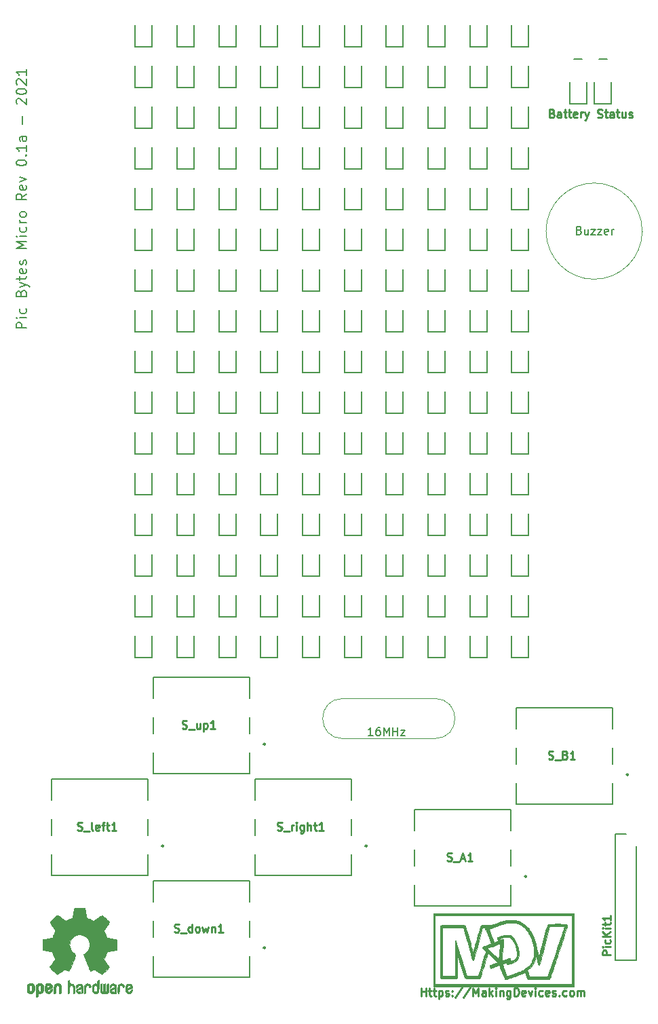
<source format=gbr>
%TF.GenerationSoftware,KiCad,Pcbnew,(5.1.10)-1*%
%TF.CreationDate,2021-07-01T23:21:13+02:00*%
%TF.ProjectId,PicBytesMicro,50696342-7974-4657-934d-6963726f2e6b,rev?*%
%TF.SameCoordinates,Original*%
%TF.FileFunction,Legend,Top*%
%TF.FilePolarity,Positive*%
%FSLAX46Y46*%
G04 Gerber Fmt 4.6, Leading zero omitted, Abs format (unit mm)*
G04 Created by KiCad (PCBNEW (5.1.10)-1) date 2021-07-01 23:21:13*
%MOMM*%
%LPD*%
G01*
G04 APERTURE LIST*
%ADD10C,0.250000*%
%ADD11C,0.150000*%
%ADD12C,0.010000*%
%ADD13C,0.254000*%
%ADD14C,0.200000*%
%ADD15C,0.100000*%
%ADD16C,1.400000*%
%ADD17C,1.900000*%
%ADD18C,1.950000*%
%ADD19C,1.825000*%
%ADD20C,2.100000*%
%ADD21C,1.394000*%
G04 APERTURE END LIST*
D10*
X147633333Y-158952380D02*
X147633333Y-157952380D01*
X147633333Y-158428571D02*
X148204761Y-158428571D01*
X148204761Y-158952380D02*
X148204761Y-157952380D01*
X148538095Y-158285714D02*
X148919047Y-158285714D01*
X148680952Y-157952380D02*
X148680952Y-158809523D01*
X148728571Y-158904761D01*
X148823809Y-158952380D01*
X148919047Y-158952380D01*
X149109523Y-158285714D02*
X149490476Y-158285714D01*
X149252380Y-157952380D02*
X149252380Y-158809523D01*
X149300000Y-158904761D01*
X149395238Y-158952380D01*
X149490476Y-158952380D01*
X149823809Y-158285714D02*
X149823809Y-159285714D01*
X149823809Y-158333333D02*
X149919047Y-158285714D01*
X150109523Y-158285714D01*
X150204761Y-158333333D01*
X150252380Y-158380952D01*
X150300000Y-158476190D01*
X150300000Y-158761904D01*
X150252380Y-158857142D01*
X150204761Y-158904761D01*
X150109523Y-158952380D01*
X149919047Y-158952380D01*
X149823809Y-158904761D01*
X150680952Y-158904761D02*
X150776190Y-158952380D01*
X150966666Y-158952380D01*
X151061904Y-158904761D01*
X151109523Y-158809523D01*
X151109523Y-158761904D01*
X151061904Y-158666666D01*
X150966666Y-158619047D01*
X150823809Y-158619047D01*
X150728571Y-158571428D01*
X150680952Y-158476190D01*
X150680952Y-158428571D01*
X150728571Y-158333333D01*
X150823809Y-158285714D01*
X150966666Y-158285714D01*
X151061904Y-158333333D01*
X151538095Y-158857142D02*
X151585714Y-158904761D01*
X151538095Y-158952380D01*
X151490476Y-158904761D01*
X151538095Y-158857142D01*
X151538095Y-158952380D01*
X151538095Y-158333333D02*
X151585714Y-158380952D01*
X151538095Y-158428571D01*
X151490476Y-158380952D01*
X151538095Y-158333333D01*
X151538095Y-158428571D01*
X152728571Y-157904761D02*
X151871428Y-159190476D01*
X153776190Y-157904761D02*
X152919047Y-159190476D01*
X154109523Y-158952380D02*
X154109523Y-157952380D01*
X154442857Y-158666666D01*
X154776190Y-157952380D01*
X154776190Y-158952380D01*
X155680952Y-158952380D02*
X155680952Y-158428571D01*
X155633333Y-158333333D01*
X155538095Y-158285714D01*
X155347619Y-158285714D01*
X155252380Y-158333333D01*
X155680952Y-158904761D02*
X155585714Y-158952380D01*
X155347619Y-158952380D01*
X155252380Y-158904761D01*
X155204761Y-158809523D01*
X155204761Y-158714285D01*
X155252380Y-158619047D01*
X155347619Y-158571428D01*
X155585714Y-158571428D01*
X155680952Y-158523809D01*
X156157142Y-158952380D02*
X156157142Y-157952380D01*
X156252380Y-158571428D02*
X156538095Y-158952380D01*
X156538095Y-158285714D02*
X156157142Y-158666666D01*
X156966666Y-158952380D02*
X156966666Y-158285714D01*
X156966666Y-157952380D02*
X156919047Y-158000000D01*
X156966666Y-158047619D01*
X157014285Y-158000000D01*
X156966666Y-157952380D01*
X156966666Y-158047619D01*
X157442857Y-158285714D02*
X157442857Y-158952380D01*
X157442857Y-158380952D02*
X157490476Y-158333333D01*
X157585714Y-158285714D01*
X157728571Y-158285714D01*
X157823809Y-158333333D01*
X157871428Y-158428571D01*
X157871428Y-158952380D01*
X158776190Y-158285714D02*
X158776190Y-159095238D01*
X158728571Y-159190476D01*
X158680952Y-159238095D01*
X158585714Y-159285714D01*
X158442857Y-159285714D01*
X158347619Y-159238095D01*
X158776190Y-158904761D02*
X158680952Y-158952380D01*
X158490476Y-158952380D01*
X158395238Y-158904761D01*
X158347619Y-158857142D01*
X158300000Y-158761904D01*
X158300000Y-158476190D01*
X158347619Y-158380952D01*
X158395238Y-158333333D01*
X158490476Y-158285714D01*
X158680952Y-158285714D01*
X158776190Y-158333333D01*
X159252380Y-158952380D02*
X159252380Y-157952380D01*
X159490476Y-157952380D01*
X159633333Y-158000000D01*
X159728571Y-158095238D01*
X159776190Y-158190476D01*
X159823809Y-158380952D01*
X159823809Y-158523809D01*
X159776190Y-158714285D01*
X159728571Y-158809523D01*
X159633333Y-158904761D01*
X159490476Y-158952380D01*
X159252380Y-158952380D01*
X160633333Y-158904761D02*
X160538095Y-158952380D01*
X160347619Y-158952380D01*
X160252380Y-158904761D01*
X160204761Y-158809523D01*
X160204761Y-158428571D01*
X160252380Y-158333333D01*
X160347619Y-158285714D01*
X160538095Y-158285714D01*
X160633333Y-158333333D01*
X160680952Y-158428571D01*
X160680952Y-158523809D01*
X160204761Y-158619047D01*
X161014285Y-158285714D02*
X161252380Y-158952380D01*
X161490476Y-158285714D01*
X161871428Y-158952380D02*
X161871428Y-158285714D01*
X161871428Y-157952380D02*
X161823809Y-158000000D01*
X161871428Y-158047619D01*
X161919047Y-158000000D01*
X161871428Y-157952380D01*
X161871428Y-158047619D01*
X162776190Y-158904761D02*
X162680952Y-158952380D01*
X162490476Y-158952380D01*
X162395238Y-158904761D01*
X162347619Y-158857142D01*
X162300000Y-158761904D01*
X162300000Y-158476190D01*
X162347619Y-158380952D01*
X162395238Y-158333333D01*
X162490476Y-158285714D01*
X162680952Y-158285714D01*
X162776190Y-158333333D01*
X163585714Y-158904761D02*
X163490476Y-158952380D01*
X163300000Y-158952380D01*
X163204761Y-158904761D01*
X163157142Y-158809523D01*
X163157142Y-158428571D01*
X163204761Y-158333333D01*
X163300000Y-158285714D01*
X163490476Y-158285714D01*
X163585714Y-158333333D01*
X163633333Y-158428571D01*
X163633333Y-158523809D01*
X163157142Y-158619047D01*
X164014285Y-158904761D02*
X164109523Y-158952380D01*
X164300000Y-158952380D01*
X164395238Y-158904761D01*
X164442857Y-158809523D01*
X164442857Y-158761904D01*
X164395238Y-158666666D01*
X164300000Y-158619047D01*
X164157142Y-158619047D01*
X164061904Y-158571428D01*
X164014285Y-158476190D01*
X164014285Y-158428571D01*
X164061904Y-158333333D01*
X164157142Y-158285714D01*
X164300000Y-158285714D01*
X164395238Y-158333333D01*
X164871428Y-158857142D02*
X164919047Y-158904761D01*
X164871428Y-158952380D01*
X164823809Y-158904761D01*
X164871428Y-158857142D01*
X164871428Y-158952380D01*
X165776190Y-158904761D02*
X165680952Y-158952380D01*
X165490476Y-158952380D01*
X165395238Y-158904761D01*
X165347619Y-158857142D01*
X165300000Y-158761904D01*
X165300000Y-158476190D01*
X165347619Y-158380952D01*
X165395238Y-158333333D01*
X165490476Y-158285714D01*
X165680952Y-158285714D01*
X165776190Y-158333333D01*
X166347619Y-158952380D02*
X166252380Y-158904761D01*
X166204761Y-158857142D01*
X166157142Y-158761904D01*
X166157142Y-158476190D01*
X166204761Y-158380952D01*
X166252380Y-158333333D01*
X166347619Y-158285714D01*
X166490476Y-158285714D01*
X166585714Y-158333333D01*
X166633333Y-158380952D01*
X166680952Y-158476190D01*
X166680952Y-158761904D01*
X166633333Y-158857142D01*
X166585714Y-158904761D01*
X166490476Y-158952380D01*
X166347619Y-158952380D01*
X167109523Y-158952380D02*
X167109523Y-158285714D01*
X167109523Y-158380952D02*
X167157142Y-158333333D01*
X167252380Y-158285714D01*
X167395238Y-158285714D01*
X167490476Y-158333333D01*
X167538095Y-158428571D01*
X167538095Y-158952380D01*
X167538095Y-158428571D02*
X167585714Y-158333333D01*
X167680952Y-158285714D01*
X167823809Y-158285714D01*
X167919047Y-158333333D01*
X167966666Y-158428571D01*
X167966666Y-158952380D01*
D11*
X98374523Y-75616904D02*
X97104523Y-75616904D01*
X97104523Y-75133095D01*
X97165000Y-75012142D01*
X97225476Y-74951666D01*
X97346428Y-74891190D01*
X97527857Y-74891190D01*
X97648809Y-74951666D01*
X97709285Y-75012142D01*
X97769761Y-75133095D01*
X97769761Y-75616904D01*
X98374523Y-74346904D02*
X97527857Y-74346904D01*
X97104523Y-74346904D02*
X97165000Y-74407380D01*
X97225476Y-74346904D01*
X97165000Y-74286428D01*
X97104523Y-74346904D01*
X97225476Y-74346904D01*
X98314047Y-73197857D02*
X98374523Y-73318809D01*
X98374523Y-73560714D01*
X98314047Y-73681666D01*
X98253571Y-73742142D01*
X98132619Y-73802619D01*
X97769761Y-73802619D01*
X97648809Y-73742142D01*
X97588333Y-73681666D01*
X97527857Y-73560714D01*
X97527857Y-73318809D01*
X97588333Y-73197857D01*
X97709285Y-71262619D02*
X97769761Y-71081190D01*
X97830238Y-71020714D01*
X97951190Y-70960238D01*
X98132619Y-70960238D01*
X98253571Y-71020714D01*
X98314047Y-71081190D01*
X98374523Y-71202142D01*
X98374523Y-71685952D01*
X97104523Y-71685952D01*
X97104523Y-71262619D01*
X97165000Y-71141666D01*
X97225476Y-71081190D01*
X97346428Y-71020714D01*
X97467380Y-71020714D01*
X97588333Y-71081190D01*
X97648809Y-71141666D01*
X97709285Y-71262619D01*
X97709285Y-71685952D01*
X97527857Y-70536904D02*
X98374523Y-70234523D01*
X97527857Y-69932142D02*
X98374523Y-70234523D01*
X98676904Y-70355476D01*
X98737380Y-70415952D01*
X98797857Y-70536904D01*
X97527857Y-69629761D02*
X97527857Y-69145952D01*
X97104523Y-69448333D02*
X98193095Y-69448333D01*
X98314047Y-69387857D01*
X98374523Y-69266904D01*
X98374523Y-69145952D01*
X98314047Y-68238809D02*
X98374523Y-68359761D01*
X98374523Y-68601666D01*
X98314047Y-68722619D01*
X98193095Y-68783095D01*
X97709285Y-68783095D01*
X97588333Y-68722619D01*
X97527857Y-68601666D01*
X97527857Y-68359761D01*
X97588333Y-68238809D01*
X97709285Y-68178333D01*
X97830238Y-68178333D01*
X97951190Y-68783095D01*
X98314047Y-67694523D02*
X98374523Y-67573571D01*
X98374523Y-67331666D01*
X98314047Y-67210714D01*
X98193095Y-67150238D01*
X98132619Y-67150238D01*
X98011666Y-67210714D01*
X97951190Y-67331666D01*
X97951190Y-67513095D01*
X97890714Y-67634047D01*
X97769761Y-67694523D01*
X97709285Y-67694523D01*
X97588333Y-67634047D01*
X97527857Y-67513095D01*
X97527857Y-67331666D01*
X97588333Y-67210714D01*
X98374523Y-65638333D02*
X97104523Y-65638333D01*
X98011666Y-65215000D01*
X97104523Y-64791666D01*
X98374523Y-64791666D01*
X98374523Y-64186904D02*
X97527857Y-64186904D01*
X97104523Y-64186904D02*
X97165000Y-64247380D01*
X97225476Y-64186904D01*
X97165000Y-64126428D01*
X97104523Y-64186904D01*
X97225476Y-64186904D01*
X98314047Y-63037857D02*
X98374523Y-63158809D01*
X98374523Y-63400714D01*
X98314047Y-63521666D01*
X98253571Y-63582142D01*
X98132619Y-63642619D01*
X97769761Y-63642619D01*
X97648809Y-63582142D01*
X97588333Y-63521666D01*
X97527857Y-63400714D01*
X97527857Y-63158809D01*
X97588333Y-63037857D01*
X98374523Y-62493571D02*
X97527857Y-62493571D01*
X97769761Y-62493571D02*
X97648809Y-62433095D01*
X97588333Y-62372619D01*
X97527857Y-62251666D01*
X97527857Y-62130714D01*
X98374523Y-61525952D02*
X98314047Y-61646904D01*
X98253571Y-61707380D01*
X98132619Y-61767857D01*
X97769761Y-61767857D01*
X97648809Y-61707380D01*
X97588333Y-61646904D01*
X97527857Y-61525952D01*
X97527857Y-61344523D01*
X97588333Y-61223571D01*
X97648809Y-61163095D01*
X97769761Y-61102619D01*
X98132619Y-61102619D01*
X98253571Y-61163095D01*
X98314047Y-61223571D01*
X98374523Y-61344523D01*
X98374523Y-61525952D01*
X98374523Y-58865000D02*
X97769761Y-59288333D01*
X98374523Y-59590714D02*
X97104523Y-59590714D01*
X97104523Y-59106904D01*
X97165000Y-58985952D01*
X97225476Y-58925476D01*
X97346428Y-58865000D01*
X97527857Y-58865000D01*
X97648809Y-58925476D01*
X97709285Y-58985952D01*
X97769761Y-59106904D01*
X97769761Y-59590714D01*
X98314047Y-57836904D02*
X98374523Y-57957857D01*
X98374523Y-58199761D01*
X98314047Y-58320714D01*
X98193095Y-58381190D01*
X97709285Y-58381190D01*
X97588333Y-58320714D01*
X97527857Y-58199761D01*
X97527857Y-57957857D01*
X97588333Y-57836904D01*
X97709285Y-57776428D01*
X97830238Y-57776428D01*
X97951190Y-58381190D01*
X97527857Y-57353095D02*
X98374523Y-57050714D01*
X97527857Y-56748333D01*
X97104523Y-55055000D02*
X97104523Y-54934047D01*
X97165000Y-54813095D01*
X97225476Y-54752619D01*
X97346428Y-54692142D01*
X97588333Y-54631666D01*
X97890714Y-54631666D01*
X98132619Y-54692142D01*
X98253571Y-54752619D01*
X98314047Y-54813095D01*
X98374523Y-54934047D01*
X98374523Y-55055000D01*
X98314047Y-55175952D01*
X98253571Y-55236428D01*
X98132619Y-55296904D01*
X97890714Y-55357380D01*
X97588333Y-55357380D01*
X97346428Y-55296904D01*
X97225476Y-55236428D01*
X97165000Y-55175952D01*
X97104523Y-55055000D01*
X98253571Y-54087380D02*
X98314047Y-54026904D01*
X98374523Y-54087380D01*
X98314047Y-54147857D01*
X98253571Y-54087380D01*
X98374523Y-54087380D01*
X98374523Y-52817380D02*
X98374523Y-53543095D01*
X98374523Y-53180238D02*
X97104523Y-53180238D01*
X97285952Y-53301190D01*
X97406904Y-53422142D01*
X97467380Y-53543095D01*
X98374523Y-51728809D02*
X97709285Y-51728809D01*
X97588333Y-51789285D01*
X97527857Y-51910238D01*
X97527857Y-52152142D01*
X97588333Y-52273095D01*
X98314047Y-51728809D02*
X98374523Y-51849761D01*
X98374523Y-52152142D01*
X98314047Y-52273095D01*
X98193095Y-52333571D01*
X98072142Y-52333571D01*
X97951190Y-52273095D01*
X97890714Y-52152142D01*
X97890714Y-51849761D01*
X97830238Y-51728809D01*
X97890714Y-50156428D02*
X97890714Y-49188809D01*
X97225476Y-47676904D02*
X97165000Y-47616428D01*
X97104523Y-47495476D01*
X97104523Y-47193095D01*
X97165000Y-47072142D01*
X97225476Y-47011666D01*
X97346428Y-46951190D01*
X97467380Y-46951190D01*
X97648809Y-47011666D01*
X98374523Y-47737380D01*
X98374523Y-46951190D01*
X97104523Y-46165000D02*
X97104523Y-46044047D01*
X97165000Y-45923095D01*
X97225476Y-45862619D01*
X97346428Y-45802142D01*
X97588333Y-45741666D01*
X97890714Y-45741666D01*
X98132619Y-45802142D01*
X98253571Y-45862619D01*
X98314047Y-45923095D01*
X98374523Y-46044047D01*
X98374523Y-46165000D01*
X98314047Y-46285952D01*
X98253571Y-46346428D01*
X98132619Y-46406904D01*
X97890714Y-46467380D01*
X97588333Y-46467380D01*
X97346428Y-46406904D01*
X97225476Y-46346428D01*
X97165000Y-46285952D01*
X97104523Y-46165000D01*
X97225476Y-45257857D02*
X97165000Y-45197380D01*
X97104523Y-45076428D01*
X97104523Y-44774047D01*
X97165000Y-44653095D01*
X97225476Y-44592619D01*
X97346428Y-44532142D01*
X97467380Y-44532142D01*
X97648809Y-44592619D01*
X98374523Y-45318333D01*
X98374523Y-44532142D01*
X98374523Y-43322619D02*
X98374523Y-44048333D01*
X98374523Y-43685476D02*
X97104523Y-43685476D01*
X97285952Y-43806428D01*
X97406904Y-43927380D01*
X97467380Y-44048333D01*
X167371428Y-63428571D02*
X167514285Y-63476190D01*
X167561904Y-63523809D01*
X167609523Y-63619047D01*
X167609523Y-63761904D01*
X167561904Y-63857142D01*
X167514285Y-63904761D01*
X167419047Y-63952380D01*
X167038095Y-63952380D01*
X167038095Y-62952380D01*
X167371428Y-62952380D01*
X167466666Y-63000000D01*
X167514285Y-63047619D01*
X167561904Y-63142857D01*
X167561904Y-63238095D01*
X167514285Y-63333333D01*
X167466666Y-63380952D01*
X167371428Y-63428571D01*
X167038095Y-63428571D01*
X168466666Y-63285714D02*
X168466666Y-63952380D01*
X168038095Y-63285714D02*
X168038095Y-63809523D01*
X168085714Y-63904761D01*
X168180952Y-63952380D01*
X168323809Y-63952380D01*
X168419047Y-63904761D01*
X168466666Y-63857142D01*
X168847619Y-63285714D02*
X169371428Y-63285714D01*
X168847619Y-63952380D01*
X169371428Y-63952380D01*
X169657142Y-63285714D02*
X170180952Y-63285714D01*
X169657142Y-63952380D01*
X170180952Y-63952380D01*
X170942857Y-63904761D02*
X170847619Y-63952380D01*
X170657142Y-63952380D01*
X170561904Y-63904761D01*
X170514285Y-63809523D01*
X170514285Y-63428571D01*
X170561904Y-63333333D01*
X170657142Y-63285714D01*
X170847619Y-63285714D01*
X170942857Y-63333333D01*
X170990476Y-63428571D01*
X170990476Y-63523809D01*
X170514285Y-63619047D01*
X171419047Y-63952380D02*
X171419047Y-63285714D01*
X171419047Y-63476190D02*
X171466666Y-63380952D01*
X171514285Y-63333333D01*
X171609523Y-63285714D01*
X171704761Y-63285714D01*
X141609523Y-126452380D02*
X141038095Y-126452380D01*
X141323809Y-126452380D02*
X141323809Y-125452380D01*
X141228571Y-125595238D01*
X141133333Y-125690476D01*
X141038095Y-125738095D01*
X142466666Y-125452380D02*
X142276190Y-125452380D01*
X142180952Y-125500000D01*
X142133333Y-125547619D01*
X142038095Y-125690476D01*
X141990476Y-125880952D01*
X141990476Y-126261904D01*
X142038095Y-126357142D01*
X142085714Y-126404761D01*
X142180952Y-126452380D01*
X142371428Y-126452380D01*
X142466666Y-126404761D01*
X142514285Y-126357142D01*
X142561904Y-126261904D01*
X142561904Y-126023809D01*
X142514285Y-125928571D01*
X142466666Y-125880952D01*
X142371428Y-125833333D01*
X142180952Y-125833333D01*
X142085714Y-125880952D01*
X142038095Y-125928571D01*
X141990476Y-126023809D01*
X142990476Y-126452380D02*
X142990476Y-125452380D01*
X143323809Y-126166666D01*
X143657142Y-125452380D01*
X143657142Y-126452380D01*
X144133333Y-126452380D02*
X144133333Y-125452380D01*
X144133333Y-125928571D02*
X144704761Y-125928571D01*
X144704761Y-126452380D02*
X144704761Y-125452380D01*
X145085714Y-125785714D02*
X145609523Y-125785714D01*
X145085714Y-126452380D01*
X145609523Y-126452380D01*
D10*
X163990476Y-48828571D02*
X164133333Y-48876190D01*
X164180952Y-48923809D01*
X164228571Y-49019047D01*
X164228571Y-49161904D01*
X164180952Y-49257142D01*
X164133333Y-49304761D01*
X164038095Y-49352380D01*
X163657142Y-49352380D01*
X163657142Y-48352380D01*
X163990476Y-48352380D01*
X164085714Y-48400000D01*
X164133333Y-48447619D01*
X164180952Y-48542857D01*
X164180952Y-48638095D01*
X164133333Y-48733333D01*
X164085714Y-48780952D01*
X163990476Y-48828571D01*
X163657142Y-48828571D01*
X165085714Y-49352380D02*
X165085714Y-48828571D01*
X165038095Y-48733333D01*
X164942857Y-48685714D01*
X164752380Y-48685714D01*
X164657142Y-48733333D01*
X165085714Y-49304761D02*
X164990476Y-49352380D01*
X164752380Y-49352380D01*
X164657142Y-49304761D01*
X164609523Y-49209523D01*
X164609523Y-49114285D01*
X164657142Y-49019047D01*
X164752380Y-48971428D01*
X164990476Y-48971428D01*
X165085714Y-48923809D01*
X165419047Y-48685714D02*
X165800000Y-48685714D01*
X165561904Y-48352380D02*
X165561904Y-49209523D01*
X165609523Y-49304761D01*
X165704761Y-49352380D01*
X165800000Y-49352380D01*
X165990476Y-48685714D02*
X166371428Y-48685714D01*
X166133333Y-48352380D02*
X166133333Y-49209523D01*
X166180952Y-49304761D01*
X166276190Y-49352380D01*
X166371428Y-49352380D01*
X167085714Y-49304761D02*
X166990476Y-49352380D01*
X166800000Y-49352380D01*
X166704761Y-49304761D01*
X166657142Y-49209523D01*
X166657142Y-48828571D01*
X166704761Y-48733333D01*
X166800000Y-48685714D01*
X166990476Y-48685714D01*
X167085714Y-48733333D01*
X167133333Y-48828571D01*
X167133333Y-48923809D01*
X166657142Y-49019047D01*
X167561904Y-49352380D02*
X167561904Y-48685714D01*
X167561904Y-48876190D02*
X167609523Y-48780952D01*
X167657142Y-48733333D01*
X167752380Y-48685714D01*
X167847619Y-48685714D01*
X168085714Y-48685714D02*
X168323809Y-49352380D01*
X168561904Y-48685714D02*
X168323809Y-49352380D01*
X168228571Y-49590476D01*
X168180952Y-49638095D01*
X168085714Y-49685714D01*
X169657142Y-49304761D02*
X169800000Y-49352380D01*
X170038095Y-49352380D01*
X170133333Y-49304761D01*
X170180952Y-49257142D01*
X170228571Y-49161904D01*
X170228571Y-49066666D01*
X170180952Y-48971428D01*
X170133333Y-48923809D01*
X170038095Y-48876190D01*
X169847619Y-48828571D01*
X169752380Y-48780952D01*
X169704761Y-48733333D01*
X169657142Y-48638095D01*
X169657142Y-48542857D01*
X169704761Y-48447619D01*
X169752380Y-48400000D01*
X169847619Y-48352380D01*
X170085714Y-48352380D01*
X170228571Y-48400000D01*
X170514285Y-48685714D02*
X170895238Y-48685714D01*
X170657142Y-48352380D02*
X170657142Y-49209523D01*
X170704761Y-49304761D01*
X170800000Y-49352380D01*
X170895238Y-49352380D01*
X171657142Y-49352380D02*
X171657142Y-48828571D01*
X171609523Y-48733333D01*
X171514285Y-48685714D01*
X171323809Y-48685714D01*
X171228571Y-48733333D01*
X171657142Y-49304761D02*
X171561904Y-49352380D01*
X171323809Y-49352380D01*
X171228571Y-49304761D01*
X171180952Y-49209523D01*
X171180952Y-49114285D01*
X171228571Y-49019047D01*
X171323809Y-48971428D01*
X171561904Y-48971428D01*
X171657142Y-48923809D01*
X171990476Y-48685714D02*
X172371428Y-48685714D01*
X172133333Y-48352380D02*
X172133333Y-49209523D01*
X172180952Y-49304761D01*
X172276190Y-49352380D01*
X172371428Y-49352380D01*
X173133333Y-48685714D02*
X173133333Y-49352380D01*
X172704761Y-48685714D02*
X172704761Y-49209523D01*
X172752380Y-49304761D01*
X172847619Y-49352380D01*
X172990476Y-49352380D01*
X173085714Y-49304761D01*
X173133333Y-49257142D01*
X173561904Y-49304761D02*
X173657142Y-49352380D01*
X173847619Y-49352380D01*
X173942857Y-49304761D01*
X173990476Y-49209523D01*
X173990476Y-49161904D01*
X173942857Y-49066666D01*
X173847619Y-49019047D01*
X173704761Y-49019047D01*
X173609523Y-48971428D01*
X173561904Y-48876190D01*
X173561904Y-48828571D01*
X173609523Y-48733333D01*
X173704761Y-48685714D01*
X173847619Y-48685714D01*
X173942857Y-48733333D01*
D12*
%TO.C,REF\u002A\u002A*%
G36*
X105209014Y-147952998D02*
G01*
X105367006Y-147953863D01*
X105481347Y-147956205D01*
X105559407Y-147960762D01*
X105608554Y-147968270D01*
X105636159Y-147979466D01*
X105649592Y-147995088D01*
X105656221Y-148015873D01*
X105656865Y-148018563D01*
X105666935Y-148067113D01*
X105685575Y-148162905D01*
X105710845Y-148295743D01*
X105740807Y-148455431D01*
X105773522Y-148631774D01*
X105774664Y-148637967D01*
X105807433Y-148810782D01*
X105838093Y-148963469D01*
X105864664Y-149086871D01*
X105885167Y-149171831D01*
X105897626Y-149209190D01*
X105898220Y-149209852D01*
X105934919Y-149228095D01*
X106010586Y-149258497D01*
X106108878Y-149294493D01*
X106109425Y-149294685D01*
X106233233Y-149341222D01*
X106379196Y-149400504D01*
X106516781Y-149460109D01*
X106523293Y-149463056D01*
X106747390Y-149564765D01*
X107243619Y-149225897D01*
X107395846Y-149122592D01*
X107533741Y-149030237D01*
X107649315Y-148954084D01*
X107734579Y-148899385D01*
X107781544Y-148871393D01*
X107786004Y-148869317D01*
X107820134Y-148878560D01*
X107883881Y-148923156D01*
X107979731Y-149005209D01*
X108110169Y-149126821D01*
X108243328Y-149256205D01*
X108371694Y-149383702D01*
X108486581Y-149500046D01*
X108581073Y-149598052D01*
X108648253Y-149670536D01*
X108681206Y-149710313D01*
X108682432Y-149712361D01*
X108686074Y-149739656D01*
X108672350Y-149784234D01*
X108637869Y-149852112D01*
X108579239Y-149949311D01*
X108493070Y-150081851D01*
X108378200Y-150252476D01*
X108276254Y-150402655D01*
X108185123Y-150537350D01*
X108110073Y-150648740D01*
X108056369Y-150729005D01*
X108029280Y-150770325D01*
X108027574Y-150773130D01*
X108030882Y-150812721D01*
X108055953Y-150889669D01*
X108097798Y-150989432D01*
X108112712Y-151021291D01*
X108177786Y-151163226D01*
X108247212Y-151324273D01*
X108303609Y-151463621D01*
X108344247Y-151567044D01*
X108376526Y-151645642D01*
X108395178Y-151686720D01*
X108397497Y-151689885D01*
X108431803Y-151695128D01*
X108512669Y-151709494D01*
X108629343Y-151730937D01*
X108771075Y-151757413D01*
X108927110Y-151786877D01*
X109086698Y-151817283D01*
X109239085Y-151846588D01*
X109373521Y-151872745D01*
X109479252Y-151893710D01*
X109545526Y-151907439D01*
X109561782Y-151911320D01*
X109578573Y-151920900D01*
X109591249Y-151942536D01*
X109600378Y-151983531D01*
X109606531Y-152051189D01*
X109610280Y-152152812D01*
X109612192Y-152295703D01*
X109612840Y-152487165D01*
X109612874Y-152565645D01*
X109612874Y-153203906D01*
X109459598Y-153234160D01*
X109374322Y-153250564D01*
X109247070Y-153274509D01*
X109093315Y-153303107D01*
X108928534Y-153333467D01*
X108882989Y-153341806D01*
X108730932Y-153371370D01*
X108598468Y-153400442D01*
X108496714Y-153426329D01*
X108436788Y-153446337D01*
X108426805Y-153452301D01*
X108402293Y-153494534D01*
X108367148Y-153576370D01*
X108328173Y-153681683D01*
X108320442Y-153704368D01*
X108269360Y-153845018D01*
X108205954Y-154003714D01*
X108143904Y-154146225D01*
X108143598Y-154146886D01*
X108040267Y-154370440D01*
X108719961Y-155370232D01*
X108283621Y-155807300D01*
X108151649Y-155937381D01*
X108031279Y-156052048D01*
X107929273Y-156145181D01*
X107852391Y-156210658D01*
X107807393Y-156242357D01*
X107800938Y-156244368D01*
X107763040Y-156228529D01*
X107685708Y-156184496D01*
X107577389Y-156117490D01*
X107446532Y-156032734D01*
X107305052Y-155937816D01*
X107161461Y-155840998D01*
X107033435Y-155756751D01*
X106929105Y-155690258D01*
X106856600Y-155646702D01*
X106824158Y-155631264D01*
X106784576Y-155644328D01*
X106709519Y-155678750D01*
X106614468Y-155727380D01*
X106604392Y-155732785D01*
X106476391Y-155796980D01*
X106388618Y-155828463D01*
X106334028Y-155828798D01*
X106305575Y-155799548D01*
X106305410Y-155799138D01*
X106291188Y-155764498D01*
X106257269Y-155682269D01*
X106206284Y-155558814D01*
X106140862Y-155400498D01*
X106063634Y-155213686D01*
X105977229Y-155004742D01*
X105893551Y-154802446D01*
X105801588Y-154579200D01*
X105717150Y-154372392D01*
X105642769Y-154188362D01*
X105580974Y-154033451D01*
X105534297Y-153913996D01*
X105505268Y-153836339D01*
X105496322Y-153807356D01*
X105518756Y-153774110D01*
X105577439Y-153721123D01*
X105655689Y-153662704D01*
X105878534Y-153477952D01*
X106052718Y-153266182D01*
X106176154Y-153031856D01*
X106246754Y-152779434D01*
X106262431Y-152513377D01*
X106251036Y-152390575D01*
X106188950Y-152135793D01*
X106082023Y-151910801D01*
X105936889Y-151717817D01*
X105760178Y-151559061D01*
X105558522Y-151436750D01*
X105338554Y-151353105D01*
X105106906Y-151310344D01*
X104870209Y-151310687D01*
X104635095Y-151356352D01*
X104408196Y-151449559D01*
X104196144Y-151592527D01*
X104107636Y-151673383D01*
X103937889Y-151881007D01*
X103819699Y-152107895D01*
X103752278Y-152347433D01*
X103734840Y-152593007D01*
X103766598Y-152838003D01*
X103846765Y-153075808D01*
X103974555Y-153299807D01*
X104149180Y-153503387D01*
X104344312Y-153662704D01*
X104425591Y-153723602D01*
X104483009Y-153776015D01*
X104503678Y-153807406D01*
X104492856Y-153841639D01*
X104462077Y-153923419D01*
X104413874Y-154046407D01*
X104350778Y-154204263D01*
X104275322Y-154390649D01*
X104190038Y-154599226D01*
X104106219Y-154802496D01*
X104013745Y-155025933D01*
X103928089Y-155232984D01*
X103851882Y-155417286D01*
X103787753Y-155572475D01*
X103738332Y-155692188D01*
X103706248Y-155770061D01*
X103694359Y-155799138D01*
X103666274Y-155828677D01*
X103611949Y-155828591D01*
X103524395Y-155797326D01*
X103396619Y-155733329D01*
X103395608Y-155732785D01*
X103299402Y-155683121D01*
X103221631Y-155646945D01*
X103177777Y-155631408D01*
X103175842Y-155631264D01*
X103142829Y-155647024D01*
X103069946Y-155690850D01*
X102965322Y-155757557D01*
X102837090Y-155841964D01*
X102694948Y-155937816D01*
X102550233Y-156034867D01*
X102419804Y-156119270D01*
X102312110Y-156185801D01*
X102235598Y-156229238D01*
X102199062Y-156244368D01*
X102165418Y-156224482D01*
X102097776Y-156168903D01*
X102002893Y-156083754D01*
X101887530Y-155975153D01*
X101758445Y-155849221D01*
X101716229Y-155807149D01*
X101279739Y-155369931D01*
X101611977Y-154882340D01*
X101712946Y-154732605D01*
X101801562Y-154598220D01*
X101872854Y-154486969D01*
X101921850Y-154406639D01*
X101943578Y-154365014D01*
X101944215Y-154362053D01*
X101932760Y-154322818D01*
X101901949Y-154243895D01*
X101857116Y-154138509D01*
X101825647Y-154067954D01*
X101766808Y-153932876D01*
X101711396Y-153796409D01*
X101668436Y-153681103D01*
X101656766Y-153645977D01*
X101623611Y-153552174D01*
X101591201Y-153479694D01*
X101573399Y-153452301D01*
X101534114Y-153435536D01*
X101448374Y-153411770D01*
X101327303Y-153383697D01*
X101182027Y-153354009D01*
X101117012Y-153341806D01*
X100951913Y-153311468D01*
X100793552Y-153282093D01*
X100657404Y-153256569D01*
X100558943Y-153237785D01*
X100540402Y-153234160D01*
X100387127Y-153203906D01*
X100387127Y-152565645D01*
X100387471Y-152355770D01*
X100388884Y-152196980D01*
X100391936Y-152081973D01*
X100397197Y-152003446D01*
X100405237Y-151954096D01*
X100416627Y-151926619D01*
X100431937Y-151913713D01*
X100438218Y-151911320D01*
X100476104Y-151902833D01*
X100559805Y-151885900D01*
X100678567Y-151862566D01*
X100821639Y-151834875D01*
X100978268Y-151804873D01*
X101137703Y-151774604D01*
X101289191Y-151746115D01*
X101421981Y-151721449D01*
X101525319Y-151702651D01*
X101588455Y-151691767D01*
X101602503Y-151689885D01*
X101615230Y-151664704D01*
X101643400Y-151597622D01*
X101681748Y-151501333D01*
X101696391Y-151463621D01*
X101755452Y-151317921D01*
X101825000Y-151156951D01*
X101887288Y-151021291D01*
X101933121Y-150917561D01*
X101963613Y-150832326D01*
X101973792Y-150780126D01*
X101972169Y-150773130D01*
X101950657Y-150740102D01*
X101901535Y-150666643D01*
X101830077Y-150560577D01*
X101741555Y-150429726D01*
X101641241Y-150281912D01*
X101621406Y-150252734D01*
X101505012Y-150079863D01*
X101419452Y-149948226D01*
X101361316Y-149851761D01*
X101327192Y-149784408D01*
X101313669Y-149740106D01*
X101317336Y-149712794D01*
X101317430Y-149712620D01*
X101346293Y-149676746D01*
X101410133Y-149607391D01*
X101502031Y-149511745D01*
X101615067Y-149396999D01*
X101742321Y-149270341D01*
X101756672Y-149256205D01*
X101917043Y-149100903D01*
X102040805Y-148986870D01*
X102130445Y-148912002D01*
X102188448Y-148874196D01*
X102213996Y-148869317D01*
X102251282Y-148890603D01*
X102328657Y-148939773D01*
X102438133Y-149011575D01*
X102571720Y-149100755D01*
X102721430Y-149202063D01*
X102756382Y-149225897D01*
X103252610Y-149564765D01*
X103476707Y-149463056D01*
X103612989Y-149403783D01*
X103759276Y-149344170D01*
X103885035Y-149296640D01*
X103890575Y-149294685D01*
X103988943Y-149258677D01*
X104064771Y-149228229D01*
X104101718Y-149209905D01*
X104101780Y-149209852D01*
X104113504Y-149176729D01*
X104133432Y-149095267D01*
X104159587Y-148974625D01*
X104189990Y-148823959D01*
X104222663Y-148652428D01*
X104225336Y-148637967D01*
X104258110Y-148461235D01*
X104288198Y-148300810D01*
X104313661Y-148166888D01*
X104332559Y-148069663D01*
X104342953Y-148019332D01*
X104343135Y-148018563D01*
X104349461Y-147997153D01*
X104361761Y-147980988D01*
X104387406Y-147969331D01*
X104433765Y-147961445D01*
X104508208Y-147956593D01*
X104618105Y-147954039D01*
X104770825Y-147953045D01*
X104973738Y-147952874D01*
X105000000Y-147952874D01*
X105209014Y-147952998D01*
G37*
X105209014Y-147952998D02*
X105367006Y-147953863D01*
X105481347Y-147956205D01*
X105559407Y-147960762D01*
X105608554Y-147968270D01*
X105636159Y-147979466D01*
X105649592Y-147995088D01*
X105656221Y-148015873D01*
X105656865Y-148018563D01*
X105666935Y-148067113D01*
X105685575Y-148162905D01*
X105710845Y-148295743D01*
X105740807Y-148455431D01*
X105773522Y-148631774D01*
X105774664Y-148637967D01*
X105807433Y-148810782D01*
X105838093Y-148963469D01*
X105864664Y-149086871D01*
X105885167Y-149171831D01*
X105897626Y-149209190D01*
X105898220Y-149209852D01*
X105934919Y-149228095D01*
X106010586Y-149258497D01*
X106108878Y-149294493D01*
X106109425Y-149294685D01*
X106233233Y-149341222D01*
X106379196Y-149400504D01*
X106516781Y-149460109D01*
X106523293Y-149463056D01*
X106747390Y-149564765D01*
X107243619Y-149225897D01*
X107395846Y-149122592D01*
X107533741Y-149030237D01*
X107649315Y-148954084D01*
X107734579Y-148899385D01*
X107781544Y-148871393D01*
X107786004Y-148869317D01*
X107820134Y-148878560D01*
X107883881Y-148923156D01*
X107979731Y-149005209D01*
X108110169Y-149126821D01*
X108243328Y-149256205D01*
X108371694Y-149383702D01*
X108486581Y-149500046D01*
X108581073Y-149598052D01*
X108648253Y-149670536D01*
X108681206Y-149710313D01*
X108682432Y-149712361D01*
X108686074Y-149739656D01*
X108672350Y-149784234D01*
X108637869Y-149852112D01*
X108579239Y-149949311D01*
X108493070Y-150081851D01*
X108378200Y-150252476D01*
X108276254Y-150402655D01*
X108185123Y-150537350D01*
X108110073Y-150648740D01*
X108056369Y-150729005D01*
X108029280Y-150770325D01*
X108027574Y-150773130D01*
X108030882Y-150812721D01*
X108055953Y-150889669D01*
X108097798Y-150989432D01*
X108112712Y-151021291D01*
X108177786Y-151163226D01*
X108247212Y-151324273D01*
X108303609Y-151463621D01*
X108344247Y-151567044D01*
X108376526Y-151645642D01*
X108395178Y-151686720D01*
X108397497Y-151689885D01*
X108431803Y-151695128D01*
X108512669Y-151709494D01*
X108629343Y-151730937D01*
X108771075Y-151757413D01*
X108927110Y-151786877D01*
X109086698Y-151817283D01*
X109239085Y-151846588D01*
X109373521Y-151872745D01*
X109479252Y-151893710D01*
X109545526Y-151907439D01*
X109561782Y-151911320D01*
X109578573Y-151920900D01*
X109591249Y-151942536D01*
X109600378Y-151983531D01*
X109606531Y-152051189D01*
X109610280Y-152152812D01*
X109612192Y-152295703D01*
X109612840Y-152487165D01*
X109612874Y-152565645D01*
X109612874Y-153203906D01*
X109459598Y-153234160D01*
X109374322Y-153250564D01*
X109247070Y-153274509D01*
X109093315Y-153303107D01*
X108928534Y-153333467D01*
X108882989Y-153341806D01*
X108730932Y-153371370D01*
X108598468Y-153400442D01*
X108496714Y-153426329D01*
X108436788Y-153446337D01*
X108426805Y-153452301D01*
X108402293Y-153494534D01*
X108367148Y-153576370D01*
X108328173Y-153681683D01*
X108320442Y-153704368D01*
X108269360Y-153845018D01*
X108205954Y-154003714D01*
X108143904Y-154146225D01*
X108143598Y-154146886D01*
X108040267Y-154370440D01*
X108719961Y-155370232D01*
X108283621Y-155807300D01*
X108151649Y-155937381D01*
X108031279Y-156052048D01*
X107929273Y-156145181D01*
X107852391Y-156210658D01*
X107807393Y-156242357D01*
X107800938Y-156244368D01*
X107763040Y-156228529D01*
X107685708Y-156184496D01*
X107577389Y-156117490D01*
X107446532Y-156032734D01*
X107305052Y-155937816D01*
X107161461Y-155840998D01*
X107033435Y-155756751D01*
X106929105Y-155690258D01*
X106856600Y-155646702D01*
X106824158Y-155631264D01*
X106784576Y-155644328D01*
X106709519Y-155678750D01*
X106614468Y-155727380D01*
X106604392Y-155732785D01*
X106476391Y-155796980D01*
X106388618Y-155828463D01*
X106334028Y-155828798D01*
X106305575Y-155799548D01*
X106305410Y-155799138D01*
X106291188Y-155764498D01*
X106257269Y-155682269D01*
X106206284Y-155558814D01*
X106140862Y-155400498D01*
X106063634Y-155213686D01*
X105977229Y-155004742D01*
X105893551Y-154802446D01*
X105801588Y-154579200D01*
X105717150Y-154372392D01*
X105642769Y-154188362D01*
X105580974Y-154033451D01*
X105534297Y-153913996D01*
X105505268Y-153836339D01*
X105496322Y-153807356D01*
X105518756Y-153774110D01*
X105577439Y-153721123D01*
X105655689Y-153662704D01*
X105878534Y-153477952D01*
X106052718Y-153266182D01*
X106176154Y-153031856D01*
X106246754Y-152779434D01*
X106262431Y-152513377D01*
X106251036Y-152390575D01*
X106188950Y-152135793D01*
X106082023Y-151910801D01*
X105936889Y-151717817D01*
X105760178Y-151559061D01*
X105558522Y-151436750D01*
X105338554Y-151353105D01*
X105106906Y-151310344D01*
X104870209Y-151310687D01*
X104635095Y-151356352D01*
X104408196Y-151449559D01*
X104196144Y-151592527D01*
X104107636Y-151673383D01*
X103937889Y-151881007D01*
X103819699Y-152107895D01*
X103752278Y-152347433D01*
X103734840Y-152593007D01*
X103766598Y-152838003D01*
X103846765Y-153075808D01*
X103974555Y-153299807D01*
X104149180Y-153503387D01*
X104344312Y-153662704D01*
X104425591Y-153723602D01*
X104483009Y-153776015D01*
X104503678Y-153807406D01*
X104492856Y-153841639D01*
X104462077Y-153923419D01*
X104413874Y-154046407D01*
X104350778Y-154204263D01*
X104275322Y-154390649D01*
X104190038Y-154599226D01*
X104106219Y-154802496D01*
X104013745Y-155025933D01*
X103928089Y-155232984D01*
X103851882Y-155417286D01*
X103787753Y-155572475D01*
X103738332Y-155692188D01*
X103706248Y-155770061D01*
X103694359Y-155799138D01*
X103666274Y-155828677D01*
X103611949Y-155828591D01*
X103524395Y-155797326D01*
X103396619Y-155733329D01*
X103395608Y-155732785D01*
X103299402Y-155683121D01*
X103221631Y-155646945D01*
X103177777Y-155631408D01*
X103175842Y-155631264D01*
X103142829Y-155647024D01*
X103069946Y-155690850D01*
X102965322Y-155757557D01*
X102837090Y-155841964D01*
X102694948Y-155937816D01*
X102550233Y-156034867D01*
X102419804Y-156119270D01*
X102312110Y-156185801D01*
X102235598Y-156229238D01*
X102199062Y-156244368D01*
X102165418Y-156224482D01*
X102097776Y-156168903D01*
X102002893Y-156083754D01*
X101887530Y-155975153D01*
X101758445Y-155849221D01*
X101716229Y-155807149D01*
X101279739Y-155369931D01*
X101611977Y-154882340D01*
X101712946Y-154732605D01*
X101801562Y-154598220D01*
X101872854Y-154486969D01*
X101921850Y-154406639D01*
X101943578Y-154365014D01*
X101944215Y-154362053D01*
X101932760Y-154322818D01*
X101901949Y-154243895D01*
X101857116Y-154138509D01*
X101825647Y-154067954D01*
X101766808Y-153932876D01*
X101711396Y-153796409D01*
X101668436Y-153681103D01*
X101656766Y-153645977D01*
X101623611Y-153552174D01*
X101591201Y-153479694D01*
X101573399Y-153452301D01*
X101534114Y-153435536D01*
X101448374Y-153411770D01*
X101327303Y-153383697D01*
X101182027Y-153354009D01*
X101117012Y-153341806D01*
X100951913Y-153311468D01*
X100793552Y-153282093D01*
X100657404Y-153256569D01*
X100558943Y-153237785D01*
X100540402Y-153234160D01*
X100387127Y-153203906D01*
X100387127Y-152565645D01*
X100387471Y-152355770D01*
X100388884Y-152196980D01*
X100391936Y-152081973D01*
X100397197Y-152003446D01*
X100405237Y-151954096D01*
X100416627Y-151926619D01*
X100431937Y-151913713D01*
X100438218Y-151911320D01*
X100476104Y-151902833D01*
X100559805Y-151885900D01*
X100678567Y-151862566D01*
X100821639Y-151834875D01*
X100978268Y-151804873D01*
X101137703Y-151774604D01*
X101289191Y-151746115D01*
X101421981Y-151721449D01*
X101525319Y-151702651D01*
X101588455Y-151691767D01*
X101602503Y-151689885D01*
X101615230Y-151664704D01*
X101643400Y-151597622D01*
X101681748Y-151501333D01*
X101696391Y-151463621D01*
X101755452Y-151317921D01*
X101825000Y-151156951D01*
X101887288Y-151021291D01*
X101933121Y-150917561D01*
X101963613Y-150832326D01*
X101973792Y-150780126D01*
X101972169Y-150773130D01*
X101950657Y-150740102D01*
X101901535Y-150666643D01*
X101830077Y-150560577D01*
X101741555Y-150429726D01*
X101641241Y-150281912D01*
X101621406Y-150252734D01*
X101505012Y-150079863D01*
X101419452Y-149948226D01*
X101361316Y-149851761D01*
X101327192Y-149784408D01*
X101313669Y-149740106D01*
X101317336Y-149712794D01*
X101317430Y-149712620D01*
X101346293Y-149676746D01*
X101410133Y-149607391D01*
X101502031Y-149511745D01*
X101615067Y-149396999D01*
X101742321Y-149270341D01*
X101756672Y-149256205D01*
X101917043Y-149100903D01*
X102040805Y-148986870D01*
X102130445Y-148912002D01*
X102188448Y-148874196D01*
X102213996Y-148869317D01*
X102251282Y-148890603D01*
X102328657Y-148939773D01*
X102438133Y-149011575D01*
X102571720Y-149100755D01*
X102721430Y-149202063D01*
X102756382Y-149225897D01*
X103252610Y-149564765D01*
X103476707Y-149463056D01*
X103612989Y-149403783D01*
X103759276Y-149344170D01*
X103885035Y-149296640D01*
X103890575Y-149294685D01*
X103988943Y-149258677D01*
X104064771Y-149228229D01*
X104101718Y-149209905D01*
X104101780Y-149209852D01*
X104113504Y-149176729D01*
X104133432Y-149095267D01*
X104159587Y-148974625D01*
X104189990Y-148823959D01*
X104222663Y-148652428D01*
X104225336Y-148637967D01*
X104258110Y-148461235D01*
X104288198Y-148300810D01*
X104313661Y-148166888D01*
X104332559Y-148069663D01*
X104342953Y-148019332D01*
X104343135Y-148018563D01*
X104349461Y-147997153D01*
X104361761Y-147980988D01*
X104387406Y-147969331D01*
X104433765Y-147961445D01*
X104508208Y-147956593D01*
X104618105Y-147954039D01*
X104770825Y-147953045D01*
X104973738Y-147952874D01*
X105000000Y-147952874D01*
X105209014Y-147952998D01*
G36*
X111343439Y-157456540D02*
G01*
X111458950Y-157532034D01*
X111514664Y-157599617D01*
X111558804Y-157722255D01*
X111562309Y-157819298D01*
X111554368Y-157949056D01*
X111255115Y-158080039D01*
X111109611Y-158146958D01*
X111014537Y-158200790D01*
X110965101Y-158247416D01*
X110956511Y-158292720D01*
X110983972Y-158342582D01*
X111014253Y-158375632D01*
X111102363Y-158428633D01*
X111198196Y-158432347D01*
X111286212Y-158391041D01*
X111350869Y-158308983D01*
X111362433Y-158280008D01*
X111417825Y-158189509D01*
X111481553Y-158150940D01*
X111568966Y-158117946D01*
X111568966Y-158243034D01*
X111561238Y-158328156D01*
X111530966Y-158399938D01*
X111467518Y-158482356D01*
X111458088Y-158493066D01*
X111387513Y-158566391D01*
X111326847Y-158605742D01*
X111250950Y-158623845D01*
X111188030Y-158629774D01*
X111075487Y-158631251D01*
X110995370Y-158612535D01*
X110945390Y-158584747D01*
X110866838Y-158523641D01*
X110812463Y-158457554D01*
X110778052Y-158374441D01*
X110759388Y-158262254D01*
X110752256Y-158108946D01*
X110751687Y-158031136D01*
X110753622Y-157937853D01*
X110929899Y-157937853D01*
X110931944Y-157987896D01*
X110937039Y-157996092D01*
X110970666Y-157984958D01*
X111043030Y-157955493D01*
X111139747Y-157913601D01*
X111159973Y-157904597D01*
X111282203Y-157842442D01*
X111349547Y-157787815D01*
X111364348Y-157736649D01*
X111328947Y-157684876D01*
X111299711Y-157662000D01*
X111194216Y-157616250D01*
X111095476Y-157623808D01*
X111012812Y-157679651D01*
X110955548Y-157778753D01*
X110937188Y-157857414D01*
X110929899Y-157937853D01*
X110753622Y-157937853D01*
X110755459Y-157849351D01*
X110769359Y-157714853D01*
X110796894Y-157616916D01*
X110841572Y-157544811D01*
X110906901Y-157487813D01*
X110935383Y-157469393D01*
X111064763Y-157421422D01*
X111206412Y-157418403D01*
X111343439Y-157456540D01*
G37*
X111343439Y-157456540D02*
X111458950Y-157532034D01*
X111514664Y-157599617D01*
X111558804Y-157722255D01*
X111562309Y-157819298D01*
X111554368Y-157949056D01*
X111255115Y-158080039D01*
X111109611Y-158146958D01*
X111014537Y-158200790D01*
X110965101Y-158247416D01*
X110956511Y-158292720D01*
X110983972Y-158342582D01*
X111014253Y-158375632D01*
X111102363Y-158428633D01*
X111198196Y-158432347D01*
X111286212Y-158391041D01*
X111350869Y-158308983D01*
X111362433Y-158280008D01*
X111417825Y-158189509D01*
X111481553Y-158150940D01*
X111568966Y-158117946D01*
X111568966Y-158243034D01*
X111561238Y-158328156D01*
X111530966Y-158399938D01*
X111467518Y-158482356D01*
X111458088Y-158493066D01*
X111387513Y-158566391D01*
X111326847Y-158605742D01*
X111250950Y-158623845D01*
X111188030Y-158629774D01*
X111075487Y-158631251D01*
X110995370Y-158612535D01*
X110945390Y-158584747D01*
X110866838Y-158523641D01*
X110812463Y-158457554D01*
X110778052Y-158374441D01*
X110759388Y-158262254D01*
X110752256Y-158108946D01*
X110751687Y-158031136D01*
X110753622Y-157937853D01*
X110929899Y-157937853D01*
X110931944Y-157987896D01*
X110937039Y-157996092D01*
X110970666Y-157984958D01*
X111043030Y-157955493D01*
X111139747Y-157913601D01*
X111159973Y-157904597D01*
X111282203Y-157842442D01*
X111349547Y-157787815D01*
X111364348Y-157736649D01*
X111328947Y-157684876D01*
X111299711Y-157662000D01*
X111194216Y-157616250D01*
X111095476Y-157623808D01*
X111012812Y-157679651D01*
X110955548Y-157778753D01*
X110937188Y-157857414D01*
X110929899Y-157937853D01*
X110753622Y-157937853D01*
X110755459Y-157849351D01*
X110769359Y-157714853D01*
X110796894Y-157616916D01*
X110841572Y-157544811D01*
X110906901Y-157487813D01*
X110935383Y-157469393D01*
X111064763Y-157421422D01*
X111206412Y-157418403D01*
X111343439Y-157456540D01*
G36*
X110335690Y-157440018D02*
G01*
X110370585Y-157455269D01*
X110453877Y-157521235D01*
X110525103Y-157616618D01*
X110569153Y-157718406D01*
X110576322Y-157768587D01*
X110552285Y-157838647D01*
X110499561Y-157875717D01*
X110443031Y-157898164D01*
X110417146Y-157902300D01*
X110404542Y-157872283D01*
X110379654Y-157806961D01*
X110368735Y-157777445D01*
X110307508Y-157675348D01*
X110218861Y-157624423D01*
X110105193Y-157625989D01*
X110096774Y-157627994D01*
X110036088Y-157656767D01*
X109991474Y-157712859D01*
X109961002Y-157803163D01*
X109942744Y-157934571D01*
X109934771Y-158113974D01*
X109934023Y-158209433D01*
X109933652Y-158359913D01*
X109931223Y-158462495D01*
X109924760Y-158527672D01*
X109912288Y-158565938D01*
X109891833Y-158587785D01*
X109861419Y-158603707D01*
X109859661Y-158604509D01*
X109801091Y-158629272D01*
X109772075Y-158638391D01*
X109767616Y-158610822D01*
X109763799Y-158534620D01*
X109760899Y-158419541D01*
X109759191Y-158275341D01*
X109758851Y-158169814D01*
X109760588Y-157965613D01*
X109767382Y-157810697D01*
X109781607Y-157696024D01*
X109805638Y-157612551D01*
X109841848Y-157551236D01*
X109892612Y-157503034D01*
X109942739Y-157469393D01*
X110063275Y-157424619D01*
X110203557Y-157414521D01*
X110335690Y-157440018D01*
G37*
X110335690Y-157440018D02*
X110370585Y-157455269D01*
X110453877Y-157521235D01*
X110525103Y-157616618D01*
X110569153Y-157718406D01*
X110576322Y-157768587D01*
X110552285Y-157838647D01*
X110499561Y-157875717D01*
X110443031Y-157898164D01*
X110417146Y-157902300D01*
X110404542Y-157872283D01*
X110379654Y-157806961D01*
X110368735Y-157777445D01*
X110307508Y-157675348D01*
X110218861Y-157624423D01*
X110105193Y-157625989D01*
X110096774Y-157627994D01*
X110036088Y-157656767D01*
X109991474Y-157712859D01*
X109961002Y-157803163D01*
X109942744Y-157934571D01*
X109934771Y-158113974D01*
X109934023Y-158209433D01*
X109933652Y-158359913D01*
X109931223Y-158462495D01*
X109924760Y-158527672D01*
X109912288Y-158565938D01*
X109891833Y-158587785D01*
X109861419Y-158603707D01*
X109859661Y-158604509D01*
X109801091Y-158629272D01*
X109772075Y-158638391D01*
X109767616Y-158610822D01*
X109763799Y-158534620D01*
X109760899Y-158419541D01*
X109759191Y-158275341D01*
X109758851Y-158169814D01*
X109760588Y-157965613D01*
X109767382Y-157810697D01*
X109781607Y-157696024D01*
X109805638Y-157612551D01*
X109841848Y-157551236D01*
X109892612Y-157503034D01*
X109942739Y-157469393D01*
X110063275Y-157424619D01*
X110203557Y-157414521D01*
X110335690Y-157440018D01*
G36*
X109314406Y-157435156D02*
G01*
X109398469Y-157473393D01*
X109464450Y-157519726D01*
X109512794Y-157571532D01*
X109546172Y-157638363D01*
X109567253Y-157729769D01*
X109578707Y-157855301D01*
X109583203Y-158024508D01*
X109583678Y-158135933D01*
X109583678Y-158570627D01*
X109509316Y-158604509D01*
X109450746Y-158629272D01*
X109421730Y-158638391D01*
X109416179Y-158611257D01*
X109411775Y-158538094D01*
X109409078Y-158431263D01*
X109408506Y-158346437D01*
X109406046Y-158223887D01*
X109399412Y-158126668D01*
X109389726Y-158067134D01*
X109382032Y-158054483D01*
X109330311Y-158067402D01*
X109249117Y-158100539D01*
X109155102Y-158145461D01*
X109064917Y-158193735D01*
X108995215Y-158236928D01*
X108962648Y-158266608D01*
X108962519Y-158266929D01*
X108965320Y-158321857D01*
X108990439Y-158374292D01*
X109034541Y-158416881D01*
X109098909Y-158431126D01*
X109153921Y-158429466D01*
X109231835Y-158428245D01*
X109272732Y-158446498D01*
X109297295Y-158494726D01*
X109300392Y-158503820D01*
X109311040Y-158572598D01*
X109282565Y-158614360D01*
X109208344Y-158634263D01*
X109128168Y-158637944D01*
X108983890Y-158610658D01*
X108909203Y-158571690D01*
X108816963Y-158480148D01*
X108768043Y-158367782D01*
X108763654Y-158249051D01*
X108805001Y-158138411D01*
X108867197Y-158069080D01*
X108929294Y-158030265D01*
X109026895Y-157981125D01*
X109140632Y-157931292D01*
X109159590Y-157923677D01*
X109284521Y-157868545D01*
X109356539Y-157819954D01*
X109379700Y-157771647D01*
X109358064Y-157717370D01*
X109320920Y-157674943D01*
X109233127Y-157622702D01*
X109136530Y-157618784D01*
X109047944Y-157659041D01*
X108984186Y-157739326D01*
X108975817Y-157760040D01*
X108927096Y-157836225D01*
X108855965Y-157892785D01*
X108766207Y-157939201D01*
X108766207Y-157807584D01*
X108771490Y-157727168D01*
X108794142Y-157663786D01*
X108844367Y-157596163D01*
X108892582Y-157544076D01*
X108967554Y-157470322D01*
X109025806Y-157430702D01*
X109088372Y-157414810D01*
X109159193Y-157412184D01*
X109314406Y-157435156D01*
G37*
X109314406Y-157435156D02*
X109398469Y-157473393D01*
X109464450Y-157519726D01*
X109512794Y-157571532D01*
X109546172Y-157638363D01*
X109567253Y-157729769D01*
X109578707Y-157855301D01*
X109583203Y-158024508D01*
X109583678Y-158135933D01*
X109583678Y-158570627D01*
X109509316Y-158604509D01*
X109450746Y-158629272D01*
X109421730Y-158638391D01*
X109416179Y-158611257D01*
X109411775Y-158538094D01*
X109409078Y-158431263D01*
X109408506Y-158346437D01*
X109406046Y-158223887D01*
X109399412Y-158126668D01*
X109389726Y-158067134D01*
X109382032Y-158054483D01*
X109330311Y-158067402D01*
X109249117Y-158100539D01*
X109155102Y-158145461D01*
X109064917Y-158193735D01*
X108995215Y-158236928D01*
X108962648Y-158266608D01*
X108962519Y-158266929D01*
X108965320Y-158321857D01*
X108990439Y-158374292D01*
X109034541Y-158416881D01*
X109098909Y-158431126D01*
X109153921Y-158429466D01*
X109231835Y-158428245D01*
X109272732Y-158446498D01*
X109297295Y-158494726D01*
X109300392Y-158503820D01*
X109311040Y-158572598D01*
X109282565Y-158614360D01*
X109208344Y-158634263D01*
X109128168Y-158637944D01*
X108983890Y-158610658D01*
X108909203Y-158571690D01*
X108816963Y-158480148D01*
X108768043Y-158367782D01*
X108763654Y-158249051D01*
X108805001Y-158138411D01*
X108867197Y-158069080D01*
X108929294Y-158030265D01*
X109026895Y-157981125D01*
X109140632Y-157931292D01*
X109159590Y-157923677D01*
X109284521Y-157868545D01*
X109356539Y-157819954D01*
X109379700Y-157771647D01*
X109358064Y-157717370D01*
X109320920Y-157674943D01*
X109233127Y-157622702D01*
X109136530Y-157618784D01*
X109047944Y-157659041D01*
X108984186Y-157739326D01*
X108975817Y-157760040D01*
X108927096Y-157836225D01*
X108855965Y-157892785D01*
X108766207Y-157939201D01*
X108766207Y-157807584D01*
X108771490Y-157727168D01*
X108794142Y-157663786D01*
X108844367Y-157596163D01*
X108892582Y-157544076D01*
X108967554Y-157470322D01*
X109025806Y-157430702D01*
X109088372Y-157414810D01*
X109159193Y-157412184D01*
X109314406Y-157435156D01*
G36*
X108580124Y-157439840D02*
G01*
X108584579Y-157516653D01*
X108588071Y-157633391D01*
X108590315Y-157780821D01*
X108591035Y-157935455D01*
X108591035Y-158458727D01*
X108498645Y-158551117D01*
X108434978Y-158608047D01*
X108379089Y-158631107D01*
X108302702Y-158629647D01*
X108272380Y-158625934D01*
X108177610Y-158615126D01*
X108099222Y-158608933D01*
X108080115Y-158608361D01*
X108015699Y-158612102D01*
X107923571Y-158621494D01*
X107887850Y-158625934D01*
X107800114Y-158632801D01*
X107741153Y-158617885D01*
X107682690Y-158571835D01*
X107661585Y-158551117D01*
X107569195Y-158458727D01*
X107569195Y-157479947D01*
X107643558Y-157446066D01*
X107707590Y-157420970D01*
X107745052Y-157412184D01*
X107754657Y-157439950D01*
X107763635Y-157517530D01*
X107771386Y-157636348D01*
X107777314Y-157787828D01*
X107780173Y-157915805D01*
X107788161Y-158419425D01*
X107857848Y-158429278D01*
X107921229Y-158422389D01*
X107952286Y-158400083D01*
X107960967Y-158358379D01*
X107968378Y-158269544D01*
X107973931Y-158144834D01*
X107977036Y-157995507D01*
X107977484Y-157918661D01*
X107977931Y-157476287D01*
X108069874Y-157444235D01*
X108134949Y-157422443D01*
X108170347Y-157412281D01*
X108171368Y-157412184D01*
X108174920Y-157439809D01*
X108178823Y-157516411D01*
X108182751Y-157632579D01*
X108186376Y-157778904D01*
X108188908Y-157915805D01*
X108196897Y-158419425D01*
X108372069Y-158419425D01*
X108380107Y-157959965D01*
X108388146Y-157500505D01*
X108473543Y-157456344D01*
X108536593Y-157426019D01*
X108573910Y-157412258D01*
X108574987Y-157412184D01*
X108580124Y-157439840D01*
G37*
X108580124Y-157439840D02*
X108584579Y-157516653D01*
X108588071Y-157633391D01*
X108590315Y-157780821D01*
X108591035Y-157935455D01*
X108591035Y-158458727D01*
X108498645Y-158551117D01*
X108434978Y-158608047D01*
X108379089Y-158631107D01*
X108302702Y-158629647D01*
X108272380Y-158625934D01*
X108177610Y-158615126D01*
X108099222Y-158608933D01*
X108080115Y-158608361D01*
X108015699Y-158612102D01*
X107923571Y-158621494D01*
X107887850Y-158625934D01*
X107800114Y-158632801D01*
X107741153Y-158617885D01*
X107682690Y-158571835D01*
X107661585Y-158551117D01*
X107569195Y-158458727D01*
X107569195Y-157479947D01*
X107643558Y-157446066D01*
X107707590Y-157420970D01*
X107745052Y-157412184D01*
X107754657Y-157439950D01*
X107763635Y-157517530D01*
X107771386Y-157636348D01*
X107777314Y-157787828D01*
X107780173Y-157915805D01*
X107788161Y-158419425D01*
X107857848Y-158429278D01*
X107921229Y-158422389D01*
X107952286Y-158400083D01*
X107960967Y-158358379D01*
X107968378Y-158269544D01*
X107973931Y-158144834D01*
X107977036Y-157995507D01*
X107977484Y-157918661D01*
X107977931Y-157476287D01*
X108069874Y-157444235D01*
X108134949Y-157422443D01*
X108170347Y-157412281D01*
X108171368Y-157412184D01*
X108174920Y-157439809D01*
X108178823Y-157516411D01*
X108182751Y-157632579D01*
X108186376Y-157778904D01*
X108188908Y-157915805D01*
X108196897Y-158419425D01*
X108372069Y-158419425D01*
X108380107Y-157959965D01*
X108388146Y-157500505D01*
X108473543Y-157456344D01*
X108536593Y-157426019D01*
X108573910Y-157412258D01*
X108574987Y-157412184D01*
X108580124Y-157439840D01*
G36*
X107393914Y-157654455D02*
G01*
X107393543Y-157872661D01*
X107392108Y-158040519D01*
X107389002Y-158166070D01*
X107383622Y-158257355D01*
X107375362Y-158322415D01*
X107363616Y-158369291D01*
X107347781Y-158406024D01*
X107335790Y-158426991D01*
X107236490Y-158540694D01*
X107110588Y-158611965D01*
X106971291Y-158637538D01*
X106831805Y-158614150D01*
X106748743Y-158572119D01*
X106661545Y-158499411D01*
X106602117Y-158410612D01*
X106566261Y-158294320D01*
X106549781Y-158139135D01*
X106547447Y-158025287D01*
X106547761Y-158017106D01*
X106751724Y-158017106D01*
X106752970Y-158147657D01*
X106758678Y-158234080D01*
X106771804Y-158290618D01*
X106795306Y-158331514D01*
X106823386Y-158362362D01*
X106917688Y-158421905D01*
X107018940Y-158426992D01*
X107114636Y-158377279D01*
X107122084Y-158370543D01*
X107153874Y-158335502D01*
X107173808Y-158293811D01*
X107184600Y-158231762D01*
X107188965Y-158135644D01*
X107189655Y-158029379D01*
X107188159Y-157895880D01*
X107181964Y-157806822D01*
X107168514Y-157748293D01*
X107145251Y-157706382D01*
X107126175Y-157684123D01*
X107037563Y-157627985D01*
X106935508Y-157621235D01*
X106838095Y-157664114D01*
X106819296Y-157680032D01*
X106787293Y-157715382D01*
X106767318Y-157757502D01*
X106756593Y-157820251D01*
X106752339Y-157917487D01*
X106751724Y-158017106D01*
X106547761Y-158017106D01*
X106554504Y-157841947D01*
X106578472Y-157704195D01*
X106623548Y-157600632D01*
X106693928Y-157519856D01*
X106748743Y-157478455D01*
X106848376Y-157433728D01*
X106963855Y-157412967D01*
X107071199Y-157418525D01*
X107131264Y-157440943D01*
X107154835Y-157447323D01*
X107170477Y-157423535D01*
X107181395Y-157359788D01*
X107189655Y-157262687D01*
X107198699Y-157154541D01*
X107211261Y-157089475D01*
X107234119Y-157052268D01*
X107274051Y-157027699D01*
X107299138Y-157016819D01*
X107394023Y-156977072D01*
X107393914Y-157654455D01*
G37*
X107393914Y-157654455D02*
X107393543Y-157872661D01*
X107392108Y-158040519D01*
X107389002Y-158166070D01*
X107383622Y-158257355D01*
X107375362Y-158322415D01*
X107363616Y-158369291D01*
X107347781Y-158406024D01*
X107335790Y-158426991D01*
X107236490Y-158540694D01*
X107110588Y-158611965D01*
X106971291Y-158637538D01*
X106831805Y-158614150D01*
X106748743Y-158572119D01*
X106661545Y-158499411D01*
X106602117Y-158410612D01*
X106566261Y-158294320D01*
X106549781Y-158139135D01*
X106547447Y-158025287D01*
X106547761Y-158017106D01*
X106751724Y-158017106D01*
X106752970Y-158147657D01*
X106758678Y-158234080D01*
X106771804Y-158290618D01*
X106795306Y-158331514D01*
X106823386Y-158362362D01*
X106917688Y-158421905D01*
X107018940Y-158426992D01*
X107114636Y-158377279D01*
X107122084Y-158370543D01*
X107153874Y-158335502D01*
X107173808Y-158293811D01*
X107184600Y-158231762D01*
X107188965Y-158135644D01*
X107189655Y-158029379D01*
X107188159Y-157895880D01*
X107181964Y-157806822D01*
X107168514Y-157748293D01*
X107145251Y-157706382D01*
X107126175Y-157684123D01*
X107037563Y-157627985D01*
X106935508Y-157621235D01*
X106838095Y-157664114D01*
X106819296Y-157680032D01*
X106787293Y-157715382D01*
X106767318Y-157757502D01*
X106756593Y-157820251D01*
X106752339Y-157917487D01*
X106751724Y-158017106D01*
X106547761Y-158017106D01*
X106554504Y-157841947D01*
X106578472Y-157704195D01*
X106623548Y-157600632D01*
X106693928Y-157519856D01*
X106748743Y-157478455D01*
X106848376Y-157433728D01*
X106963855Y-157412967D01*
X107071199Y-157418525D01*
X107131264Y-157440943D01*
X107154835Y-157447323D01*
X107170477Y-157423535D01*
X107181395Y-157359788D01*
X107189655Y-157262687D01*
X107198699Y-157154541D01*
X107211261Y-157089475D01*
X107234119Y-157052268D01*
X107274051Y-157027699D01*
X107299138Y-157016819D01*
X107394023Y-156977072D01*
X107393914Y-157654455D01*
G36*
X106065943Y-157421920D02*
G01*
X106198565Y-157470859D01*
X106306010Y-157557419D01*
X106348032Y-157618352D01*
X106393843Y-157730161D01*
X106392891Y-157811006D01*
X106344808Y-157865378D01*
X106327017Y-157874624D01*
X106250204Y-157903450D01*
X106210976Y-157896065D01*
X106197689Y-157847658D01*
X106197012Y-157820920D01*
X106172686Y-157722548D01*
X106109281Y-157653734D01*
X106021154Y-157620498D01*
X105922663Y-157628861D01*
X105842602Y-157672296D01*
X105815561Y-157697072D01*
X105796394Y-157727129D01*
X105783446Y-157772565D01*
X105775064Y-157843476D01*
X105769593Y-157949960D01*
X105765378Y-158102112D01*
X105764287Y-158150287D01*
X105760307Y-158315095D01*
X105755781Y-158431088D01*
X105748995Y-158507833D01*
X105738231Y-158554893D01*
X105721773Y-158581835D01*
X105697906Y-158598223D01*
X105682626Y-158605463D01*
X105617733Y-158630220D01*
X105579534Y-158638391D01*
X105566912Y-158611103D01*
X105559208Y-158528603D01*
X105556380Y-158389941D01*
X105558386Y-158194162D01*
X105559011Y-158163965D01*
X105563421Y-157985349D01*
X105568635Y-157854923D01*
X105576055Y-157762492D01*
X105587082Y-157697858D01*
X105603117Y-157650825D01*
X105625561Y-157611196D01*
X105637302Y-157594215D01*
X105704619Y-157519080D01*
X105779910Y-157460638D01*
X105789128Y-157455536D01*
X105924133Y-157415260D01*
X106065943Y-157421920D01*
G37*
X106065943Y-157421920D02*
X106198565Y-157470859D01*
X106306010Y-157557419D01*
X106348032Y-157618352D01*
X106393843Y-157730161D01*
X106392891Y-157811006D01*
X106344808Y-157865378D01*
X106327017Y-157874624D01*
X106250204Y-157903450D01*
X106210976Y-157896065D01*
X106197689Y-157847658D01*
X106197012Y-157820920D01*
X106172686Y-157722548D01*
X106109281Y-157653734D01*
X106021154Y-157620498D01*
X105922663Y-157628861D01*
X105842602Y-157672296D01*
X105815561Y-157697072D01*
X105796394Y-157727129D01*
X105783446Y-157772565D01*
X105775064Y-157843476D01*
X105769593Y-157949960D01*
X105765378Y-158102112D01*
X105764287Y-158150287D01*
X105760307Y-158315095D01*
X105755781Y-158431088D01*
X105748995Y-158507833D01*
X105738231Y-158554893D01*
X105721773Y-158581835D01*
X105697906Y-158598223D01*
X105682626Y-158605463D01*
X105617733Y-158630220D01*
X105579534Y-158638391D01*
X105566912Y-158611103D01*
X105559208Y-158528603D01*
X105556380Y-158389941D01*
X105558386Y-158194162D01*
X105559011Y-158163965D01*
X105563421Y-157985349D01*
X105568635Y-157854923D01*
X105576055Y-157762492D01*
X105587082Y-157697858D01*
X105603117Y-157650825D01*
X105625561Y-157611196D01*
X105637302Y-157594215D01*
X105704619Y-157519080D01*
X105779910Y-157460638D01*
X105789128Y-157455536D01*
X105924133Y-157415260D01*
X106065943Y-157421920D01*
G36*
X105079944Y-157424360D02*
G01*
X105194343Y-157466842D01*
X105195652Y-157467658D01*
X105266403Y-157519730D01*
X105318636Y-157580584D01*
X105355371Y-157659887D01*
X105379634Y-157767309D01*
X105394445Y-157912517D01*
X105402829Y-158105179D01*
X105403564Y-158132628D01*
X105414120Y-158546521D01*
X105325291Y-158592456D01*
X105261018Y-158623498D01*
X105222210Y-158638206D01*
X105220415Y-158638391D01*
X105213700Y-158611250D01*
X105208365Y-158538041D01*
X105205083Y-158431081D01*
X105204368Y-158344469D01*
X105204351Y-158204162D01*
X105197937Y-158116051D01*
X105175580Y-158074025D01*
X105127732Y-158071975D01*
X105044849Y-158103790D01*
X104919713Y-158162272D01*
X104827697Y-158210845D01*
X104780371Y-158252986D01*
X104766458Y-158298916D01*
X104766437Y-158301189D01*
X104789395Y-158380311D01*
X104857370Y-158423055D01*
X104961398Y-158429246D01*
X105036330Y-158428172D01*
X105075839Y-158449753D01*
X105100478Y-158501591D01*
X105114659Y-158567632D01*
X105094223Y-158605104D01*
X105086528Y-158610467D01*
X105014083Y-158632006D01*
X104912633Y-158635055D01*
X104808157Y-158620778D01*
X104734125Y-158594688D01*
X104631772Y-158507785D01*
X104573591Y-158386816D01*
X104562069Y-158292308D01*
X104570862Y-158207062D01*
X104602680Y-158137476D01*
X104665684Y-158075672D01*
X104768031Y-158013772D01*
X104917882Y-157943897D01*
X104927012Y-157939948D01*
X105061997Y-157877588D01*
X105145294Y-157826446D01*
X105180997Y-157780488D01*
X105173203Y-157733683D01*
X105126007Y-157679998D01*
X105111894Y-157667644D01*
X105017359Y-157619741D01*
X104919406Y-157621758D01*
X104834097Y-157668724D01*
X104777496Y-157755669D01*
X104772237Y-157772734D01*
X104721023Y-157855504D01*
X104656037Y-157895372D01*
X104562069Y-157934882D01*
X104562069Y-157832658D01*
X104590653Y-157684072D01*
X104675495Y-157547784D01*
X104719645Y-157502191D01*
X104820005Y-157443674D01*
X104947635Y-157417184D01*
X105079944Y-157424360D01*
G37*
X105079944Y-157424360D02*
X105194343Y-157466842D01*
X105195652Y-157467658D01*
X105266403Y-157519730D01*
X105318636Y-157580584D01*
X105355371Y-157659887D01*
X105379634Y-157767309D01*
X105394445Y-157912517D01*
X105402829Y-158105179D01*
X105403564Y-158132628D01*
X105414120Y-158546521D01*
X105325291Y-158592456D01*
X105261018Y-158623498D01*
X105222210Y-158638206D01*
X105220415Y-158638391D01*
X105213700Y-158611250D01*
X105208365Y-158538041D01*
X105205083Y-158431081D01*
X105204368Y-158344469D01*
X105204351Y-158204162D01*
X105197937Y-158116051D01*
X105175580Y-158074025D01*
X105127732Y-158071975D01*
X105044849Y-158103790D01*
X104919713Y-158162272D01*
X104827697Y-158210845D01*
X104780371Y-158252986D01*
X104766458Y-158298916D01*
X104766437Y-158301189D01*
X104789395Y-158380311D01*
X104857370Y-158423055D01*
X104961398Y-158429246D01*
X105036330Y-158428172D01*
X105075839Y-158449753D01*
X105100478Y-158501591D01*
X105114659Y-158567632D01*
X105094223Y-158605104D01*
X105086528Y-158610467D01*
X105014083Y-158632006D01*
X104912633Y-158635055D01*
X104808157Y-158620778D01*
X104734125Y-158594688D01*
X104631772Y-158507785D01*
X104573591Y-158386816D01*
X104562069Y-158292308D01*
X104570862Y-158207062D01*
X104602680Y-158137476D01*
X104665684Y-158075672D01*
X104768031Y-158013772D01*
X104917882Y-157943897D01*
X104927012Y-157939948D01*
X105061997Y-157877588D01*
X105145294Y-157826446D01*
X105180997Y-157780488D01*
X105173203Y-157733683D01*
X105126007Y-157679998D01*
X105111894Y-157667644D01*
X105017359Y-157619741D01*
X104919406Y-157621758D01*
X104834097Y-157668724D01*
X104777496Y-157755669D01*
X104772237Y-157772734D01*
X104721023Y-157855504D01*
X104656037Y-157895372D01*
X104562069Y-157934882D01*
X104562069Y-157832658D01*
X104590653Y-157684072D01*
X104675495Y-157547784D01*
X104719645Y-157502191D01*
X104820005Y-157443674D01*
X104947635Y-157417184D01*
X105079944Y-157424360D01*
G36*
X103744598Y-157223857D02*
G01*
X103753154Y-157343188D01*
X103762981Y-157413506D01*
X103776599Y-157444179D01*
X103796527Y-157444571D01*
X103802989Y-157440910D01*
X103888940Y-157414398D01*
X104000745Y-157415946D01*
X104114414Y-157443199D01*
X104185510Y-157478455D01*
X104258405Y-157534778D01*
X104311693Y-157598519D01*
X104348275Y-157679510D01*
X104371050Y-157787586D01*
X104382919Y-157932580D01*
X104386782Y-158124326D01*
X104386851Y-158161109D01*
X104386897Y-158574288D01*
X104294954Y-158606339D01*
X104229652Y-158628144D01*
X104193824Y-158638297D01*
X104192770Y-158638391D01*
X104189242Y-158610860D01*
X104186239Y-158534923D01*
X104183990Y-158420565D01*
X104182724Y-158277769D01*
X104182529Y-158190951D01*
X104182123Y-158019773D01*
X104180032Y-157897088D01*
X104174947Y-157813000D01*
X104165560Y-157757614D01*
X104150561Y-157721032D01*
X104128642Y-157693359D01*
X104114957Y-157680032D01*
X104020949Y-157626328D01*
X103918364Y-157622307D01*
X103825290Y-157667725D01*
X103808078Y-157684123D01*
X103782832Y-157714957D01*
X103765320Y-157751531D01*
X103754142Y-157804415D01*
X103747896Y-157884177D01*
X103745182Y-158001385D01*
X103744598Y-158162991D01*
X103744598Y-158574288D01*
X103652655Y-158606339D01*
X103587353Y-158628144D01*
X103551525Y-158638297D01*
X103550471Y-158638391D01*
X103547775Y-158610448D01*
X103545345Y-158531630D01*
X103543278Y-158409453D01*
X103541671Y-158251432D01*
X103540623Y-158065083D01*
X103540231Y-157857920D01*
X103540230Y-157848706D01*
X103540230Y-157059020D01*
X103635115Y-157018997D01*
X103730000Y-156978973D01*
X103744598Y-157223857D01*
G37*
X103744598Y-157223857D02*
X103753154Y-157343188D01*
X103762981Y-157413506D01*
X103776599Y-157444179D01*
X103796527Y-157444571D01*
X103802989Y-157440910D01*
X103888940Y-157414398D01*
X104000745Y-157415946D01*
X104114414Y-157443199D01*
X104185510Y-157478455D01*
X104258405Y-157534778D01*
X104311693Y-157598519D01*
X104348275Y-157679510D01*
X104371050Y-157787586D01*
X104382919Y-157932580D01*
X104386782Y-158124326D01*
X104386851Y-158161109D01*
X104386897Y-158574288D01*
X104294954Y-158606339D01*
X104229652Y-158628144D01*
X104193824Y-158638297D01*
X104192770Y-158638391D01*
X104189242Y-158610860D01*
X104186239Y-158534923D01*
X104183990Y-158420565D01*
X104182724Y-158277769D01*
X104182529Y-158190951D01*
X104182123Y-158019773D01*
X104180032Y-157897088D01*
X104174947Y-157813000D01*
X104165560Y-157757614D01*
X104150561Y-157721032D01*
X104128642Y-157693359D01*
X104114957Y-157680032D01*
X104020949Y-157626328D01*
X103918364Y-157622307D01*
X103825290Y-157667725D01*
X103808078Y-157684123D01*
X103782832Y-157714957D01*
X103765320Y-157751531D01*
X103754142Y-157804415D01*
X103747896Y-157884177D01*
X103745182Y-158001385D01*
X103744598Y-158162991D01*
X103744598Y-158574288D01*
X103652655Y-158606339D01*
X103587353Y-158628144D01*
X103551525Y-158638297D01*
X103550471Y-158638391D01*
X103547775Y-158610448D01*
X103545345Y-158531630D01*
X103543278Y-158409453D01*
X103541671Y-158251432D01*
X103540623Y-158065083D01*
X103540231Y-157857920D01*
X103540230Y-157848706D01*
X103540230Y-157059020D01*
X103635115Y-157018997D01*
X103730000Y-156978973D01*
X103744598Y-157223857D01*
G36*
X101315552Y-157384676D02*
G01*
X101430658Y-157462111D01*
X101519611Y-157573949D01*
X101572749Y-157716265D01*
X101583497Y-157821015D01*
X101582276Y-157864726D01*
X101572056Y-157898194D01*
X101543961Y-157928179D01*
X101489116Y-157961440D01*
X101398645Y-158004738D01*
X101263672Y-158064833D01*
X101262989Y-158065134D01*
X101138751Y-158122037D01*
X101036873Y-158172565D01*
X100967767Y-158211280D01*
X100941846Y-158232740D01*
X100941839Y-158232913D01*
X100964685Y-158279644D01*
X101018109Y-158331154D01*
X101079442Y-158368261D01*
X101110515Y-158375632D01*
X101195289Y-158350138D01*
X101268293Y-158286291D01*
X101303913Y-158216094D01*
X101338180Y-158164343D01*
X101405303Y-158105409D01*
X101484208Y-158054496D01*
X101553821Y-158026809D01*
X101568377Y-158025287D01*
X101584763Y-158050321D01*
X101585750Y-158114311D01*
X101573708Y-158200593D01*
X101551007Y-158292501D01*
X101520014Y-158373369D01*
X101518448Y-158376509D01*
X101425181Y-158506734D01*
X101304304Y-158595311D01*
X101167027Y-158638786D01*
X101024560Y-158633706D01*
X100888112Y-158576616D01*
X100882045Y-158572602D01*
X100774710Y-158475326D01*
X100704132Y-158348409D01*
X100665074Y-158181526D01*
X100659832Y-158134639D01*
X100650548Y-157913329D01*
X100661678Y-157810124D01*
X100941839Y-157810124D01*
X100945479Y-157874503D01*
X100965389Y-157893291D01*
X101015026Y-157879235D01*
X101093267Y-157846009D01*
X101180726Y-157804359D01*
X101182899Y-157803256D01*
X101257030Y-157764265D01*
X101286781Y-157738244D01*
X101279445Y-157710965D01*
X101248553Y-157675121D01*
X101169960Y-157623251D01*
X101085323Y-157619439D01*
X101009403Y-157657189D01*
X100956965Y-157730001D01*
X100941839Y-157810124D01*
X100661678Y-157810124D01*
X100669644Y-157736261D01*
X100718634Y-157595829D01*
X100786836Y-157497447D01*
X100909935Y-157398030D01*
X101045528Y-157348711D01*
X101183955Y-157345568D01*
X101315552Y-157384676D01*
G37*
X101315552Y-157384676D02*
X101430658Y-157462111D01*
X101519611Y-157573949D01*
X101572749Y-157716265D01*
X101583497Y-157821015D01*
X101582276Y-157864726D01*
X101572056Y-157898194D01*
X101543961Y-157928179D01*
X101489116Y-157961440D01*
X101398645Y-158004738D01*
X101263672Y-158064833D01*
X101262989Y-158065134D01*
X101138751Y-158122037D01*
X101036873Y-158172565D01*
X100967767Y-158211280D01*
X100941846Y-158232740D01*
X100941839Y-158232913D01*
X100964685Y-158279644D01*
X101018109Y-158331154D01*
X101079442Y-158368261D01*
X101110515Y-158375632D01*
X101195289Y-158350138D01*
X101268293Y-158286291D01*
X101303913Y-158216094D01*
X101338180Y-158164343D01*
X101405303Y-158105409D01*
X101484208Y-158054496D01*
X101553821Y-158026809D01*
X101568377Y-158025287D01*
X101584763Y-158050321D01*
X101585750Y-158114311D01*
X101573708Y-158200593D01*
X101551007Y-158292501D01*
X101520014Y-158373369D01*
X101518448Y-158376509D01*
X101425181Y-158506734D01*
X101304304Y-158595311D01*
X101167027Y-158638786D01*
X101024560Y-158633706D01*
X100888112Y-158576616D01*
X100882045Y-158572602D01*
X100774710Y-158475326D01*
X100704132Y-158348409D01*
X100665074Y-158181526D01*
X100659832Y-158134639D01*
X100650548Y-157913329D01*
X100661678Y-157810124D01*
X100941839Y-157810124D01*
X100945479Y-157874503D01*
X100965389Y-157893291D01*
X101015026Y-157879235D01*
X101093267Y-157846009D01*
X101180726Y-157804359D01*
X101182899Y-157803256D01*
X101257030Y-157764265D01*
X101286781Y-157738244D01*
X101279445Y-157710965D01*
X101248553Y-157675121D01*
X101169960Y-157623251D01*
X101085323Y-157619439D01*
X101009403Y-157657189D01*
X100956965Y-157730001D01*
X100941839Y-157810124D01*
X100661678Y-157810124D01*
X100669644Y-157736261D01*
X100718634Y-157595829D01*
X100786836Y-157497447D01*
X100909935Y-157398030D01*
X101045528Y-157348711D01*
X101183955Y-157345568D01*
X101315552Y-157384676D01*
G36*
X99048221Y-157366015D02*
G01*
X99185061Y-157437968D01*
X99286051Y-157553766D01*
X99321925Y-157628213D01*
X99349839Y-157739992D01*
X99364129Y-157881227D01*
X99365484Y-158035371D01*
X99354595Y-158185879D01*
X99332153Y-158316205D01*
X99298850Y-158409803D01*
X99288615Y-158425922D01*
X99167382Y-158546249D01*
X99023387Y-158618317D01*
X98867139Y-158639408D01*
X98709148Y-158606802D01*
X98665180Y-158587253D01*
X98579556Y-158527012D01*
X98504408Y-158447135D01*
X98497306Y-158437004D01*
X98468439Y-158388181D01*
X98449357Y-158335990D01*
X98438084Y-158267285D01*
X98432645Y-158168918D01*
X98431062Y-158027744D01*
X98431035Y-157996092D01*
X98431107Y-157986019D01*
X98722989Y-157986019D01*
X98724687Y-158119256D01*
X98731372Y-158207674D01*
X98745425Y-158264785D01*
X98769229Y-158304102D01*
X98781379Y-158317241D01*
X98851236Y-158367172D01*
X98919059Y-158364895D01*
X98987635Y-158321584D01*
X99028535Y-158275346D01*
X99052758Y-158207857D01*
X99066361Y-158101433D01*
X99067294Y-158089020D01*
X99069616Y-157896147D01*
X99045350Y-157752900D01*
X98994824Y-157660160D01*
X98918368Y-157618807D01*
X98891076Y-157616552D01*
X98819411Y-157627893D01*
X98770390Y-157667184D01*
X98740418Y-157742326D01*
X98725899Y-157861222D01*
X98722989Y-157986019D01*
X98431107Y-157986019D01*
X98432122Y-157845659D01*
X98436688Y-157740549D01*
X98446688Y-157667714D01*
X98464079Y-157614108D01*
X98490816Y-157566681D01*
X98496724Y-157557864D01*
X98596032Y-157439007D01*
X98704242Y-157370008D01*
X98835981Y-157342619D01*
X98880717Y-157341281D01*
X99048221Y-157366015D01*
G37*
X99048221Y-157366015D02*
X99185061Y-157437968D01*
X99286051Y-157553766D01*
X99321925Y-157628213D01*
X99349839Y-157739992D01*
X99364129Y-157881227D01*
X99365484Y-158035371D01*
X99354595Y-158185879D01*
X99332153Y-158316205D01*
X99298850Y-158409803D01*
X99288615Y-158425922D01*
X99167382Y-158546249D01*
X99023387Y-158618317D01*
X98867139Y-158639408D01*
X98709148Y-158606802D01*
X98665180Y-158587253D01*
X98579556Y-158527012D01*
X98504408Y-158447135D01*
X98497306Y-158437004D01*
X98468439Y-158388181D01*
X98449357Y-158335990D01*
X98438084Y-158267285D01*
X98432645Y-158168918D01*
X98431062Y-158027744D01*
X98431035Y-157996092D01*
X98431107Y-157986019D01*
X98722989Y-157986019D01*
X98724687Y-158119256D01*
X98731372Y-158207674D01*
X98745425Y-158264785D01*
X98769229Y-158304102D01*
X98781379Y-158317241D01*
X98851236Y-158367172D01*
X98919059Y-158364895D01*
X98987635Y-158321584D01*
X99028535Y-158275346D01*
X99052758Y-158207857D01*
X99066361Y-158101433D01*
X99067294Y-158089020D01*
X99069616Y-157896147D01*
X99045350Y-157752900D01*
X98994824Y-157660160D01*
X98918368Y-157618807D01*
X98891076Y-157616552D01*
X98819411Y-157627893D01*
X98770390Y-157667184D01*
X98740418Y-157742326D01*
X98725899Y-157861222D01*
X98722989Y-157986019D01*
X98431107Y-157986019D01*
X98432122Y-157845659D01*
X98436688Y-157740549D01*
X98446688Y-157667714D01*
X98464079Y-157614108D01*
X98490816Y-157566681D01*
X98496724Y-157557864D01*
X98596032Y-157439007D01*
X98704242Y-157370008D01*
X98835981Y-157342619D01*
X98880717Y-157341281D01*
X99048221Y-157366015D01*
G36*
X102417429Y-157377719D02*
G01*
X102511123Y-157431914D01*
X102576264Y-157485707D01*
X102623907Y-157542066D01*
X102656728Y-157610987D01*
X102677406Y-157702468D01*
X102688620Y-157826506D01*
X102693049Y-157993098D01*
X102693563Y-158112851D01*
X102693563Y-158553659D01*
X102569483Y-158609283D01*
X102445402Y-158664907D01*
X102430805Y-158182095D01*
X102424773Y-158001779D01*
X102418445Y-157870901D01*
X102410606Y-157780511D01*
X102400037Y-157721664D01*
X102385523Y-157685413D01*
X102365848Y-157662810D01*
X102359535Y-157657917D01*
X102263888Y-157619706D01*
X102167207Y-157634827D01*
X102109655Y-157674943D01*
X102086245Y-157703370D01*
X102070039Y-157740672D01*
X102059741Y-157797223D01*
X102054049Y-157883394D01*
X102051664Y-158009558D01*
X102051264Y-158141042D01*
X102051186Y-158305999D01*
X102048361Y-158422761D01*
X102038907Y-158501510D01*
X102018940Y-158552431D01*
X101984576Y-158585706D01*
X101931932Y-158611520D01*
X101861617Y-158638344D01*
X101784820Y-158667542D01*
X101793962Y-158149346D01*
X101797643Y-157962539D01*
X101801950Y-157824490D01*
X101808123Y-157725568D01*
X101817402Y-157656145D01*
X101831027Y-157606590D01*
X101850239Y-157567273D01*
X101873402Y-157532584D01*
X101985152Y-157421770D01*
X102121513Y-157357689D01*
X102269825Y-157342339D01*
X102417429Y-157377719D01*
G37*
X102417429Y-157377719D02*
X102511123Y-157431914D01*
X102576264Y-157485707D01*
X102623907Y-157542066D01*
X102656728Y-157610987D01*
X102677406Y-157702468D01*
X102688620Y-157826506D01*
X102693049Y-157993098D01*
X102693563Y-158112851D01*
X102693563Y-158553659D01*
X102569483Y-158609283D01*
X102445402Y-158664907D01*
X102430805Y-158182095D01*
X102424773Y-158001779D01*
X102418445Y-157870901D01*
X102410606Y-157780511D01*
X102400037Y-157721664D01*
X102385523Y-157685413D01*
X102365848Y-157662810D01*
X102359535Y-157657917D01*
X102263888Y-157619706D01*
X102167207Y-157634827D01*
X102109655Y-157674943D01*
X102086245Y-157703370D01*
X102070039Y-157740672D01*
X102059741Y-157797223D01*
X102054049Y-157883394D01*
X102051664Y-158009558D01*
X102051264Y-158141042D01*
X102051186Y-158305999D01*
X102048361Y-158422761D01*
X102038907Y-158501510D01*
X102018940Y-158552431D01*
X101984576Y-158585706D01*
X101931932Y-158611520D01*
X101861617Y-158638344D01*
X101784820Y-158667542D01*
X101793962Y-158149346D01*
X101797643Y-157962539D01*
X101801950Y-157824490D01*
X101808123Y-157725568D01*
X101817402Y-157656145D01*
X101831027Y-157606590D01*
X101850239Y-157567273D01*
X101873402Y-157532584D01*
X101985152Y-157421770D01*
X102121513Y-157357689D01*
X102269825Y-157342339D01*
X102417429Y-157377719D01*
G36*
X100171900Y-157361903D02*
G01*
X100283450Y-157417522D01*
X100381908Y-157519931D01*
X100409023Y-157557864D01*
X100438562Y-157607500D01*
X100457728Y-157661412D01*
X100468693Y-157733364D01*
X100473629Y-157837122D01*
X100474713Y-157974101D01*
X100469818Y-158161815D01*
X100452804Y-158302758D01*
X100420177Y-158407908D01*
X100368442Y-158488243D01*
X100294104Y-158554741D01*
X100288642Y-158558678D01*
X100215380Y-158598953D01*
X100127160Y-158618880D01*
X100014962Y-158623793D01*
X99832567Y-158623793D01*
X99832491Y-158800857D01*
X99830793Y-158899470D01*
X99820450Y-158957314D01*
X99793422Y-158992006D01*
X99741668Y-159021164D01*
X99729239Y-159027121D01*
X99671077Y-159055039D01*
X99626044Y-159072672D01*
X99592559Y-159074194D01*
X99569038Y-159053781D01*
X99553900Y-159005607D01*
X99545563Y-158923846D01*
X99542444Y-158802672D01*
X99542960Y-158636260D01*
X99545529Y-158418785D01*
X99546332Y-158353736D01*
X99549222Y-158129502D01*
X99551812Y-157982821D01*
X99832414Y-157982821D01*
X99833991Y-158107326D01*
X99841000Y-158188787D01*
X99856858Y-158242515D01*
X99884981Y-158283823D01*
X99904075Y-158303971D01*
X99982135Y-158362921D01*
X100051247Y-158367720D01*
X100122560Y-158319038D01*
X100124368Y-158317241D01*
X100153383Y-158279618D01*
X100171033Y-158228484D01*
X100179936Y-158149738D01*
X100182709Y-158029276D01*
X100182759Y-158002588D01*
X100176058Y-157836583D01*
X100154248Y-157721505D01*
X100114765Y-157651254D01*
X100055044Y-157619729D01*
X100020528Y-157616552D01*
X99938611Y-157631460D01*
X99882421Y-157680548D01*
X99848598Y-157770362D01*
X99833780Y-157907445D01*
X99832414Y-157982821D01*
X99551812Y-157982821D01*
X99552287Y-157955952D01*
X99556247Y-157825382D01*
X99561826Y-157730087D01*
X99569746Y-157662364D01*
X99580731Y-157614507D01*
X99595501Y-157578813D01*
X99614782Y-157547578D01*
X99623049Y-157535824D01*
X99732712Y-157424797D01*
X99871365Y-157361847D01*
X100031754Y-157344297D01*
X100171900Y-157361903D01*
G37*
X100171900Y-157361903D02*
X100283450Y-157417522D01*
X100381908Y-157519931D01*
X100409023Y-157557864D01*
X100438562Y-157607500D01*
X100457728Y-157661412D01*
X100468693Y-157733364D01*
X100473629Y-157837122D01*
X100474713Y-157974101D01*
X100469818Y-158161815D01*
X100452804Y-158302758D01*
X100420177Y-158407908D01*
X100368442Y-158488243D01*
X100294104Y-158554741D01*
X100288642Y-158558678D01*
X100215380Y-158598953D01*
X100127160Y-158618880D01*
X100014962Y-158623793D01*
X99832567Y-158623793D01*
X99832491Y-158800857D01*
X99830793Y-158899470D01*
X99820450Y-158957314D01*
X99793422Y-158992006D01*
X99741668Y-159021164D01*
X99729239Y-159027121D01*
X99671077Y-159055039D01*
X99626044Y-159072672D01*
X99592559Y-159074194D01*
X99569038Y-159053781D01*
X99553900Y-159005607D01*
X99545563Y-158923846D01*
X99542444Y-158802672D01*
X99542960Y-158636260D01*
X99545529Y-158418785D01*
X99546332Y-158353736D01*
X99549222Y-158129502D01*
X99551812Y-157982821D01*
X99832414Y-157982821D01*
X99833991Y-158107326D01*
X99841000Y-158188787D01*
X99856858Y-158242515D01*
X99884981Y-158283823D01*
X99904075Y-158303971D01*
X99982135Y-158362921D01*
X100051247Y-158367720D01*
X100122560Y-158319038D01*
X100124368Y-158317241D01*
X100153383Y-158279618D01*
X100171033Y-158228484D01*
X100179936Y-158149738D01*
X100182709Y-158029276D01*
X100182759Y-158002588D01*
X100176058Y-157836583D01*
X100154248Y-157721505D01*
X100114765Y-157651254D01*
X100055044Y-157619729D01*
X100020528Y-157616552D01*
X99938611Y-157631460D01*
X99882421Y-157680548D01*
X99848598Y-157770362D01*
X99833780Y-157907445D01*
X99832414Y-157982821D01*
X99551812Y-157982821D01*
X99552287Y-157955952D01*
X99556247Y-157825382D01*
X99561826Y-157730087D01*
X99569746Y-157662364D01*
X99580731Y-157614507D01*
X99595501Y-157578813D01*
X99614782Y-157547578D01*
X99623049Y-157535824D01*
X99732712Y-157424797D01*
X99871365Y-157361847D01*
X100031754Y-157344297D01*
X100171900Y-157361903D01*
%TO.C,G\u002A\u002A\u002A*%
G36*
X158856849Y-149496310D02*
G01*
X159063600Y-149497926D01*
X159219034Y-149502670D01*
X159341417Y-149512993D01*
X159449018Y-149531347D01*
X159560104Y-149560184D01*
X159692943Y-149601956D01*
X159726712Y-149613062D01*
X159898243Y-149675046D01*
X160068604Y-149745664D01*
X160211680Y-149813730D01*
X160266027Y-149844039D01*
X160351948Y-149903664D01*
X160465258Y-149992774D01*
X160595328Y-150101759D01*
X160731530Y-150221009D01*
X160863232Y-150340915D01*
X160979807Y-150451866D01*
X161070625Y-150544251D01*
X161125057Y-150608461D01*
X161135890Y-150630494D01*
X161153783Y-150674573D01*
X161200689Y-150758079D01*
X161266370Y-150862804D01*
X161360139Y-151006187D01*
X161423675Y-151104930D01*
X161465093Y-151172464D01*
X161492506Y-151222218D01*
X161514030Y-151267623D01*
X161522253Y-151286302D01*
X161565262Y-151383584D01*
X161607556Y-151477671D01*
X161687033Y-151673873D01*
X161771647Y-151919516D01*
X161855482Y-152195333D01*
X161932619Y-152482060D01*
X161986958Y-152712877D01*
X162031966Y-152911440D01*
X162082121Y-153119878D01*
X162134460Y-153327250D01*
X162186019Y-153522615D01*
X162233835Y-153695031D01*
X162274946Y-153833557D01*
X162306386Y-153927252D01*
X162325194Y-153965175D01*
X162326216Y-153965480D01*
X162351105Y-153937452D01*
X162353698Y-153916923D01*
X162362719Y-153875217D01*
X162388675Y-153772635D01*
X162429902Y-153615362D01*
X162484738Y-153409581D01*
X162551522Y-153161474D01*
X162628591Y-152877225D01*
X162714283Y-152563017D01*
X162806936Y-152225034D01*
X162875177Y-151977128D01*
X162992461Y-151553246D01*
X163093339Y-151192136D01*
X163179183Y-150889290D01*
X163251368Y-150640201D01*
X163311270Y-150440362D01*
X163360262Y-150285266D01*
X163399720Y-150170406D01*
X163431017Y-150091274D01*
X163455529Y-150043364D01*
X163470538Y-150025000D01*
X163496584Y-150007886D01*
X163533671Y-149994286D01*
X163589401Y-149983803D01*
X163671373Y-149976039D01*
X163787188Y-149970598D01*
X163944446Y-149967084D01*
X164150747Y-149965099D01*
X164413691Y-149964246D01*
X164636594Y-149964110D01*
X164941552Y-149964289D01*
X165184559Y-149965133D01*
X165373253Y-149967098D01*
X165515272Y-149970641D01*
X165618254Y-149976222D01*
X165689838Y-149984296D01*
X165737660Y-149995322D01*
X165769360Y-150009757D01*
X165792575Y-150028058D01*
X165798356Y-150033699D01*
X165855951Y-150138425D01*
X165867945Y-150234295D01*
X165857030Y-150280963D01*
X165825521Y-150387957D01*
X165775273Y-150549730D01*
X165708140Y-150760739D01*
X165625977Y-151015439D01*
X165530638Y-151308287D01*
X165423979Y-151633738D01*
X165307853Y-151986247D01*
X165184115Y-152360271D01*
X165054620Y-152750264D01*
X164921223Y-153150684D01*
X164785777Y-153555984D01*
X164650138Y-153960621D01*
X164516160Y-154359051D01*
X164385697Y-154745730D01*
X164260605Y-155115112D01*
X164142737Y-155461654D01*
X164033949Y-155779811D01*
X163936094Y-156064040D01*
X163851028Y-156308795D01*
X163780605Y-156508532D01*
X163726680Y-156657708D01*
X163691107Y-156750777D01*
X163679192Y-156777666D01*
X163625029Y-156842692D01*
X163587025Y-156866729D01*
X163540350Y-156871656D01*
X163432267Y-156876186D01*
X163270956Y-156880185D01*
X163064599Y-156883521D01*
X162821374Y-156886061D01*
X162549463Y-156887671D01*
X162263866Y-156888219D01*
X161932476Y-156888043D01*
X161663683Y-156887285D01*
X161450493Y-156885603D01*
X161285917Y-156882655D01*
X161162960Y-156878098D01*
X161074632Y-156871589D01*
X161013939Y-156862786D01*
X160973891Y-156851345D01*
X160947494Y-156836926D01*
X160931426Y-156822933D01*
X160893221Y-156763033D01*
X160842754Y-156654115D01*
X160787723Y-156513828D01*
X160753124Y-156414097D01*
X160703279Y-156267856D01*
X160658476Y-156145914D01*
X160624623Y-156063843D01*
X160610605Y-156038455D01*
X160559801Y-156030249D01*
X160472219Y-156059984D01*
X160467057Y-156062489D01*
X160180678Y-156197396D01*
X159933876Y-156299686D01*
X159709058Y-156376415D01*
X159622328Y-156401263D01*
X159463319Y-156448988D01*
X159304779Y-156504042D01*
X159178836Y-156555198D01*
X159170000Y-156559322D01*
X159091578Y-156590795D01*
X158967598Y-156634136D01*
X158813100Y-156684754D01*
X158643126Y-156738060D01*
X158472716Y-156789465D01*
X158316912Y-156834377D01*
X158190755Y-156868209D01*
X158109285Y-156886369D01*
X158092162Y-156888219D01*
X158065807Y-156859522D01*
X158029392Y-156789055D01*
X158023446Y-156775137D01*
X157937723Y-156566455D01*
X157861480Y-156376408D01*
X157798648Y-156215173D01*
X157753158Y-156092925D01*
X157728941Y-156019840D01*
X157726027Y-156005374D01*
X157713616Y-155950755D01*
X157680313Y-155851624D01*
X157632015Y-155722347D01*
X157574619Y-155577287D01*
X157514020Y-155430808D01*
X157456116Y-155297275D01*
X157406804Y-155191053D01*
X157371978Y-155126505D01*
X157359996Y-155113699D01*
X157313036Y-155125606D01*
X157218848Y-155157342D01*
X157094834Y-155202925D01*
X157046740Y-155221378D01*
X156878423Y-155285232D01*
X156697290Y-155351704D01*
X156540845Y-155407047D01*
X156532388Y-155409943D01*
X156295597Y-155490831D01*
X156262730Y-155406648D01*
X156222957Y-155304739D01*
X156195560Y-155234509D01*
X156179114Y-155166309D01*
X156209362Y-155129008D01*
X156239054Y-155115482D01*
X156299703Y-155091939D01*
X156410720Y-155049459D01*
X156557357Y-154993665D01*
X156724869Y-154930177D01*
X156759847Y-154916949D01*
X157202846Y-154749486D01*
X157121423Y-154679332D01*
X157071666Y-154634289D01*
X156980656Y-154549819D01*
X156857533Y-154434486D01*
X156711436Y-154296857D01*
X156551503Y-154145495D01*
X156526799Y-154122055D01*
X156368891Y-153973743D01*
X156226049Y-153842547D01*
X156106604Y-153735880D01*
X156018888Y-153661155D01*
X155971231Y-153625786D01*
X155967155Y-153624067D01*
X155929967Y-153642283D01*
X155924232Y-153676259D01*
X155915233Y-153724514D01*
X155888067Y-153830368D01*
X155845251Y-153984976D01*
X155789301Y-154179491D01*
X155722734Y-154405068D01*
X155648064Y-154652861D01*
X155624230Y-154730959D01*
X155497580Y-155144384D01*
X155389440Y-155496281D01*
X155298105Y-155791709D01*
X155221867Y-156035727D01*
X155159019Y-156233394D01*
X155107856Y-156389771D01*
X155066671Y-156509915D01*
X155033756Y-156598886D01*
X155007406Y-156661744D01*
X154985914Y-156703548D01*
X154967573Y-156729357D01*
X154950677Y-156744230D01*
X154943719Y-156748370D01*
X154887628Y-156759605D01*
X154769177Y-156769032D01*
X154595582Y-156776374D01*
X154374054Y-156781353D01*
X154111808Y-156783691D01*
X154022698Y-156783836D01*
X153741943Y-156784069D01*
X153522148Y-156782510D01*
X153354705Y-156775770D01*
X153231003Y-156760458D01*
X153142432Y-156733187D01*
X153080382Y-156690566D01*
X153036244Y-156629206D01*
X153001408Y-156545719D01*
X152967264Y-156436714D01*
X152944003Y-156359212D01*
X152912926Y-156256897D01*
X152864824Y-156098067D01*
X152802751Y-155892833D01*
X152729765Y-155651309D01*
X152648921Y-155383607D01*
X152563276Y-155099839D01*
X152498763Y-154885983D01*
X152141507Y-153701418D01*
X152151947Y-155171296D01*
X152154408Y-155529535D01*
X152156052Y-155824674D01*
X152156625Y-156063199D01*
X152155868Y-156251598D01*
X152153526Y-156396356D01*
X152149343Y-156503962D01*
X152143061Y-156580901D01*
X152134426Y-156633660D01*
X152123181Y-156668726D01*
X152109069Y-156692586D01*
X152091834Y-156711726D01*
X152091056Y-156712505D01*
X152066908Y-156733792D01*
X152036586Y-156750365D01*
X151991753Y-156762813D01*
X151924070Y-156771725D01*
X151825201Y-156777688D01*
X151686808Y-156781291D01*
X151500555Y-156783122D01*
X151258104Y-156783770D01*
X151080274Y-156783836D01*
X150799470Y-156783598D01*
X150579936Y-156782504D01*
X150413352Y-156779978D01*
X150291398Y-156775447D01*
X150205756Y-156768338D01*
X150148107Y-156758076D01*
X150110130Y-156744089D01*
X150083507Y-156725801D01*
X150071233Y-156714247D01*
X150059404Y-156701201D01*
X150048998Y-156684349D01*
X150039923Y-156659410D01*
X150032089Y-156622104D01*
X150025403Y-156568150D01*
X150019775Y-156493268D01*
X150018724Y-156470685D01*
X150314794Y-156470685D01*
X151849437Y-156470685D01*
X151843673Y-154252534D01*
X151842587Y-153804615D01*
X151841919Y-153421276D01*
X151841796Y-153097508D01*
X151842344Y-152828303D01*
X151843690Y-152608653D01*
X151845960Y-152433549D01*
X151849282Y-152297983D01*
X151853782Y-152196946D01*
X151859587Y-152125430D01*
X151866823Y-152078427D01*
X151875618Y-152050927D01*
X151886097Y-152037923D01*
X151898388Y-152034407D01*
X151899789Y-152034384D01*
X151915013Y-152043336D01*
X151934767Y-152073099D01*
X151960487Y-152128035D01*
X151993612Y-152212505D01*
X152035580Y-152330869D01*
X152087826Y-152487489D01*
X152151790Y-152686725D01*
X152228908Y-152932940D01*
X152320618Y-153230494D01*
X152428357Y-153583747D01*
X152553563Y-153997062D01*
X152628061Y-154243836D01*
X153294452Y-156453288D01*
X154029325Y-156462672D01*
X154764198Y-156472057D01*
X154885634Y-156079932D01*
X154987479Y-155750153D01*
X155090031Y-155416381D01*
X155191242Y-155085426D01*
X155289062Y-154764094D01*
X155381440Y-154459194D01*
X155466328Y-154177532D01*
X155541676Y-153925917D01*
X155605434Y-153711157D01*
X155655553Y-153540058D01*
X155689982Y-153419430D01*
X155706673Y-153356078D01*
X155707945Y-153348657D01*
X155681553Y-153296615D01*
X155660524Y-153280017D01*
X155553029Y-153205526D01*
X155447505Y-153113743D01*
X155359030Y-153020093D01*
X155344548Y-152999507D01*
X155888850Y-152999507D01*
X156172439Y-153267443D01*
X156302761Y-153390539D01*
X156465658Y-153544353D01*
X156643087Y-153711852D01*
X156817004Y-153876000D01*
X156870836Y-153926800D01*
X157043104Y-154086070D01*
X157170642Y-154196297D01*
X157256009Y-154259496D01*
X157301763Y-154277678D01*
X157309805Y-154272329D01*
X157323800Y-154217519D01*
X157339179Y-154113482D01*
X157353076Y-153980452D01*
X157355746Y-153948082D01*
X157370317Y-153778037D01*
X157389444Y-153576479D01*
X157409526Y-153381004D01*
X157414086Y-153339178D01*
X157448058Y-153020452D01*
X157471922Y-152769802D01*
X157485733Y-152586463D01*
X157489548Y-152469668D01*
X157483423Y-152418652D01*
X157481494Y-152416523D01*
X157443446Y-152423893D01*
X157351599Y-152452703D01*
X157217009Y-152499162D01*
X157050732Y-152559481D01*
X156905753Y-152613866D01*
X156701492Y-152691508D01*
X156500527Y-152767840D01*
X156320162Y-152836293D01*
X156177702Y-152890299D01*
X156120247Y-152912042D01*
X155888850Y-152999507D01*
X155344548Y-152999507D01*
X155302682Y-152940000D01*
X155290411Y-152901410D01*
X155298498Y-152863601D01*
X155329930Y-152828398D01*
X155395456Y-152789302D01*
X155505830Y-152739811D01*
X155659652Y-152678171D01*
X155828311Y-152613278D01*
X155992150Y-152552054D01*
X156129183Y-152502624D01*
X156198967Y-152478877D01*
X156295297Y-152443275D01*
X156356940Y-152411864D01*
X156369041Y-152398583D01*
X156357031Y-152353372D01*
X156325283Y-152260801D01*
X156280221Y-152137997D01*
X156228271Y-152002084D01*
X156175855Y-151870186D01*
X156129397Y-151759431D01*
X156128559Y-151757517D01*
X156079438Y-151641662D01*
X156035658Y-151532340D01*
X156028144Y-151512466D01*
X155929859Y-151250613D01*
X155850928Y-151047722D01*
X155788344Y-150896860D01*
X155739097Y-150791089D01*
X155700179Y-150723477D01*
X155670872Y-150688980D01*
X155640263Y-150647469D01*
X156151357Y-150647469D01*
X156154427Y-150692346D01*
X156179799Y-150789298D01*
X156223640Y-150925902D01*
X156282121Y-151089739D01*
X156312326Y-151169387D01*
X156390373Y-151371486D01*
X156471036Y-151580318D01*
X156545560Y-151773223D01*
X156605195Y-151927544D01*
X156612869Y-151947397D01*
X156664129Y-152078697D01*
X156705730Y-152182818D01*
X156731561Y-152244574D01*
X156736608Y-152254769D01*
X156772595Y-152251299D01*
X156851610Y-152227270D01*
X156953165Y-152190558D01*
X157056774Y-152149041D01*
X157141951Y-152110595D01*
X157188208Y-152083096D01*
X157190656Y-152080195D01*
X157193690Y-152031019D01*
X157180169Y-151939947D01*
X157166158Y-151878613D01*
X157145870Y-151782185D01*
X157454345Y-151782185D01*
X157488764Y-151880921D01*
X157523184Y-151979657D01*
X157701660Y-151911842D01*
X157816670Y-151875960D01*
X157893034Y-151868262D01*
X157911904Y-151875795D01*
X157922278Y-151925839D01*
X157921599Y-152043165D01*
X157909969Y-152226364D01*
X157887492Y-152474029D01*
X157854271Y-152784752D01*
X157830367Y-152991233D01*
X157807783Y-153191327D01*
X157785027Y-153409749D01*
X157763018Y-153635652D01*
X157742679Y-153858188D01*
X157724932Y-154066508D01*
X157710697Y-154249764D01*
X157700898Y-154397108D01*
X157696455Y-154497691D01*
X157698291Y-154540665D01*
X157698674Y-154541232D01*
X157737722Y-154538704D01*
X157823737Y-154514971D01*
X157939201Y-154474978D01*
X157956460Y-154468462D01*
X158077311Y-154423299D01*
X158218637Y-154371878D01*
X158364938Y-154319654D01*
X158500717Y-154272083D01*
X158610475Y-154234619D01*
X158678712Y-154212718D01*
X158692812Y-154209284D01*
X158710859Y-154238085D01*
X158746207Y-154312062D01*
X158772374Y-154371474D01*
X158811269Y-154473378D01*
X158813411Y-154537113D01*
X158769454Y-154578750D01*
X158670052Y-154614355D01*
X158623455Y-154627530D01*
X158533874Y-154659886D01*
X158476563Y-154694400D01*
X158471221Y-154700838D01*
X158474865Y-154724412D01*
X158513245Y-154718276D01*
X158578049Y-154698436D01*
X158686533Y-154665376D01*
X158815785Y-154626079D01*
X158822054Y-154624175D01*
X159086620Y-154515717D01*
X159302631Y-154367672D01*
X159463904Y-154184777D01*
X159517199Y-154091899D01*
X159565961Y-153983606D01*
X159591087Y-153893480D01*
X159597162Y-153792834D01*
X159588767Y-153652978D01*
X159588266Y-153646993D01*
X159565658Y-153429863D01*
X159536669Y-153227959D01*
X159503952Y-153055756D01*
X159470162Y-152927729D01*
X159445737Y-152869452D01*
X159406804Y-152782777D01*
X159380363Y-152696687D01*
X159307121Y-152470770D01*
X159196984Y-152242844D01*
X159060379Y-152027965D01*
X158907731Y-151841189D01*
X158749466Y-151697574D01*
X158642974Y-151631774D01*
X158513365Y-151587695D01*
X158361089Y-151573824D01*
X158175688Y-151590878D01*
X157946703Y-151639576D01*
X157755460Y-151692705D01*
X157454345Y-151782185D01*
X157145870Y-151782185D01*
X157142490Y-151766124D01*
X157143899Y-151697260D01*
X157165239Y-151656555D01*
X157213671Y-151626220D01*
X157314076Y-151581568D01*
X157451860Y-151528575D01*
X157612432Y-151473216D01*
X157614900Y-151472411D01*
X157806601Y-151412468D01*
X157956317Y-151373418D01*
X158086953Y-151351021D01*
X158221416Y-151341038D01*
X158334931Y-151339154D01*
X158554319Y-151349699D01*
X158728237Y-151387423D01*
X158877981Y-151459884D01*
X159024845Y-151574640D01*
X159041420Y-151589874D01*
X159142994Y-151704191D01*
X159254935Y-151861368D01*
X159363524Y-152038975D01*
X159455042Y-152214585D01*
X159515510Y-152364932D01*
X159554061Y-152483555D01*
X159589360Y-152583617D01*
X159606190Y-152625891D01*
X159635828Y-152703606D01*
X159674600Y-152820174D01*
X159716750Y-152956233D01*
X159756524Y-153092422D01*
X159788167Y-153209379D01*
X159805924Y-153287743D01*
X159807856Y-153304384D01*
X159810928Y-153362301D01*
X159818672Y-153468807D01*
X159829556Y-153603181D01*
X159832263Y-153634932D01*
X159831935Y-153895527D01*
X159778459Y-154127844D01*
X159666000Y-154354440D01*
X159632948Y-154405491D01*
X159507947Y-154539238D01*
X159315023Y-154670575D01*
X159055820Y-154798684D01*
X158731988Y-154922746D01*
X158363995Y-155036668D01*
X158327486Y-155014947D01*
X158287607Y-154946798D01*
X158278718Y-154924309D01*
X158241439Y-154844358D01*
X158205545Y-154802393D01*
X158198835Y-154800548D01*
X158144221Y-154812590D01*
X158054771Y-154843090D01*
X157951121Y-154883613D01*
X157853908Y-154925724D01*
X157783766Y-154960985D01*
X157760822Y-154979605D01*
X157772710Y-155018973D01*
X157805182Y-155110064D01*
X157853445Y-155239806D01*
X157912709Y-155395124D01*
X157920276Y-155414714D01*
X157993273Y-155605623D01*
X158068135Y-155805072D01*
X158135181Y-155987082D01*
X158177624Y-156105343D01*
X158225762Y-156241142D01*
X158267465Y-156356856D01*
X158295560Y-156432641D01*
X158300248Y-156444589D01*
X158350404Y-156499584D01*
X158418401Y-156491986D01*
X158441054Y-156475200D01*
X158488567Y-156451258D01*
X158584022Y-156415596D01*
X158708341Y-156375237D01*
X158731501Y-156368257D01*
X158866222Y-156325063D01*
X158982422Y-156282366D01*
X159057143Y-156248675D01*
X159062049Y-156245756D01*
X159124706Y-156216951D01*
X159236804Y-156174974D01*
X159380959Y-156126065D01*
X159500548Y-156088318D01*
X159704826Y-156023603D01*
X159878443Y-155962120D01*
X160049957Y-155892889D01*
X160247927Y-155804928D01*
X160300822Y-155780609D01*
X160357101Y-155749145D01*
X160889622Y-155749145D01*
X161017438Y-156136011D01*
X161068947Y-156290370D01*
X161113245Y-156420257D01*
X161145441Y-156511511D01*
X161160319Y-156549452D01*
X161197498Y-156555633D01*
X161295886Y-156560741D01*
X161447108Y-156564649D01*
X161642791Y-156567226D01*
X161874560Y-156568345D01*
X162134042Y-156567876D01*
X162291080Y-156566849D01*
X163406776Y-156557671D01*
X164463320Y-153443562D01*
X164615039Y-152996110D01*
X164760239Y-152567360D01*
X164897377Y-152161901D01*
X165024909Y-151784319D01*
X165141291Y-151439201D01*
X165244981Y-151131135D01*
X165334435Y-150864707D01*
X165408109Y-150644506D01*
X165464460Y-150475117D01*
X165501944Y-150361128D01*
X165519018Y-150307127D01*
X165519932Y-150303356D01*
X165486672Y-150296398D01*
X165392916Y-150290162D01*
X165247754Y-150284903D01*
X165060277Y-150280879D01*
X164839576Y-150278347D01*
X164606644Y-150277557D01*
X163693287Y-150277855D01*
X163259493Y-151852010D01*
X163161506Y-152209031D01*
X163061136Y-152577382D01*
X162961632Y-152944967D01*
X162866240Y-153299686D01*
X162778210Y-153629443D01*
X162700789Y-153922140D01*
X162637225Y-154165678D01*
X162612674Y-154261233D01*
X162534708Y-154562337D01*
X162469703Y-154797020D01*
X162414808Y-154966630D01*
X162367170Y-155072515D01*
X162323938Y-155116024D01*
X162282261Y-155098503D01*
X162239286Y-155021301D01*
X162192162Y-154885766D01*
X162138037Y-154693245D01*
X162090105Y-154508233D01*
X161957991Y-153989753D01*
X161910396Y-154229877D01*
X161823690Y-154539578D01*
X161687134Y-154832944D01*
X161495263Y-155119042D01*
X161242611Y-155406939D01*
X161138912Y-155509710D01*
X160889622Y-155749145D01*
X160357101Y-155749145D01*
X160559819Y-155635812D01*
X160814845Y-155447227D01*
X161052230Y-155228310D01*
X161258308Y-154992518D01*
X161419409Y-154753305D01*
X161490710Y-154609178D01*
X161575289Y-154400030D01*
X161634688Y-154231101D01*
X161674021Y-154079961D01*
X161698402Y-153924181D01*
X161712947Y-153741332D01*
X161719157Y-153607370D01*
X161723320Y-153347048D01*
X161715540Y-153107786D01*
X161696621Y-152912207D01*
X161693854Y-152894082D01*
X161671663Y-152787433D01*
X161633863Y-152639063D01*
X161584590Y-152462307D01*
X161527980Y-152270501D01*
X161468171Y-152076980D01*
X161409299Y-151895080D01*
X161355501Y-151738136D01*
X161310913Y-151619483D01*
X161279672Y-151552457D01*
X161276069Y-151547260D01*
X161245398Y-151488903D01*
X161222128Y-151425480D01*
X161182694Y-151338705D01*
X161121575Y-151241694D01*
X161113486Y-151230825D01*
X161060794Y-151155505D01*
X161032858Y-151103646D01*
X161031507Y-151097176D01*
X161009584Y-151047517D01*
X160951250Y-150960822D01*
X160867658Y-150850853D01*
X160769959Y-150731369D01*
X160669306Y-150616133D01*
X160576850Y-150518907D01*
X160521094Y-150467338D01*
X160411346Y-150374939D01*
X160304952Y-150285240D01*
X160250713Y-150239437D01*
X160095897Y-150133885D01*
X159889767Y-150030707D01*
X159650381Y-149937785D01*
X159395797Y-149863001D01*
X159378767Y-149858863D01*
X159251480Y-149839424D01*
X159075649Y-149827195D01*
X158871945Y-149822196D01*
X158661041Y-149824447D01*
X158463608Y-149833967D01*
X158300319Y-149850775D01*
X158258033Y-149857813D01*
X158155041Y-149882495D01*
X158006932Y-149924578D01*
X157834108Y-149978009D01*
X157669535Y-150032423D01*
X157481668Y-150096678D01*
X157253402Y-150174727D01*
X157010192Y-150257868D01*
X156777490Y-150337397D01*
X156716986Y-150358072D01*
X156536490Y-150421630D01*
X156381597Y-150479770D01*
X156263280Y-150528080D01*
X156192511Y-150562151D01*
X156177138Y-150575079D01*
X156159610Y-150632759D01*
X156151357Y-150647469D01*
X155640263Y-150647469D01*
X155614500Y-150612532D01*
X155581522Y-150523706D01*
X155559161Y-150451989D01*
X155515122Y-150422148D01*
X155432845Y-150416439D01*
X155305621Y-150416439D01*
X154846388Y-152025685D01*
X154749982Y-152364670D01*
X154656023Y-152697241D01*
X154566970Y-153014542D01*
X154485283Y-153307718D01*
X154413420Y-153567911D01*
X154353842Y-153786264D01*
X154309007Y-153953922D01*
X154284816Y-154047981D01*
X154228093Y-154264162D01*
X154178954Y-154416149D01*
X154134552Y-154503319D01*
X154092041Y-154525049D01*
X154048575Y-154480717D01*
X154001308Y-154369702D01*
X153947394Y-154191379D01*
X153887952Y-153961192D01*
X153849470Y-153811123D01*
X153794478Y-153604488D01*
X153725811Y-153351568D01*
X153646307Y-153062643D01*
X153558800Y-152747994D01*
X153466129Y-152417901D01*
X153371128Y-152082644D01*
X153327563Y-151930000D01*
X152899536Y-150433836D01*
X150314794Y-150415592D01*
X150314794Y-156470685D01*
X150018724Y-156470685D01*
X150015114Y-156393178D01*
X150011329Y-156263598D01*
X150008328Y-156100249D01*
X150006021Y-155898850D01*
X150004317Y-155655120D01*
X150003124Y-155364779D01*
X150002352Y-155023546D01*
X150001908Y-154627141D01*
X150001704Y-154171283D01*
X150001646Y-153651693D01*
X150001644Y-153443562D01*
X150001670Y-152899437D01*
X150001810Y-152420620D01*
X150002155Y-152002831D01*
X150002796Y-151641790D01*
X150003823Y-151333216D01*
X150005329Y-151072829D01*
X150007403Y-150856347D01*
X150010138Y-150679492D01*
X150013624Y-150537981D01*
X150017952Y-150427535D01*
X150023213Y-150343873D01*
X150029499Y-150282714D01*
X150036900Y-150239779D01*
X150045508Y-150210786D01*
X150055414Y-150191456D01*
X150066708Y-150177507D01*
X150071233Y-150172877D01*
X150090677Y-150155688D01*
X150115728Y-150141589D01*
X150152964Y-150130273D01*
X150208965Y-150121435D01*
X150290312Y-150114770D01*
X150403584Y-150109972D01*
X150555362Y-150106735D01*
X150752226Y-150104755D01*
X151000755Y-150103724D01*
X151307529Y-150103338D01*
X151569684Y-150103288D01*
X151917215Y-150104098D01*
X152229430Y-150106444D01*
X152500621Y-150110196D01*
X152725083Y-150115228D01*
X152897106Y-150121410D01*
X153010983Y-150128616D01*
X153061008Y-150136716D01*
X153061077Y-150136753D01*
X153119581Y-150192665D01*
X153162568Y-150267232D01*
X153182844Y-150327282D01*
X153218795Y-150443907D01*
X153268107Y-150608975D01*
X153328466Y-150814353D01*
X153397559Y-151051908D01*
X153473073Y-151313509D01*
X153552693Y-151591023D01*
X153634106Y-151876318D01*
X153714998Y-152161261D01*
X153793055Y-152437719D01*
X153865965Y-152697561D01*
X153931412Y-152932655D01*
X153987085Y-153134866D01*
X154030668Y-153296064D01*
X154059848Y-153408116D01*
X154072312Y-153462889D01*
X154072602Y-153465960D01*
X154079963Y-153508192D01*
X154088443Y-153508908D01*
X154100829Y-153473305D01*
X154130318Y-153377216D01*
X154175022Y-153227104D01*
X154233055Y-153029430D01*
X154302530Y-152790658D01*
X154381560Y-152517250D01*
X154468258Y-152215668D01*
X154560739Y-151892374D01*
X154575203Y-151841671D01*
X154702559Y-151398504D01*
X154812823Y-151022142D01*
X154905963Y-150712688D01*
X154981948Y-150470244D01*
X155040745Y-150294911D01*
X155082323Y-150186792D01*
X155105328Y-150146781D01*
X155157024Y-150128713D01*
X155259290Y-150115751D01*
X155417605Y-150107530D01*
X155637447Y-150103687D01*
X155758510Y-150103288D01*
X155983805Y-150102395D01*
X156154665Y-150098708D01*
X156286229Y-150090711D01*
X156393639Y-150076892D01*
X156492036Y-150055734D01*
X156596561Y-150025725D01*
X156625765Y-150016554D01*
X156776165Y-149969725D01*
X156920996Y-149926149D01*
X157031887Y-149894341D01*
X157042877Y-149891368D01*
X157173995Y-149849791D01*
X157308165Y-149797913D01*
X157325890Y-149790104D01*
X157426038Y-149751720D01*
X157567307Y-149706039D01*
X157723044Y-149661546D01*
X157760822Y-149651678D01*
X157915693Y-149611467D01*
X158062798Y-149572224D01*
X158175649Y-149541041D01*
X158195753Y-149535234D01*
X158286975Y-149519408D01*
X158433068Y-149507061D01*
X158619361Y-149499056D01*
X158831185Y-149496257D01*
X158856849Y-149496310D01*
G37*
X158856849Y-149496310D02*
X159063600Y-149497926D01*
X159219034Y-149502670D01*
X159341417Y-149512993D01*
X159449018Y-149531347D01*
X159560104Y-149560184D01*
X159692943Y-149601956D01*
X159726712Y-149613062D01*
X159898243Y-149675046D01*
X160068604Y-149745664D01*
X160211680Y-149813730D01*
X160266027Y-149844039D01*
X160351948Y-149903664D01*
X160465258Y-149992774D01*
X160595328Y-150101759D01*
X160731530Y-150221009D01*
X160863232Y-150340915D01*
X160979807Y-150451866D01*
X161070625Y-150544251D01*
X161125057Y-150608461D01*
X161135890Y-150630494D01*
X161153783Y-150674573D01*
X161200689Y-150758079D01*
X161266370Y-150862804D01*
X161360139Y-151006187D01*
X161423675Y-151104930D01*
X161465093Y-151172464D01*
X161492506Y-151222218D01*
X161514030Y-151267623D01*
X161522253Y-151286302D01*
X161565262Y-151383584D01*
X161607556Y-151477671D01*
X161687033Y-151673873D01*
X161771647Y-151919516D01*
X161855482Y-152195333D01*
X161932619Y-152482060D01*
X161986958Y-152712877D01*
X162031966Y-152911440D01*
X162082121Y-153119878D01*
X162134460Y-153327250D01*
X162186019Y-153522615D01*
X162233835Y-153695031D01*
X162274946Y-153833557D01*
X162306386Y-153927252D01*
X162325194Y-153965175D01*
X162326216Y-153965480D01*
X162351105Y-153937452D01*
X162353698Y-153916923D01*
X162362719Y-153875217D01*
X162388675Y-153772635D01*
X162429902Y-153615362D01*
X162484738Y-153409581D01*
X162551522Y-153161474D01*
X162628591Y-152877225D01*
X162714283Y-152563017D01*
X162806936Y-152225034D01*
X162875177Y-151977128D01*
X162992461Y-151553246D01*
X163093339Y-151192136D01*
X163179183Y-150889290D01*
X163251368Y-150640201D01*
X163311270Y-150440362D01*
X163360262Y-150285266D01*
X163399720Y-150170406D01*
X163431017Y-150091274D01*
X163455529Y-150043364D01*
X163470538Y-150025000D01*
X163496584Y-150007886D01*
X163533671Y-149994286D01*
X163589401Y-149983803D01*
X163671373Y-149976039D01*
X163787188Y-149970598D01*
X163944446Y-149967084D01*
X164150747Y-149965099D01*
X164413691Y-149964246D01*
X164636594Y-149964110D01*
X164941552Y-149964289D01*
X165184559Y-149965133D01*
X165373253Y-149967098D01*
X165515272Y-149970641D01*
X165618254Y-149976222D01*
X165689838Y-149984296D01*
X165737660Y-149995322D01*
X165769360Y-150009757D01*
X165792575Y-150028058D01*
X165798356Y-150033699D01*
X165855951Y-150138425D01*
X165867945Y-150234295D01*
X165857030Y-150280963D01*
X165825521Y-150387957D01*
X165775273Y-150549730D01*
X165708140Y-150760739D01*
X165625977Y-151015439D01*
X165530638Y-151308287D01*
X165423979Y-151633738D01*
X165307853Y-151986247D01*
X165184115Y-152360271D01*
X165054620Y-152750264D01*
X164921223Y-153150684D01*
X164785777Y-153555984D01*
X164650138Y-153960621D01*
X164516160Y-154359051D01*
X164385697Y-154745730D01*
X164260605Y-155115112D01*
X164142737Y-155461654D01*
X164033949Y-155779811D01*
X163936094Y-156064040D01*
X163851028Y-156308795D01*
X163780605Y-156508532D01*
X163726680Y-156657708D01*
X163691107Y-156750777D01*
X163679192Y-156777666D01*
X163625029Y-156842692D01*
X163587025Y-156866729D01*
X163540350Y-156871656D01*
X163432267Y-156876186D01*
X163270956Y-156880185D01*
X163064599Y-156883521D01*
X162821374Y-156886061D01*
X162549463Y-156887671D01*
X162263866Y-156888219D01*
X161932476Y-156888043D01*
X161663683Y-156887285D01*
X161450493Y-156885603D01*
X161285917Y-156882655D01*
X161162960Y-156878098D01*
X161074632Y-156871589D01*
X161013939Y-156862786D01*
X160973891Y-156851345D01*
X160947494Y-156836926D01*
X160931426Y-156822933D01*
X160893221Y-156763033D01*
X160842754Y-156654115D01*
X160787723Y-156513828D01*
X160753124Y-156414097D01*
X160703279Y-156267856D01*
X160658476Y-156145914D01*
X160624623Y-156063843D01*
X160610605Y-156038455D01*
X160559801Y-156030249D01*
X160472219Y-156059984D01*
X160467057Y-156062489D01*
X160180678Y-156197396D01*
X159933876Y-156299686D01*
X159709058Y-156376415D01*
X159622328Y-156401263D01*
X159463319Y-156448988D01*
X159304779Y-156504042D01*
X159178836Y-156555198D01*
X159170000Y-156559322D01*
X159091578Y-156590795D01*
X158967598Y-156634136D01*
X158813100Y-156684754D01*
X158643126Y-156738060D01*
X158472716Y-156789465D01*
X158316912Y-156834377D01*
X158190755Y-156868209D01*
X158109285Y-156886369D01*
X158092162Y-156888219D01*
X158065807Y-156859522D01*
X158029392Y-156789055D01*
X158023446Y-156775137D01*
X157937723Y-156566455D01*
X157861480Y-156376408D01*
X157798648Y-156215173D01*
X157753158Y-156092925D01*
X157728941Y-156019840D01*
X157726027Y-156005374D01*
X157713616Y-155950755D01*
X157680313Y-155851624D01*
X157632015Y-155722347D01*
X157574619Y-155577287D01*
X157514020Y-155430808D01*
X157456116Y-155297275D01*
X157406804Y-155191053D01*
X157371978Y-155126505D01*
X157359996Y-155113699D01*
X157313036Y-155125606D01*
X157218848Y-155157342D01*
X157094834Y-155202925D01*
X157046740Y-155221378D01*
X156878423Y-155285232D01*
X156697290Y-155351704D01*
X156540845Y-155407047D01*
X156532388Y-155409943D01*
X156295597Y-155490831D01*
X156262730Y-155406648D01*
X156222957Y-155304739D01*
X156195560Y-155234509D01*
X156179114Y-155166309D01*
X156209362Y-155129008D01*
X156239054Y-155115482D01*
X156299703Y-155091939D01*
X156410720Y-155049459D01*
X156557357Y-154993665D01*
X156724869Y-154930177D01*
X156759847Y-154916949D01*
X157202846Y-154749486D01*
X157121423Y-154679332D01*
X157071666Y-154634289D01*
X156980656Y-154549819D01*
X156857533Y-154434486D01*
X156711436Y-154296857D01*
X156551503Y-154145495D01*
X156526799Y-154122055D01*
X156368891Y-153973743D01*
X156226049Y-153842547D01*
X156106604Y-153735880D01*
X156018888Y-153661155D01*
X155971231Y-153625786D01*
X155967155Y-153624067D01*
X155929967Y-153642283D01*
X155924232Y-153676259D01*
X155915233Y-153724514D01*
X155888067Y-153830368D01*
X155845251Y-153984976D01*
X155789301Y-154179491D01*
X155722734Y-154405068D01*
X155648064Y-154652861D01*
X155624230Y-154730959D01*
X155497580Y-155144384D01*
X155389440Y-155496281D01*
X155298105Y-155791709D01*
X155221867Y-156035727D01*
X155159019Y-156233394D01*
X155107856Y-156389771D01*
X155066671Y-156509915D01*
X155033756Y-156598886D01*
X155007406Y-156661744D01*
X154985914Y-156703548D01*
X154967573Y-156729357D01*
X154950677Y-156744230D01*
X154943719Y-156748370D01*
X154887628Y-156759605D01*
X154769177Y-156769032D01*
X154595582Y-156776374D01*
X154374054Y-156781353D01*
X154111808Y-156783691D01*
X154022698Y-156783836D01*
X153741943Y-156784069D01*
X153522148Y-156782510D01*
X153354705Y-156775770D01*
X153231003Y-156760458D01*
X153142432Y-156733187D01*
X153080382Y-156690566D01*
X153036244Y-156629206D01*
X153001408Y-156545719D01*
X152967264Y-156436714D01*
X152944003Y-156359212D01*
X152912926Y-156256897D01*
X152864824Y-156098067D01*
X152802751Y-155892833D01*
X152729765Y-155651309D01*
X152648921Y-155383607D01*
X152563276Y-155099839D01*
X152498763Y-154885983D01*
X152141507Y-153701418D01*
X152151947Y-155171296D01*
X152154408Y-155529535D01*
X152156052Y-155824674D01*
X152156625Y-156063199D01*
X152155868Y-156251598D01*
X152153526Y-156396356D01*
X152149343Y-156503962D01*
X152143061Y-156580901D01*
X152134426Y-156633660D01*
X152123181Y-156668726D01*
X152109069Y-156692586D01*
X152091834Y-156711726D01*
X152091056Y-156712505D01*
X152066908Y-156733792D01*
X152036586Y-156750365D01*
X151991753Y-156762813D01*
X151924070Y-156771725D01*
X151825201Y-156777688D01*
X151686808Y-156781291D01*
X151500555Y-156783122D01*
X151258104Y-156783770D01*
X151080274Y-156783836D01*
X150799470Y-156783598D01*
X150579936Y-156782504D01*
X150413352Y-156779978D01*
X150291398Y-156775447D01*
X150205756Y-156768338D01*
X150148107Y-156758076D01*
X150110130Y-156744089D01*
X150083507Y-156725801D01*
X150071233Y-156714247D01*
X150059404Y-156701201D01*
X150048998Y-156684349D01*
X150039923Y-156659410D01*
X150032089Y-156622104D01*
X150025403Y-156568150D01*
X150019775Y-156493268D01*
X150018724Y-156470685D01*
X150314794Y-156470685D01*
X151849437Y-156470685D01*
X151843673Y-154252534D01*
X151842587Y-153804615D01*
X151841919Y-153421276D01*
X151841796Y-153097508D01*
X151842344Y-152828303D01*
X151843690Y-152608653D01*
X151845960Y-152433549D01*
X151849282Y-152297983D01*
X151853782Y-152196946D01*
X151859587Y-152125430D01*
X151866823Y-152078427D01*
X151875618Y-152050927D01*
X151886097Y-152037923D01*
X151898388Y-152034407D01*
X151899789Y-152034384D01*
X151915013Y-152043336D01*
X151934767Y-152073099D01*
X151960487Y-152128035D01*
X151993612Y-152212505D01*
X152035580Y-152330869D01*
X152087826Y-152487489D01*
X152151790Y-152686725D01*
X152228908Y-152932940D01*
X152320618Y-153230494D01*
X152428357Y-153583747D01*
X152553563Y-153997062D01*
X152628061Y-154243836D01*
X153294452Y-156453288D01*
X154029325Y-156462672D01*
X154764198Y-156472057D01*
X154885634Y-156079932D01*
X154987479Y-155750153D01*
X155090031Y-155416381D01*
X155191242Y-155085426D01*
X155289062Y-154764094D01*
X155381440Y-154459194D01*
X155466328Y-154177532D01*
X155541676Y-153925917D01*
X155605434Y-153711157D01*
X155655553Y-153540058D01*
X155689982Y-153419430D01*
X155706673Y-153356078D01*
X155707945Y-153348657D01*
X155681553Y-153296615D01*
X155660524Y-153280017D01*
X155553029Y-153205526D01*
X155447505Y-153113743D01*
X155359030Y-153020093D01*
X155344548Y-152999507D01*
X155888850Y-152999507D01*
X156172439Y-153267443D01*
X156302761Y-153390539D01*
X156465658Y-153544353D01*
X156643087Y-153711852D01*
X156817004Y-153876000D01*
X156870836Y-153926800D01*
X157043104Y-154086070D01*
X157170642Y-154196297D01*
X157256009Y-154259496D01*
X157301763Y-154277678D01*
X157309805Y-154272329D01*
X157323800Y-154217519D01*
X157339179Y-154113482D01*
X157353076Y-153980452D01*
X157355746Y-153948082D01*
X157370317Y-153778037D01*
X157389444Y-153576479D01*
X157409526Y-153381004D01*
X157414086Y-153339178D01*
X157448058Y-153020452D01*
X157471922Y-152769802D01*
X157485733Y-152586463D01*
X157489548Y-152469668D01*
X157483423Y-152418652D01*
X157481494Y-152416523D01*
X157443446Y-152423893D01*
X157351599Y-152452703D01*
X157217009Y-152499162D01*
X157050732Y-152559481D01*
X156905753Y-152613866D01*
X156701492Y-152691508D01*
X156500527Y-152767840D01*
X156320162Y-152836293D01*
X156177702Y-152890299D01*
X156120247Y-152912042D01*
X155888850Y-152999507D01*
X155344548Y-152999507D01*
X155302682Y-152940000D01*
X155290411Y-152901410D01*
X155298498Y-152863601D01*
X155329930Y-152828398D01*
X155395456Y-152789302D01*
X155505830Y-152739811D01*
X155659652Y-152678171D01*
X155828311Y-152613278D01*
X155992150Y-152552054D01*
X156129183Y-152502624D01*
X156198967Y-152478877D01*
X156295297Y-152443275D01*
X156356940Y-152411864D01*
X156369041Y-152398583D01*
X156357031Y-152353372D01*
X156325283Y-152260801D01*
X156280221Y-152137997D01*
X156228271Y-152002084D01*
X156175855Y-151870186D01*
X156129397Y-151759431D01*
X156128559Y-151757517D01*
X156079438Y-151641662D01*
X156035658Y-151532340D01*
X156028144Y-151512466D01*
X155929859Y-151250613D01*
X155850928Y-151047722D01*
X155788344Y-150896860D01*
X155739097Y-150791089D01*
X155700179Y-150723477D01*
X155670872Y-150688980D01*
X155640263Y-150647469D01*
X156151357Y-150647469D01*
X156154427Y-150692346D01*
X156179799Y-150789298D01*
X156223640Y-150925902D01*
X156282121Y-151089739D01*
X156312326Y-151169387D01*
X156390373Y-151371486D01*
X156471036Y-151580318D01*
X156545560Y-151773223D01*
X156605195Y-151927544D01*
X156612869Y-151947397D01*
X156664129Y-152078697D01*
X156705730Y-152182818D01*
X156731561Y-152244574D01*
X156736608Y-152254769D01*
X156772595Y-152251299D01*
X156851610Y-152227270D01*
X156953165Y-152190558D01*
X157056774Y-152149041D01*
X157141951Y-152110595D01*
X157188208Y-152083096D01*
X157190656Y-152080195D01*
X157193690Y-152031019D01*
X157180169Y-151939947D01*
X157166158Y-151878613D01*
X157145870Y-151782185D01*
X157454345Y-151782185D01*
X157488764Y-151880921D01*
X157523184Y-151979657D01*
X157701660Y-151911842D01*
X157816670Y-151875960D01*
X157893034Y-151868262D01*
X157911904Y-151875795D01*
X157922278Y-151925839D01*
X157921599Y-152043165D01*
X157909969Y-152226364D01*
X157887492Y-152474029D01*
X157854271Y-152784752D01*
X157830367Y-152991233D01*
X157807783Y-153191327D01*
X157785027Y-153409749D01*
X157763018Y-153635652D01*
X157742679Y-153858188D01*
X157724932Y-154066508D01*
X157710697Y-154249764D01*
X157700898Y-154397108D01*
X157696455Y-154497691D01*
X157698291Y-154540665D01*
X157698674Y-154541232D01*
X157737722Y-154538704D01*
X157823737Y-154514971D01*
X157939201Y-154474978D01*
X157956460Y-154468462D01*
X158077311Y-154423299D01*
X158218637Y-154371878D01*
X158364938Y-154319654D01*
X158500717Y-154272083D01*
X158610475Y-154234619D01*
X158678712Y-154212718D01*
X158692812Y-154209284D01*
X158710859Y-154238085D01*
X158746207Y-154312062D01*
X158772374Y-154371474D01*
X158811269Y-154473378D01*
X158813411Y-154537113D01*
X158769454Y-154578750D01*
X158670052Y-154614355D01*
X158623455Y-154627530D01*
X158533874Y-154659886D01*
X158476563Y-154694400D01*
X158471221Y-154700838D01*
X158474865Y-154724412D01*
X158513245Y-154718276D01*
X158578049Y-154698436D01*
X158686533Y-154665376D01*
X158815785Y-154626079D01*
X158822054Y-154624175D01*
X159086620Y-154515717D01*
X159302631Y-154367672D01*
X159463904Y-154184777D01*
X159517199Y-154091899D01*
X159565961Y-153983606D01*
X159591087Y-153893480D01*
X159597162Y-153792834D01*
X159588767Y-153652978D01*
X159588266Y-153646993D01*
X159565658Y-153429863D01*
X159536669Y-153227959D01*
X159503952Y-153055756D01*
X159470162Y-152927729D01*
X159445737Y-152869452D01*
X159406804Y-152782777D01*
X159380363Y-152696687D01*
X159307121Y-152470770D01*
X159196984Y-152242844D01*
X159060379Y-152027965D01*
X158907731Y-151841189D01*
X158749466Y-151697574D01*
X158642974Y-151631774D01*
X158513365Y-151587695D01*
X158361089Y-151573824D01*
X158175688Y-151590878D01*
X157946703Y-151639576D01*
X157755460Y-151692705D01*
X157454345Y-151782185D01*
X157145870Y-151782185D01*
X157142490Y-151766124D01*
X157143899Y-151697260D01*
X157165239Y-151656555D01*
X157213671Y-151626220D01*
X157314076Y-151581568D01*
X157451860Y-151528575D01*
X157612432Y-151473216D01*
X157614900Y-151472411D01*
X157806601Y-151412468D01*
X157956317Y-151373418D01*
X158086953Y-151351021D01*
X158221416Y-151341038D01*
X158334931Y-151339154D01*
X158554319Y-151349699D01*
X158728237Y-151387423D01*
X158877981Y-151459884D01*
X159024845Y-151574640D01*
X159041420Y-151589874D01*
X159142994Y-151704191D01*
X159254935Y-151861368D01*
X159363524Y-152038975D01*
X159455042Y-152214585D01*
X159515510Y-152364932D01*
X159554061Y-152483555D01*
X159589360Y-152583617D01*
X159606190Y-152625891D01*
X159635828Y-152703606D01*
X159674600Y-152820174D01*
X159716750Y-152956233D01*
X159756524Y-153092422D01*
X159788167Y-153209379D01*
X159805924Y-153287743D01*
X159807856Y-153304384D01*
X159810928Y-153362301D01*
X159818672Y-153468807D01*
X159829556Y-153603181D01*
X159832263Y-153634932D01*
X159831935Y-153895527D01*
X159778459Y-154127844D01*
X159666000Y-154354440D01*
X159632948Y-154405491D01*
X159507947Y-154539238D01*
X159315023Y-154670575D01*
X159055820Y-154798684D01*
X158731988Y-154922746D01*
X158363995Y-155036668D01*
X158327486Y-155014947D01*
X158287607Y-154946798D01*
X158278718Y-154924309D01*
X158241439Y-154844358D01*
X158205545Y-154802393D01*
X158198835Y-154800548D01*
X158144221Y-154812590D01*
X158054771Y-154843090D01*
X157951121Y-154883613D01*
X157853908Y-154925724D01*
X157783766Y-154960985D01*
X157760822Y-154979605D01*
X157772710Y-155018973D01*
X157805182Y-155110064D01*
X157853445Y-155239806D01*
X157912709Y-155395124D01*
X157920276Y-155414714D01*
X157993273Y-155605623D01*
X158068135Y-155805072D01*
X158135181Y-155987082D01*
X158177624Y-156105343D01*
X158225762Y-156241142D01*
X158267465Y-156356856D01*
X158295560Y-156432641D01*
X158300248Y-156444589D01*
X158350404Y-156499584D01*
X158418401Y-156491986D01*
X158441054Y-156475200D01*
X158488567Y-156451258D01*
X158584022Y-156415596D01*
X158708341Y-156375237D01*
X158731501Y-156368257D01*
X158866222Y-156325063D01*
X158982422Y-156282366D01*
X159057143Y-156248675D01*
X159062049Y-156245756D01*
X159124706Y-156216951D01*
X159236804Y-156174974D01*
X159380959Y-156126065D01*
X159500548Y-156088318D01*
X159704826Y-156023603D01*
X159878443Y-155962120D01*
X160049957Y-155892889D01*
X160247927Y-155804928D01*
X160300822Y-155780609D01*
X160357101Y-155749145D01*
X160889622Y-155749145D01*
X161017438Y-156136011D01*
X161068947Y-156290370D01*
X161113245Y-156420257D01*
X161145441Y-156511511D01*
X161160319Y-156549452D01*
X161197498Y-156555633D01*
X161295886Y-156560741D01*
X161447108Y-156564649D01*
X161642791Y-156567226D01*
X161874560Y-156568345D01*
X162134042Y-156567876D01*
X162291080Y-156566849D01*
X163406776Y-156557671D01*
X164463320Y-153443562D01*
X164615039Y-152996110D01*
X164760239Y-152567360D01*
X164897377Y-152161901D01*
X165024909Y-151784319D01*
X165141291Y-151439201D01*
X165244981Y-151131135D01*
X165334435Y-150864707D01*
X165408109Y-150644506D01*
X165464460Y-150475117D01*
X165501944Y-150361128D01*
X165519018Y-150307127D01*
X165519932Y-150303356D01*
X165486672Y-150296398D01*
X165392916Y-150290162D01*
X165247754Y-150284903D01*
X165060277Y-150280879D01*
X164839576Y-150278347D01*
X164606644Y-150277557D01*
X163693287Y-150277855D01*
X163259493Y-151852010D01*
X163161506Y-152209031D01*
X163061136Y-152577382D01*
X162961632Y-152944967D01*
X162866240Y-153299686D01*
X162778210Y-153629443D01*
X162700789Y-153922140D01*
X162637225Y-154165678D01*
X162612674Y-154261233D01*
X162534708Y-154562337D01*
X162469703Y-154797020D01*
X162414808Y-154966630D01*
X162367170Y-155072515D01*
X162323938Y-155116024D01*
X162282261Y-155098503D01*
X162239286Y-155021301D01*
X162192162Y-154885766D01*
X162138037Y-154693245D01*
X162090105Y-154508233D01*
X161957991Y-153989753D01*
X161910396Y-154229877D01*
X161823690Y-154539578D01*
X161687134Y-154832944D01*
X161495263Y-155119042D01*
X161242611Y-155406939D01*
X161138912Y-155509710D01*
X160889622Y-155749145D01*
X160357101Y-155749145D01*
X160559819Y-155635812D01*
X160814845Y-155447227D01*
X161052230Y-155228310D01*
X161258308Y-154992518D01*
X161419409Y-154753305D01*
X161490710Y-154609178D01*
X161575289Y-154400030D01*
X161634688Y-154231101D01*
X161674021Y-154079961D01*
X161698402Y-153924181D01*
X161712947Y-153741332D01*
X161719157Y-153607370D01*
X161723320Y-153347048D01*
X161715540Y-153107786D01*
X161696621Y-152912207D01*
X161693854Y-152894082D01*
X161671663Y-152787433D01*
X161633863Y-152639063D01*
X161584590Y-152462307D01*
X161527980Y-152270501D01*
X161468171Y-152076980D01*
X161409299Y-151895080D01*
X161355501Y-151738136D01*
X161310913Y-151619483D01*
X161279672Y-151552457D01*
X161276069Y-151547260D01*
X161245398Y-151488903D01*
X161222128Y-151425480D01*
X161182694Y-151338705D01*
X161121575Y-151241694D01*
X161113486Y-151230825D01*
X161060794Y-151155505D01*
X161032858Y-151103646D01*
X161031507Y-151097176D01*
X161009584Y-151047517D01*
X160951250Y-150960822D01*
X160867658Y-150850853D01*
X160769959Y-150731369D01*
X160669306Y-150616133D01*
X160576850Y-150518907D01*
X160521094Y-150467338D01*
X160411346Y-150374939D01*
X160304952Y-150285240D01*
X160250713Y-150239437D01*
X160095897Y-150133885D01*
X159889767Y-150030707D01*
X159650381Y-149937785D01*
X159395797Y-149863001D01*
X159378767Y-149858863D01*
X159251480Y-149839424D01*
X159075649Y-149827195D01*
X158871945Y-149822196D01*
X158661041Y-149824447D01*
X158463608Y-149833967D01*
X158300319Y-149850775D01*
X158258033Y-149857813D01*
X158155041Y-149882495D01*
X158006932Y-149924578D01*
X157834108Y-149978009D01*
X157669535Y-150032423D01*
X157481668Y-150096678D01*
X157253402Y-150174727D01*
X157010192Y-150257868D01*
X156777490Y-150337397D01*
X156716986Y-150358072D01*
X156536490Y-150421630D01*
X156381597Y-150479770D01*
X156263280Y-150528080D01*
X156192511Y-150562151D01*
X156177138Y-150575079D01*
X156159610Y-150632759D01*
X156151357Y-150647469D01*
X155640263Y-150647469D01*
X155614500Y-150612532D01*
X155581522Y-150523706D01*
X155559161Y-150451989D01*
X155515122Y-150422148D01*
X155432845Y-150416439D01*
X155305621Y-150416439D01*
X154846388Y-152025685D01*
X154749982Y-152364670D01*
X154656023Y-152697241D01*
X154566970Y-153014542D01*
X154485283Y-153307718D01*
X154413420Y-153567911D01*
X154353842Y-153786264D01*
X154309007Y-153953922D01*
X154284816Y-154047981D01*
X154228093Y-154264162D01*
X154178954Y-154416149D01*
X154134552Y-154503319D01*
X154092041Y-154525049D01*
X154048575Y-154480717D01*
X154001308Y-154369702D01*
X153947394Y-154191379D01*
X153887952Y-153961192D01*
X153849470Y-153811123D01*
X153794478Y-153604488D01*
X153725811Y-153351568D01*
X153646307Y-153062643D01*
X153558800Y-152747994D01*
X153466129Y-152417901D01*
X153371128Y-152082644D01*
X153327563Y-151930000D01*
X152899536Y-150433836D01*
X150314794Y-150415592D01*
X150314794Y-156470685D01*
X150018724Y-156470685D01*
X150015114Y-156393178D01*
X150011329Y-156263598D01*
X150008328Y-156100249D01*
X150006021Y-155898850D01*
X150004317Y-155655120D01*
X150003124Y-155364779D01*
X150002352Y-155023546D01*
X150001908Y-154627141D01*
X150001704Y-154171283D01*
X150001646Y-153651693D01*
X150001644Y-153443562D01*
X150001670Y-152899437D01*
X150001810Y-152420620D01*
X150002155Y-152002831D01*
X150002796Y-151641790D01*
X150003823Y-151333216D01*
X150005329Y-151072829D01*
X150007403Y-150856347D01*
X150010138Y-150679492D01*
X150013624Y-150537981D01*
X150017952Y-150427535D01*
X150023213Y-150343873D01*
X150029499Y-150282714D01*
X150036900Y-150239779D01*
X150045508Y-150210786D01*
X150055414Y-150191456D01*
X150066708Y-150177507D01*
X150071233Y-150172877D01*
X150090677Y-150155688D01*
X150115728Y-150141589D01*
X150152964Y-150130273D01*
X150208965Y-150121435D01*
X150290312Y-150114770D01*
X150403584Y-150109972D01*
X150555362Y-150106735D01*
X150752226Y-150104755D01*
X151000755Y-150103724D01*
X151307529Y-150103338D01*
X151569684Y-150103288D01*
X151917215Y-150104098D01*
X152229430Y-150106444D01*
X152500621Y-150110196D01*
X152725083Y-150115228D01*
X152897106Y-150121410D01*
X153010983Y-150128616D01*
X153061008Y-150136716D01*
X153061077Y-150136753D01*
X153119581Y-150192665D01*
X153162568Y-150267232D01*
X153182844Y-150327282D01*
X153218795Y-150443907D01*
X153268107Y-150608975D01*
X153328466Y-150814353D01*
X153397559Y-151051908D01*
X153473073Y-151313509D01*
X153552693Y-151591023D01*
X153634106Y-151876318D01*
X153714998Y-152161261D01*
X153793055Y-152437719D01*
X153865965Y-152697561D01*
X153931412Y-152932655D01*
X153987085Y-153134866D01*
X154030668Y-153296064D01*
X154059848Y-153408116D01*
X154072312Y-153462889D01*
X154072602Y-153465960D01*
X154079963Y-153508192D01*
X154088443Y-153508908D01*
X154100829Y-153473305D01*
X154130318Y-153377216D01*
X154175022Y-153227104D01*
X154233055Y-153029430D01*
X154302530Y-152790658D01*
X154381560Y-152517250D01*
X154468258Y-152215668D01*
X154560739Y-151892374D01*
X154575203Y-151841671D01*
X154702559Y-151398504D01*
X154812823Y-151022142D01*
X154905963Y-150712688D01*
X154981948Y-150470244D01*
X155040745Y-150294911D01*
X155082323Y-150186792D01*
X155105328Y-150146781D01*
X155157024Y-150128713D01*
X155259290Y-150115751D01*
X155417605Y-150107530D01*
X155637447Y-150103687D01*
X155758510Y-150103288D01*
X155983805Y-150102395D01*
X156154665Y-150098708D01*
X156286229Y-150090711D01*
X156393639Y-150076892D01*
X156492036Y-150055734D01*
X156596561Y-150025725D01*
X156625765Y-150016554D01*
X156776165Y-149969725D01*
X156920996Y-149926149D01*
X157031887Y-149894341D01*
X157042877Y-149891368D01*
X157173995Y-149849791D01*
X157308165Y-149797913D01*
X157325890Y-149790104D01*
X157426038Y-149751720D01*
X157567307Y-149706039D01*
X157723044Y-149661546D01*
X157760822Y-149651678D01*
X157915693Y-149611467D01*
X158062798Y-149572224D01*
X158175649Y-149541041D01*
X158195753Y-149535234D01*
X158286975Y-149519408D01*
X158433068Y-149507061D01*
X158619361Y-149499056D01*
X158831185Y-149496257D01*
X158856849Y-149496310D01*
G36*
X166702254Y-157758082D02*
G01*
X149132540Y-157758082D01*
X149148762Y-148920274D01*
X149375342Y-148920274D01*
X149375342Y-157444932D01*
X166459452Y-157444932D01*
X166459452Y-148920274D01*
X149375342Y-148920274D01*
X149148762Y-148920274D01*
X149149178Y-148694110D01*
X166685616Y-148694110D01*
X166702254Y-157758082D01*
G37*
X166702254Y-157758082D02*
X149132540Y-157758082D01*
X149148762Y-148920274D01*
X149375342Y-148920274D01*
X149375342Y-157444932D01*
X166459452Y-157444932D01*
X166459452Y-148920274D01*
X149375342Y-148920274D01*
X149148762Y-148920274D01*
X149149178Y-148694110D01*
X166685616Y-148694110D01*
X166702254Y-157758082D01*
D13*
%TO.C,S_up1*%
X128163880Y-127530000D02*
G75*
G03*
X128163880Y-127530000I-102880J0D01*
G01*
D14*
X126200000Y-131190000D02*
X126200000Y-128590000D01*
X126200000Y-124165000D02*
X126200000Y-126215000D01*
X126200000Y-119190000D02*
X126200000Y-121790000D01*
X114200000Y-124165000D02*
X114200000Y-126215000D01*
X114200000Y-119190000D02*
X114200000Y-121790000D01*
X114200000Y-131190000D02*
X114200000Y-128590000D01*
X126200000Y-131190000D02*
X114200000Y-131190000D01*
X114200000Y-119190000D02*
X126200000Y-119190000D01*
D13*
%TO.C,S_right1*%
X140863880Y-140230000D02*
G75*
G03*
X140863880Y-140230000I-102880J0D01*
G01*
D14*
X138900000Y-143890000D02*
X138900000Y-141290000D01*
X138900000Y-136865000D02*
X138900000Y-138915000D01*
X138900000Y-131890000D02*
X138900000Y-134490000D01*
X126900000Y-136865000D02*
X126900000Y-138915000D01*
X126900000Y-131890000D02*
X126900000Y-134490000D01*
X126900000Y-143890000D02*
X126900000Y-141290000D01*
X138900000Y-143890000D02*
X126900000Y-143890000D01*
X126900000Y-131890000D02*
X138900000Y-131890000D01*
D13*
%TO.C,S_left1*%
X115463880Y-140230000D02*
G75*
G03*
X115463880Y-140230000I-102880J0D01*
G01*
D14*
X113500000Y-143890000D02*
X113500000Y-141290000D01*
X113500000Y-136865000D02*
X113500000Y-138915000D01*
X113500000Y-131890000D02*
X113500000Y-134490000D01*
X101500000Y-136865000D02*
X101500000Y-138915000D01*
X101500000Y-131890000D02*
X101500000Y-134490000D01*
X101500000Y-143890000D02*
X101500000Y-141290000D01*
X113500000Y-143890000D02*
X101500000Y-143890000D01*
X101500000Y-131890000D02*
X113500000Y-131890000D01*
D13*
%TO.C,S_down1*%
X128163880Y-152930000D02*
G75*
G03*
X128163880Y-152930000I-102880J0D01*
G01*
D14*
X126200000Y-156590000D02*
X126200000Y-153990000D01*
X126200000Y-149565000D02*
X126200000Y-151615000D01*
X126200000Y-144590000D02*
X126200000Y-147190000D01*
X114200000Y-149565000D02*
X114200000Y-151615000D01*
X114200000Y-144590000D02*
X114200000Y-147190000D01*
X114200000Y-156590000D02*
X114200000Y-153990000D01*
X126200000Y-156590000D02*
X114200000Y-156590000D01*
X114200000Y-144590000D02*
X126200000Y-144590000D01*
D13*
%TO.C,S_B1*%
X173463880Y-131340000D02*
G75*
G03*
X173463880Y-131340000I-102880J0D01*
G01*
D14*
X171500000Y-135000000D02*
X171500000Y-132400000D01*
X171500000Y-127975000D02*
X171500000Y-130025000D01*
X171500000Y-123000000D02*
X171500000Y-125600000D01*
X159500000Y-127975000D02*
X159500000Y-130025000D01*
X159500000Y-123000000D02*
X159500000Y-125600000D01*
X159500000Y-135000000D02*
X159500000Y-132400000D01*
X171500000Y-135000000D02*
X159500000Y-135000000D01*
X159500000Y-123000000D02*
X171500000Y-123000000D01*
D13*
%TO.C,S_A1*%
X160763880Y-144040000D02*
G75*
G03*
X160763880Y-144040000I-102880J0D01*
G01*
D14*
X158800000Y-147700000D02*
X158800000Y-145100000D01*
X158800000Y-140675000D02*
X158800000Y-142725000D01*
X158800000Y-135700000D02*
X158800000Y-138300000D01*
X146800000Y-140675000D02*
X146800000Y-142725000D01*
X146800000Y-135700000D02*
X146800000Y-138300000D01*
X146800000Y-147700000D02*
X146800000Y-145100000D01*
X158800000Y-147700000D02*
X146800000Y-147700000D01*
X146800000Y-135700000D02*
X158800000Y-135700000D01*
%TO.C,R_1k_2*%
X167750000Y-42050000D02*
X166700000Y-42050000D01*
%TO.C,R_1k_1*%
X170850000Y-42050000D02*
X169800000Y-42050000D01*
%TO.C,PicKit1*%
X174500000Y-154500000D02*
X174500000Y-140280000D01*
X171860000Y-154500000D02*
X174500000Y-154500000D01*
X171860000Y-138760000D02*
X171860000Y-154500000D01*
X173180000Y-138760000D02*
X171860000Y-138760000D01*
D15*
%TO.C,LS1*%
X175228000Y-63527000D02*
X175228000Y-63527000D01*
X163228000Y-63527000D02*
X163228000Y-63527000D01*
X163228000Y-63527000D02*
G75*
G02*
X175228000Y-63527000I6000000J0D01*
G01*
X175228000Y-63527000D02*
G75*
G02*
X163228000Y-63527000I-6000000J0D01*
G01*
D14*
%TO.C,LED_RED_bms1*%
X171375000Y-47625000D02*
X171375000Y-44900000D01*
X169275000Y-47625000D02*
X171375000Y-47625000D01*
X169275000Y-44900000D02*
X169275000Y-47625000D01*
%TO.C,LED_Green_bms1*%
X168275000Y-47625000D02*
X168275000Y-44900000D01*
X166175000Y-47625000D02*
X168275000Y-47625000D01*
X166175000Y-44900000D02*
X166175000Y-47625000D01*
%TO.C,LED160*%
X161045000Y-116765000D02*
X161045000Y-114040000D01*
X158945000Y-116765000D02*
X161045000Y-116765000D01*
X158945000Y-114040000D02*
X158945000Y-116765000D01*
%TO.C,LED159*%
X161045000Y-111685000D02*
X161045000Y-108960000D01*
X158945000Y-111685000D02*
X161045000Y-111685000D01*
X158945000Y-108960000D02*
X158945000Y-111685000D01*
%TO.C,LED158*%
X161045000Y-106605000D02*
X161045000Y-103880000D01*
X158945000Y-106605000D02*
X161045000Y-106605000D01*
X158945000Y-103880000D02*
X158945000Y-106605000D01*
%TO.C,LED157*%
X161045000Y-101525000D02*
X161045000Y-98800000D01*
X158945000Y-101525000D02*
X161045000Y-101525000D01*
X158945000Y-98800000D02*
X158945000Y-101525000D01*
%TO.C,LED156*%
X161045000Y-96445000D02*
X161045000Y-93720000D01*
X158945000Y-96445000D02*
X161045000Y-96445000D01*
X158945000Y-93720000D02*
X158945000Y-96445000D01*
%TO.C,LED155*%
X161045000Y-91365000D02*
X161045000Y-88640000D01*
X158945000Y-91365000D02*
X161045000Y-91365000D01*
X158945000Y-88640000D02*
X158945000Y-91365000D01*
%TO.C,LED154*%
X161045000Y-86285000D02*
X161045000Y-83560000D01*
X158945000Y-86285000D02*
X161045000Y-86285000D01*
X158945000Y-83560000D02*
X158945000Y-86285000D01*
%TO.C,LED153*%
X161045000Y-81205000D02*
X161045000Y-78480000D01*
X158945000Y-81205000D02*
X161045000Y-81205000D01*
X158945000Y-78480000D02*
X158945000Y-81205000D01*
%TO.C,LED152*%
X161045000Y-76125000D02*
X161045000Y-73400000D01*
X158945000Y-76125000D02*
X161045000Y-76125000D01*
X158945000Y-73400000D02*
X158945000Y-76125000D01*
%TO.C,LED151*%
X161045000Y-71045000D02*
X161045000Y-68320000D01*
X158945000Y-71045000D02*
X161045000Y-71045000D01*
X158945000Y-68320000D02*
X158945000Y-71045000D01*
%TO.C,LED150*%
X161045000Y-65965000D02*
X161045000Y-63240000D01*
X158945000Y-65965000D02*
X161045000Y-65965000D01*
X158945000Y-63240000D02*
X158945000Y-65965000D01*
%TO.C,LED149*%
X161045000Y-60885000D02*
X161045000Y-58160000D01*
X158945000Y-60885000D02*
X161045000Y-60885000D01*
X158945000Y-58160000D02*
X158945000Y-60885000D01*
%TO.C,LED148*%
X161045000Y-55805000D02*
X161045000Y-53080000D01*
X158945000Y-55805000D02*
X161045000Y-55805000D01*
X158945000Y-53080000D02*
X158945000Y-55805000D01*
%TO.C,LED147*%
X161045000Y-50725000D02*
X161045000Y-48000000D01*
X158945000Y-50725000D02*
X161045000Y-50725000D01*
X158945000Y-48000000D02*
X158945000Y-50725000D01*
%TO.C,LED146*%
X161045000Y-45645000D02*
X161045000Y-42920000D01*
X158945000Y-45645000D02*
X161045000Y-45645000D01*
X158945000Y-42920000D02*
X158945000Y-45645000D01*
%TO.C,LED145*%
X161045000Y-40565000D02*
X161045000Y-37840000D01*
X158945000Y-40565000D02*
X161045000Y-40565000D01*
X158945000Y-37840000D02*
X158945000Y-40565000D01*
%TO.C,LED144*%
X155824000Y-116765000D02*
X155824000Y-114040000D01*
X153724000Y-116765000D02*
X155824000Y-116765000D01*
X153724000Y-114040000D02*
X153724000Y-116765000D01*
%TO.C,LED143*%
X155824000Y-111685000D02*
X155824000Y-108960000D01*
X153724000Y-111685000D02*
X155824000Y-111685000D01*
X153724000Y-108960000D02*
X153724000Y-111685000D01*
%TO.C,LED142*%
X155824000Y-106605000D02*
X155824000Y-103880000D01*
X153724000Y-106605000D02*
X155824000Y-106605000D01*
X153724000Y-103880000D02*
X153724000Y-106605000D01*
%TO.C,LED141*%
X155824000Y-101525000D02*
X155824000Y-98800000D01*
X153724000Y-101525000D02*
X155824000Y-101525000D01*
X153724000Y-98800000D02*
X153724000Y-101525000D01*
%TO.C,LED140*%
X155824000Y-96445000D02*
X155824000Y-93720000D01*
X153724000Y-96445000D02*
X155824000Y-96445000D01*
X153724000Y-93720000D02*
X153724000Y-96445000D01*
%TO.C,LED139*%
X155824000Y-91365000D02*
X155824000Y-88640000D01*
X153724000Y-91365000D02*
X155824000Y-91365000D01*
X153724000Y-88640000D02*
X153724000Y-91365000D01*
%TO.C,LED138*%
X155824000Y-86285000D02*
X155824000Y-83560000D01*
X153724000Y-86285000D02*
X155824000Y-86285000D01*
X153724000Y-83560000D02*
X153724000Y-86285000D01*
%TO.C,LED137*%
X155824000Y-81205000D02*
X155824000Y-78480000D01*
X153724000Y-81205000D02*
X155824000Y-81205000D01*
X153724000Y-78480000D02*
X153724000Y-81205000D01*
%TO.C,LED136*%
X155824000Y-76125000D02*
X155824000Y-73400000D01*
X153724000Y-76125000D02*
X155824000Y-76125000D01*
X153724000Y-73400000D02*
X153724000Y-76125000D01*
%TO.C,LED135*%
X155824000Y-71045000D02*
X155824000Y-68320000D01*
X153724000Y-71045000D02*
X155824000Y-71045000D01*
X153724000Y-68320000D02*
X153724000Y-71045000D01*
%TO.C,LED134*%
X155824000Y-65965000D02*
X155824000Y-63240000D01*
X153724000Y-65965000D02*
X155824000Y-65965000D01*
X153724000Y-63240000D02*
X153724000Y-65965000D01*
%TO.C,LED133*%
X155824000Y-60885000D02*
X155824000Y-58160000D01*
X153724000Y-60885000D02*
X155824000Y-60885000D01*
X153724000Y-58160000D02*
X153724000Y-60885000D01*
%TO.C,LED132*%
X155824000Y-55805000D02*
X155824000Y-53080000D01*
X153724000Y-55805000D02*
X155824000Y-55805000D01*
X153724000Y-53080000D02*
X153724000Y-55805000D01*
%TO.C,LED131*%
X155824000Y-50725000D02*
X155824000Y-48000000D01*
X153724000Y-50725000D02*
X155824000Y-50725000D01*
X153724000Y-48000000D02*
X153724000Y-50725000D01*
%TO.C,LED130*%
X155824000Y-45645000D02*
X155824000Y-42920000D01*
X153724000Y-45645000D02*
X155824000Y-45645000D01*
X153724000Y-42920000D02*
X153724000Y-45645000D01*
%TO.C,LED129*%
X155824000Y-40565000D02*
X155824000Y-37840000D01*
X153724000Y-40565000D02*
X155824000Y-40565000D01*
X153724000Y-37840000D02*
X153724000Y-40565000D01*
%TO.C,LED128*%
X150603000Y-116765000D02*
X150603000Y-114040000D01*
X148503000Y-116765000D02*
X150603000Y-116765000D01*
X148503000Y-114040000D02*
X148503000Y-116765000D01*
%TO.C,LED127*%
X150603000Y-111685000D02*
X150603000Y-108960000D01*
X148503000Y-111685000D02*
X150603000Y-111685000D01*
X148503000Y-108960000D02*
X148503000Y-111685000D01*
%TO.C,LED126*%
X150603000Y-106605000D02*
X150603000Y-103880000D01*
X148503000Y-106605000D02*
X150603000Y-106605000D01*
X148503000Y-103880000D02*
X148503000Y-106605000D01*
%TO.C,LED125*%
X150603000Y-101525000D02*
X150603000Y-98800000D01*
X148503000Y-101525000D02*
X150603000Y-101525000D01*
X148503000Y-98800000D02*
X148503000Y-101525000D01*
%TO.C,LED124*%
X150603000Y-96445000D02*
X150603000Y-93720000D01*
X148503000Y-96445000D02*
X150603000Y-96445000D01*
X148503000Y-93720000D02*
X148503000Y-96445000D01*
%TO.C,LED123*%
X150603000Y-91365000D02*
X150603000Y-88640000D01*
X148503000Y-91365000D02*
X150603000Y-91365000D01*
X148503000Y-88640000D02*
X148503000Y-91365000D01*
%TO.C,LED122*%
X150603000Y-86285000D02*
X150603000Y-83560000D01*
X148503000Y-86285000D02*
X150603000Y-86285000D01*
X148503000Y-83560000D02*
X148503000Y-86285000D01*
%TO.C,LED121*%
X150603000Y-81205000D02*
X150603000Y-78480000D01*
X148503000Y-81205000D02*
X150603000Y-81205000D01*
X148503000Y-78480000D02*
X148503000Y-81205000D01*
%TO.C,LED120*%
X150603000Y-76125000D02*
X150603000Y-73400000D01*
X148503000Y-76125000D02*
X150603000Y-76125000D01*
X148503000Y-73400000D02*
X148503000Y-76125000D01*
%TO.C,LED119*%
X150603000Y-71045000D02*
X150603000Y-68320000D01*
X148503000Y-71045000D02*
X150603000Y-71045000D01*
X148503000Y-68320000D02*
X148503000Y-71045000D01*
%TO.C,LED118*%
X150603000Y-65965000D02*
X150603000Y-63240000D01*
X148503000Y-65965000D02*
X150603000Y-65965000D01*
X148503000Y-63240000D02*
X148503000Y-65965000D01*
%TO.C,LED117*%
X150603000Y-60885000D02*
X150603000Y-58160000D01*
X148503000Y-60885000D02*
X150603000Y-60885000D01*
X148503000Y-58160000D02*
X148503000Y-60885000D01*
%TO.C,LED116*%
X150603000Y-55805000D02*
X150603000Y-53080000D01*
X148503000Y-55805000D02*
X150603000Y-55805000D01*
X148503000Y-53080000D02*
X148503000Y-55805000D01*
%TO.C,LED115*%
X150603000Y-50725000D02*
X150603000Y-48000000D01*
X148503000Y-50725000D02*
X150603000Y-50725000D01*
X148503000Y-48000000D02*
X148503000Y-50725000D01*
%TO.C,LED114*%
X150603000Y-45645000D02*
X150603000Y-42920000D01*
X148503000Y-45645000D02*
X150603000Y-45645000D01*
X148503000Y-42920000D02*
X148503000Y-45645000D01*
%TO.C,LED113*%
X150603000Y-40565000D02*
X150603000Y-37840000D01*
X148503000Y-40565000D02*
X150603000Y-40565000D01*
X148503000Y-37840000D02*
X148503000Y-40565000D01*
%TO.C,LED112*%
X145382000Y-116765000D02*
X145382000Y-114040000D01*
X143282000Y-116765000D02*
X145382000Y-116765000D01*
X143282000Y-114040000D02*
X143282000Y-116765000D01*
%TO.C,LED111*%
X145382000Y-111685000D02*
X145382000Y-108960000D01*
X143282000Y-111685000D02*
X145382000Y-111685000D01*
X143282000Y-108960000D02*
X143282000Y-111685000D01*
%TO.C,LED110*%
X145382000Y-106605000D02*
X145382000Y-103880000D01*
X143282000Y-106605000D02*
X145382000Y-106605000D01*
X143282000Y-103880000D02*
X143282000Y-106605000D01*
%TO.C,LED109*%
X145382000Y-101525000D02*
X145382000Y-98800000D01*
X143282000Y-101525000D02*
X145382000Y-101525000D01*
X143282000Y-98800000D02*
X143282000Y-101525000D01*
%TO.C,LED108*%
X145382000Y-96445000D02*
X145382000Y-93720000D01*
X143282000Y-96445000D02*
X145382000Y-96445000D01*
X143282000Y-93720000D02*
X143282000Y-96445000D01*
%TO.C,LED107*%
X145382000Y-91365000D02*
X145382000Y-88640000D01*
X143282000Y-91365000D02*
X145382000Y-91365000D01*
X143282000Y-88640000D02*
X143282000Y-91365000D01*
%TO.C,LED106*%
X145382000Y-86285000D02*
X145382000Y-83560000D01*
X143282000Y-86285000D02*
X145382000Y-86285000D01*
X143282000Y-83560000D02*
X143282000Y-86285000D01*
%TO.C,LED105*%
X145382000Y-81205000D02*
X145382000Y-78480000D01*
X143282000Y-81205000D02*
X145382000Y-81205000D01*
X143282000Y-78480000D02*
X143282000Y-81205000D01*
%TO.C,LED104*%
X145382000Y-76125000D02*
X145382000Y-73400000D01*
X143282000Y-76125000D02*
X145382000Y-76125000D01*
X143282000Y-73400000D02*
X143282000Y-76125000D01*
%TO.C,LED103*%
X145382000Y-71045000D02*
X145382000Y-68320000D01*
X143282000Y-71045000D02*
X145382000Y-71045000D01*
X143282000Y-68320000D02*
X143282000Y-71045000D01*
%TO.C,LED102*%
X145382000Y-65965000D02*
X145382000Y-63240000D01*
X143282000Y-65965000D02*
X145382000Y-65965000D01*
X143282000Y-63240000D02*
X143282000Y-65965000D01*
%TO.C,LED101*%
X145382000Y-60885000D02*
X145382000Y-58160000D01*
X143282000Y-60885000D02*
X145382000Y-60885000D01*
X143282000Y-58160000D02*
X143282000Y-60885000D01*
%TO.C,LED100*%
X145382000Y-55805000D02*
X145382000Y-53080000D01*
X143282000Y-55805000D02*
X145382000Y-55805000D01*
X143282000Y-53080000D02*
X143282000Y-55805000D01*
%TO.C,LED99*%
X145382000Y-50725000D02*
X145382000Y-48000000D01*
X143282000Y-50725000D02*
X145382000Y-50725000D01*
X143282000Y-48000000D02*
X143282000Y-50725000D01*
%TO.C,LED98*%
X145382000Y-45645000D02*
X145382000Y-42920000D01*
X143282000Y-45645000D02*
X145382000Y-45645000D01*
X143282000Y-42920000D02*
X143282000Y-45645000D01*
%TO.C,LED97*%
X145382000Y-40565000D02*
X145382000Y-37840000D01*
X143282000Y-40565000D02*
X145382000Y-40565000D01*
X143282000Y-37840000D02*
X143282000Y-40565000D01*
%TO.C,LED96*%
X140161000Y-116765000D02*
X140161000Y-114040000D01*
X138061000Y-116765000D02*
X140161000Y-116765000D01*
X138061000Y-114040000D02*
X138061000Y-116765000D01*
%TO.C,LED95*%
X140161000Y-111685000D02*
X140161000Y-108960000D01*
X138061000Y-111685000D02*
X140161000Y-111685000D01*
X138061000Y-108960000D02*
X138061000Y-111685000D01*
%TO.C,LED94*%
X140161000Y-106605000D02*
X140161000Y-103880000D01*
X138061000Y-106605000D02*
X140161000Y-106605000D01*
X138061000Y-103880000D02*
X138061000Y-106605000D01*
%TO.C,LED93*%
X140161000Y-101525000D02*
X140161000Y-98800000D01*
X138061000Y-101525000D02*
X140161000Y-101525000D01*
X138061000Y-98800000D02*
X138061000Y-101525000D01*
%TO.C,LED92*%
X140161000Y-96445000D02*
X140161000Y-93720000D01*
X138061000Y-96445000D02*
X140161000Y-96445000D01*
X138061000Y-93720000D02*
X138061000Y-96445000D01*
%TO.C,LED91*%
X140161000Y-91365000D02*
X140161000Y-88640000D01*
X138061000Y-91365000D02*
X140161000Y-91365000D01*
X138061000Y-88640000D02*
X138061000Y-91365000D01*
%TO.C,LED90*%
X140161000Y-86285000D02*
X140161000Y-83560000D01*
X138061000Y-86285000D02*
X140161000Y-86285000D01*
X138061000Y-83560000D02*
X138061000Y-86285000D01*
%TO.C,LED89*%
X140161000Y-81205000D02*
X140161000Y-78480000D01*
X138061000Y-81205000D02*
X140161000Y-81205000D01*
X138061000Y-78480000D02*
X138061000Y-81205000D01*
%TO.C,LED88*%
X140161000Y-76125000D02*
X140161000Y-73400000D01*
X138061000Y-76125000D02*
X140161000Y-76125000D01*
X138061000Y-73400000D02*
X138061000Y-76125000D01*
%TO.C,LED87*%
X140161000Y-71045000D02*
X140161000Y-68320000D01*
X138061000Y-71045000D02*
X140161000Y-71045000D01*
X138061000Y-68320000D02*
X138061000Y-71045000D01*
%TO.C,LED86*%
X140161000Y-65965000D02*
X140161000Y-63240000D01*
X138061000Y-65965000D02*
X140161000Y-65965000D01*
X138061000Y-63240000D02*
X138061000Y-65965000D01*
%TO.C,LED85*%
X140161000Y-60885000D02*
X140161000Y-58160000D01*
X138061000Y-60885000D02*
X140161000Y-60885000D01*
X138061000Y-58160000D02*
X138061000Y-60885000D01*
%TO.C,LED84*%
X140161000Y-55805000D02*
X140161000Y-53080000D01*
X138061000Y-55805000D02*
X140161000Y-55805000D01*
X138061000Y-53080000D02*
X138061000Y-55805000D01*
%TO.C,LED83*%
X140161000Y-50725000D02*
X140161000Y-48000000D01*
X138061000Y-50725000D02*
X140161000Y-50725000D01*
X138061000Y-48000000D02*
X138061000Y-50725000D01*
%TO.C,LED82*%
X140161000Y-45645000D02*
X140161000Y-42920000D01*
X138061000Y-45645000D02*
X140161000Y-45645000D01*
X138061000Y-42920000D02*
X138061000Y-45645000D01*
%TO.C,LED81*%
X140161000Y-40565000D02*
X140161000Y-37840000D01*
X138061000Y-40565000D02*
X140161000Y-40565000D01*
X138061000Y-37840000D02*
X138061000Y-40565000D01*
%TO.C,LED80*%
X134939000Y-116765000D02*
X134939000Y-114040000D01*
X132839000Y-116765000D02*
X134939000Y-116765000D01*
X132839000Y-114040000D02*
X132839000Y-116765000D01*
%TO.C,LED79*%
X134939000Y-111685000D02*
X134939000Y-108960000D01*
X132839000Y-111685000D02*
X134939000Y-111685000D01*
X132839000Y-108960000D02*
X132839000Y-111685000D01*
%TO.C,LED78*%
X134939000Y-106605000D02*
X134939000Y-103880000D01*
X132839000Y-106605000D02*
X134939000Y-106605000D01*
X132839000Y-103880000D02*
X132839000Y-106605000D01*
%TO.C,LED77*%
X134939000Y-101525000D02*
X134939000Y-98800000D01*
X132839000Y-101525000D02*
X134939000Y-101525000D01*
X132839000Y-98800000D02*
X132839000Y-101525000D01*
%TO.C,LED76*%
X134939000Y-96445000D02*
X134939000Y-93720000D01*
X132839000Y-96445000D02*
X134939000Y-96445000D01*
X132839000Y-93720000D02*
X132839000Y-96445000D01*
%TO.C,LED75*%
X134939000Y-91365000D02*
X134939000Y-88640000D01*
X132839000Y-91365000D02*
X134939000Y-91365000D01*
X132839000Y-88640000D02*
X132839000Y-91365000D01*
%TO.C,LED74*%
X134939000Y-86285000D02*
X134939000Y-83560000D01*
X132839000Y-86285000D02*
X134939000Y-86285000D01*
X132839000Y-83560000D02*
X132839000Y-86285000D01*
%TO.C,LED73*%
X134939000Y-81205000D02*
X134939000Y-78480000D01*
X132839000Y-81205000D02*
X134939000Y-81205000D01*
X132839000Y-78480000D02*
X132839000Y-81205000D01*
%TO.C,LED72*%
X134939000Y-76125000D02*
X134939000Y-73400000D01*
X132839000Y-76125000D02*
X134939000Y-76125000D01*
X132839000Y-73400000D02*
X132839000Y-76125000D01*
%TO.C,LED71*%
X134939000Y-71045000D02*
X134939000Y-68320000D01*
X132839000Y-71045000D02*
X134939000Y-71045000D01*
X132839000Y-68320000D02*
X132839000Y-71045000D01*
%TO.C,LED70*%
X134939000Y-65965000D02*
X134939000Y-63240000D01*
X132839000Y-65965000D02*
X134939000Y-65965000D01*
X132839000Y-63240000D02*
X132839000Y-65965000D01*
%TO.C,LED69*%
X134939000Y-60885000D02*
X134939000Y-58160000D01*
X132839000Y-60885000D02*
X134939000Y-60885000D01*
X132839000Y-58160000D02*
X132839000Y-60885000D01*
%TO.C,LED68*%
X134939000Y-55805000D02*
X134939000Y-53080000D01*
X132839000Y-55805000D02*
X134939000Y-55805000D01*
X132839000Y-53080000D02*
X132839000Y-55805000D01*
%TO.C,LED67*%
X134939000Y-50725000D02*
X134939000Y-48000000D01*
X132839000Y-50725000D02*
X134939000Y-50725000D01*
X132839000Y-48000000D02*
X132839000Y-50725000D01*
%TO.C,LED66*%
X134939000Y-45645000D02*
X134939000Y-42920000D01*
X132839000Y-45645000D02*
X134939000Y-45645000D01*
X132839000Y-42920000D02*
X132839000Y-45645000D01*
%TO.C,LED65*%
X134939000Y-40565000D02*
X134939000Y-37840000D01*
X132839000Y-40565000D02*
X134939000Y-40565000D01*
X132839000Y-37840000D02*
X132839000Y-40565000D01*
%TO.C,LED64*%
X129718000Y-116765000D02*
X129718000Y-114040000D01*
X127618000Y-116765000D02*
X129718000Y-116765000D01*
X127618000Y-114040000D02*
X127618000Y-116765000D01*
%TO.C,LED63*%
X129718000Y-111685000D02*
X129718000Y-108960000D01*
X127618000Y-111685000D02*
X129718000Y-111685000D01*
X127618000Y-108960000D02*
X127618000Y-111685000D01*
%TO.C,LED62*%
X129718000Y-106605000D02*
X129718000Y-103880000D01*
X127618000Y-106605000D02*
X129718000Y-106605000D01*
X127618000Y-103880000D02*
X127618000Y-106605000D01*
%TO.C,LED61*%
X129718000Y-101525000D02*
X129718000Y-98800000D01*
X127618000Y-101525000D02*
X129718000Y-101525000D01*
X127618000Y-98800000D02*
X127618000Y-101525000D01*
%TO.C,LED60*%
X129718000Y-96445000D02*
X129718000Y-93720000D01*
X127618000Y-96445000D02*
X129718000Y-96445000D01*
X127618000Y-93720000D02*
X127618000Y-96445000D01*
%TO.C,LED59*%
X129718000Y-91365000D02*
X129718000Y-88640000D01*
X127618000Y-91365000D02*
X129718000Y-91365000D01*
X127618000Y-88640000D02*
X127618000Y-91365000D01*
%TO.C,LED58*%
X129718000Y-86285000D02*
X129718000Y-83560000D01*
X127618000Y-86285000D02*
X129718000Y-86285000D01*
X127618000Y-83560000D02*
X127618000Y-86285000D01*
%TO.C,LED57*%
X129718000Y-81205000D02*
X129718000Y-78480000D01*
X127618000Y-81205000D02*
X129718000Y-81205000D01*
X127618000Y-78480000D02*
X127618000Y-81205000D01*
%TO.C,LED56*%
X129718000Y-76125000D02*
X129718000Y-73400000D01*
X127618000Y-76125000D02*
X129718000Y-76125000D01*
X127618000Y-73400000D02*
X127618000Y-76125000D01*
%TO.C,LED55*%
X129718000Y-71045000D02*
X129718000Y-68320000D01*
X127618000Y-71045000D02*
X129718000Y-71045000D01*
X127618000Y-68320000D02*
X127618000Y-71045000D01*
%TO.C,LED54*%
X129718000Y-65965000D02*
X129718000Y-63240000D01*
X127618000Y-65965000D02*
X129718000Y-65965000D01*
X127618000Y-63240000D02*
X127618000Y-65965000D01*
%TO.C,LED53*%
X129718000Y-60885000D02*
X129718000Y-58160000D01*
X127618000Y-60885000D02*
X129718000Y-60885000D01*
X127618000Y-58160000D02*
X127618000Y-60885000D01*
%TO.C,LED52*%
X129718000Y-55805000D02*
X129718000Y-53080000D01*
X127618000Y-55805000D02*
X129718000Y-55805000D01*
X127618000Y-53080000D02*
X127618000Y-55805000D01*
%TO.C,LED51*%
X129718000Y-50725000D02*
X129718000Y-48000000D01*
X127618000Y-50725000D02*
X129718000Y-50725000D01*
X127618000Y-48000000D02*
X127618000Y-50725000D01*
%TO.C,LED50*%
X129718000Y-45645000D02*
X129718000Y-42920000D01*
X127618000Y-45645000D02*
X129718000Y-45645000D01*
X127618000Y-42920000D02*
X127618000Y-45645000D01*
%TO.C,LED49*%
X129718000Y-40565000D02*
X129718000Y-37840000D01*
X127618000Y-40565000D02*
X129718000Y-40565000D01*
X127618000Y-37840000D02*
X127618000Y-40565000D01*
%TO.C,LED48*%
X124497000Y-116765000D02*
X124497000Y-114040000D01*
X122397000Y-116765000D02*
X124497000Y-116765000D01*
X122397000Y-114040000D02*
X122397000Y-116765000D01*
%TO.C,LED47*%
X124497000Y-111685000D02*
X124497000Y-108960000D01*
X122397000Y-111685000D02*
X124497000Y-111685000D01*
X122397000Y-108960000D02*
X122397000Y-111685000D01*
%TO.C,LED46*%
X124497000Y-106605000D02*
X124497000Y-103880000D01*
X122397000Y-106605000D02*
X124497000Y-106605000D01*
X122397000Y-103880000D02*
X122397000Y-106605000D01*
%TO.C,LED45*%
X124497000Y-101525000D02*
X124497000Y-98800000D01*
X122397000Y-101525000D02*
X124497000Y-101525000D01*
X122397000Y-98800000D02*
X122397000Y-101525000D01*
%TO.C,LED44*%
X124497000Y-96445000D02*
X124497000Y-93720000D01*
X122397000Y-96445000D02*
X124497000Y-96445000D01*
X122397000Y-93720000D02*
X122397000Y-96445000D01*
%TO.C,LED43*%
X124497000Y-91365000D02*
X124497000Y-88640000D01*
X122397000Y-91365000D02*
X124497000Y-91365000D01*
X122397000Y-88640000D02*
X122397000Y-91365000D01*
%TO.C,LED42*%
X124497000Y-86285000D02*
X124497000Y-83560000D01*
X122397000Y-86285000D02*
X124497000Y-86285000D01*
X122397000Y-83560000D02*
X122397000Y-86285000D01*
%TO.C,LED41*%
X124497000Y-81205000D02*
X124497000Y-78480000D01*
X122397000Y-81205000D02*
X124497000Y-81205000D01*
X122397000Y-78480000D02*
X122397000Y-81205000D01*
%TO.C,LED40*%
X124497000Y-76125000D02*
X124497000Y-73400000D01*
X122397000Y-76125000D02*
X124497000Y-76125000D01*
X122397000Y-73400000D02*
X122397000Y-76125000D01*
%TO.C,LED39*%
X124497000Y-71045000D02*
X124497000Y-68320000D01*
X122397000Y-71045000D02*
X124497000Y-71045000D01*
X122397000Y-68320000D02*
X122397000Y-71045000D01*
%TO.C,LED38*%
X124497000Y-65965000D02*
X124497000Y-63240000D01*
X122397000Y-65965000D02*
X124497000Y-65965000D01*
X122397000Y-63240000D02*
X122397000Y-65965000D01*
%TO.C,LED37*%
X124497000Y-60885000D02*
X124497000Y-58160000D01*
X122397000Y-60885000D02*
X124497000Y-60885000D01*
X122397000Y-58160000D02*
X122397000Y-60885000D01*
%TO.C,LED36*%
X124497000Y-55805000D02*
X124497000Y-53080000D01*
X122397000Y-55805000D02*
X124497000Y-55805000D01*
X122397000Y-53080000D02*
X122397000Y-55805000D01*
%TO.C,LED35*%
X124497000Y-50725000D02*
X124497000Y-48000000D01*
X122397000Y-50725000D02*
X124497000Y-50725000D01*
X122397000Y-48000000D02*
X122397000Y-50725000D01*
%TO.C,LED34*%
X124497000Y-45645000D02*
X124497000Y-42920000D01*
X122397000Y-45645000D02*
X124497000Y-45645000D01*
X122397000Y-42920000D02*
X122397000Y-45645000D01*
%TO.C,LED33*%
X124497000Y-40565000D02*
X124497000Y-37840000D01*
X122397000Y-40565000D02*
X124497000Y-40565000D01*
X122397000Y-37840000D02*
X122397000Y-40565000D01*
%TO.C,LED32*%
X119276000Y-116765000D02*
X119276000Y-114040000D01*
X117176000Y-116765000D02*
X119276000Y-116765000D01*
X117176000Y-114040000D02*
X117176000Y-116765000D01*
%TO.C,LED31*%
X119276000Y-111685000D02*
X119276000Y-108960000D01*
X117176000Y-111685000D02*
X119276000Y-111685000D01*
X117176000Y-108960000D02*
X117176000Y-111685000D01*
%TO.C,LED30*%
X119276000Y-106605000D02*
X119276000Y-103880000D01*
X117176000Y-106605000D02*
X119276000Y-106605000D01*
X117176000Y-103880000D02*
X117176000Y-106605000D01*
%TO.C,LED29*%
X119276000Y-101525000D02*
X119276000Y-98800000D01*
X117176000Y-101525000D02*
X119276000Y-101525000D01*
X117176000Y-98800000D02*
X117176000Y-101525000D01*
%TO.C,LED28*%
X119276000Y-96445000D02*
X119276000Y-93720000D01*
X117176000Y-96445000D02*
X119276000Y-96445000D01*
X117176000Y-93720000D02*
X117176000Y-96445000D01*
%TO.C,LED27*%
X119276000Y-91365000D02*
X119276000Y-88640000D01*
X117176000Y-91365000D02*
X119276000Y-91365000D01*
X117176000Y-88640000D02*
X117176000Y-91365000D01*
%TO.C,LED26*%
X119276000Y-86285000D02*
X119276000Y-83560000D01*
X117176000Y-86285000D02*
X119276000Y-86285000D01*
X117176000Y-83560000D02*
X117176000Y-86285000D01*
%TO.C,LED25*%
X119276000Y-81205000D02*
X119276000Y-78480000D01*
X117176000Y-81205000D02*
X119276000Y-81205000D01*
X117176000Y-78480000D02*
X117176000Y-81205000D01*
%TO.C,LED24*%
X119276000Y-76125000D02*
X119276000Y-73400000D01*
X117176000Y-76125000D02*
X119276000Y-76125000D01*
X117176000Y-73400000D02*
X117176000Y-76125000D01*
%TO.C,LED23*%
X119276000Y-71045000D02*
X119276000Y-68320000D01*
X117176000Y-71045000D02*
X119276000Y-71045000D01*
X117176000Y-68320000D02*
X117176000Y-71045000D01*
%TO.C,LED22*%
X119276000Y-65965000D02*
X119276000Y-63240000D01*
X117176000Y-65965000D02*
X119276000Y-65965000D01*
X117176000Y-63240000D02*
X117176000Y-65965000D01*
%TO.C,LED21*%
X119276000Y-60885000D02*
X119276000Y-58160000D01*
X117176000Y-60885000D02*
X119276000Y-60885000D01*
X117176000Y-58160000D02*
X117176000Y-60885000D01*
%TO.C,LED20*%
X119276000Y-55805000D02*
X119276000Y-53080000D01*
X117176000Y-55805000D02*
X119276000Y-55805000D01*
X117176000Y-53080000D02*
X117176000Y-55805000D01*
%TO.C,LED19*%
X119276000Y-50725000D02*
X119276000Y-48000000D01*
X117176000Y-50725000D02*
X119276000Y-50725000D01*
X117176000Y-48000000D02*
X117176000Y-50725000D01*
%TO.C,LED18*%
X119276000Y-45645000D02*
X119276000Y-42920000D01*
X117176000Y-45645000D02*
X119276000Y-45645000D01*
X117176000Y-42920000D02*
X117176000Y-45645000D01*
%TO.C,LED17*%
X119276000Y-40565000D02*
X119276000Y-37840000D01*
X117176000Y-40565000D02*
X119276000Y-40565000D01*
X117176000Y-37840000D02*
X117176000Y-40565000D01*
%TO.C,LED16*%
X114055000Y-116765000D02*
X114055000Y-114040000D01*
X111955000Y-116765000D02*
X114055000Y-116765000D01*
X111955000Y-114040000D02*
X111955000Y-116765000D01*
%TO.C,LED15*%
X114055000Y-111685000D02*
X114055000Y-108960000D01*
X111955000Y-111685000D02*
X114055000Y-111685000D01*
X111955000Y-108960000D02*
X111955000Y-111685000D01*
%TO.C,LED14*%
X114055000Y-106605000D02*
X114055000Y-103880000D01*
X111955000Y-106605000D02*
X114055000Y-106605000D01*
X111955000Y-103880000D02*
X111955000Y-106605000D01*
%TO.C,LED13*%
X114055000Y-101525000D02*
X114055000Y-98800000D01*
X111955000Y-101525000D02*
X114055000Y-101525000D01*
X111955000Y-98800000D02*
X111955000Y-101525000D01*
%TO.C,LED12*%
X114055000Y-96445000D02*
X114055000Y-93720000D01*
X111955000Y-96445000D02*
X114055000Y-96445000D01*
X111955000Y-93720000D02*
X111955000Y-96445000D01*
%TO.C,LED11*%
X114055000Y-91365000D02*
X114055000Y-88640000D01*
X111955000Y-91365000D02*
X114055000Y-91365000D01*
X111955000Y-88640000D02*
X111955000Y-91365000D01*
%TO.C,LED10*%
X114055000Y-86285000D02*
X114055000Y-83560000D01*
X111955000Y-86285000D02*
X114055000Y-86285000D01*
X111955000Y-83560000D02*
X111955000Y-86285000D01*
%TO.C,LED9*%
X114055000Y-81205000D02*
X114055000Y-78480000D01*
X111955000Y-81205000D02*
X114055000Y-81205000D01*
X111955000Y-78480000D02*
X111955000Y-81205000D01*
%TO.C,LED8*%
X114055000Y-76125000D02*
X114055000Y-73400000D01*
X111955000Y-76125000D02*
X114055000Y-76125000D01*
X111955000Y-73400000D02*
X111955000Y-76125000D01*
%TO.C,LED7*%
X114055000Y-71045000D02*
X114055000Y-68320000D01*
X111955000Y-71045000D02*
X114055000Y-71045000D01*
X111955000Y-68320000D02*
X111955000Y-71045000D01*
%TO.C,LED6*%
X114055000Y-65965000D02*
X114055000Y-63240000D01*
X111955000Y-65965000D02*
X114055000Y-65965000D01*
X111955000Y-63240000D02*
X111955000Y-65965000D01*
%TO.C,LED5*%
X114055000Y-60885000D02*
X114055000Y-58160000D01*
X111955000Y-60885000D02*
X114055000Y-60885000D01*
X111955000Y-58160000D02*
X111955000Y-60885000D01*
%TO.C,LED4*%
X114055000Y-55805000D02*
X114055000Y-53080000D01*
X111955000Y-55805000D02*
X114055000Y-55805000D01*
X111955000Y-53080000D02*
X111955000Y-55805000D01*
%TO.C,LED3*%
X114055000Y-50725000D02*
X114055000Y-48000000D01*
X111955000Y-50725000D02*
X114055000Y-50725000D01*
X111955000Y-48000000D02*
X111955000Y-50725000D01*
%TO.C,LED2*%
X114055000Y-45645000D02*
X114055000Y-42920000D01*
X111955000Y-45645000D02*
X114055000Y-45645000D01*
X111955000Y-42920000D02*
X111955000Y-45645000D01*
%TO.C,LED1*%
X114055000Y-40565000D02*
X114055000Y-37840000D01*
X111955000Y-40565000D02*
X114055000Y-40565000D01*
X111955000Y-37840000D02*
X111955000Y-40565000D01*
D15*
%TO.C,16MhzCrystal1*%
X137850000Y-126840000D02*
X137850000Y-126840000D01*
X149350000Y-126840000D02*
X137850000Y-126840000D01*
X149350000Y-121840000D02*
X149350000Y-121840000D01*
X137850000Y-121840000D02*
X149350000Y-121840000D01*
X137850000Y-121840000D02*
G75*
G03*
X137850000Y-126840000I0J-2500000D01*
G01*
X149350000Y-126840000D02*
G75*
G03*
X149350000Y-121840000I0J2500000D01*
G01*
%TO.C,S_up1*%
D10*
X117822380Y-125539761D02*
X117965238Y-125587380D01*
X118203333Y-125587380D01*
X118298571Y-125539761D01*
X118346190Y-125492142D01*
X118393809Y-125396904D01*
X118393809Y-125301666D01*
X118346190Y-125206428D01*
X118298571Y-125158809D01*
X118203333Y-125111190D01*
X118012857Y-125063571D01*
X117917619Y-125015952D01*
X117870000Y-124968333D01*
X117822380Y-124873095D01*
X117822380Y-124777857D01*
X117870000Y-124682619D01*
X117917619Y-124635000D01*
X118012857Y-124587380D01*
X118250952Y-124587380D01*
X118393809Y-124635000D01*
X118584285Y-125682619D02*
X119346190Y-125682619D01*
X120012857Y-124920714D02*
X120012857Y-125587380D01*
X119584285Y-124920714D02*
X119584285Y-125444523D01*
X119631904Y-125539761D01*
X119727142Y-125587380D01*
X119870000Y-125587380D01*
X119965238Y-125539761D01*
X120012857Y-125492142D01*
X120489047Y-124920714D02*
X120489047Y-125920714D01*
X120489047Y-124968333D02*
X120584285Y-124920714D01*
X120774761Y-124920714D01*
X120870000Y-124968333D01*
X120917619Y-125015952D01*
X120965238Y-125111190D01*
X120965238Y-125396904D01*
X120917619Y-125492142D01*
X120870000Y-125539761D01*
X120774761Y-125587380D01*
X120584285Y-125587380D01*
X120489047Y-125539761D01*
X121917619Y-125587380D02*
X121346190Y-125587380D01*
X121631904Y-125587380D02*
X121631904Y-124587380D01*
X121536666Y-124730238D01*
X121441428Y-124825476D01*
X121346190Y-124873095D01*
D13*
%TO.C,S_right1*%
D10*
X129689047Y-138239761D02*
X129831904Y-138287380D01*
X130070000Y-138287380D01*
X130165238Y-138239761D01*
X130212857Y-138192142D01*
X130260476Y-138096904D01*
X130260476Y-138001666D01*
X130212857Y-137906428D01*
X130165238Y-137858809D01*
X130070000Y-137811190D01*
X129879523Y-137763571D01*
X129784285Y-137715952D01*
X129736666Y-137668333D01*
X129689047Y-137573095D01*
X129689047Y-137477857D01*
X129736666Y-137382619D01*
X129784285Y-137335000D01*
X129879523Y-137287380D01*
X130117619Y-137287380D01*
X130260476Y-137335000D01*
X130450952Y-138382619D02*
X131212857Y-138382619D01*
X131450952Y-138287380D02*
X131450952Y-137620714D01*
X131450952Y-137811190D02*
X131498571Y-137715952D01*
X131546190Y-137668333D01*
X131641428Y-137620714D01*
X131736666Y-137620714D01*
X132070000Y-138287380D02*
X132070000Y-137620714D01*
X132070000Y-137287380D02*
X132022380Y-137335000D01*
X132070000Y-137382619D01*
X132117619Y-137335000D01*
X132070000Y-137287380D01*
X132070000Y-137382619D01*
X132974761Y-137620714D02*
X132974761Y-138430238D01*
X132927142Y-138525476D01*
X132879523Y-138573095D01*
X132784285Y-138620714D01*
X132641428Y-138620714D01*
X132546190Y-138573095D01*
X132974761Y-138239761D02*
X132879523Y-138287380D01*
X132689047Y-138287380D01*
X132593809Y-138239761D01*
X132546190Y-138192142D01*
X132498571Y-138096904D01*
X132498571Y-137811190D01*
X132546190Y-137715952D01*
X132593809Y-137668333D01*
X132689047Y-137620714D01*
X132879523Y-137620714D01*
X132974761Y-137668333D01*
X133450952Y-138287380D02*
X133450952Y-137287380D01*
X133879523Y-138287380D02*
X133879523Y-137763571D01*
X133831904Y-137668333D01*
X133736666Y-137620714D01*
X133593809Y-137620714D01*
X133498571Y-137668333D01*
X133450952Y-137715952D01*
X134212857Y-137620714D02*
X134593809Y-137620714D01*
X134355714Y-137287380D02*
X134355714Y-138144523D01*
X134403333Y-138239761D01*
X134498571Y-138287380D01*
X134593809Y-138287380D01*
X135450952Y-138287380D02*
X134879523Y-138287380D01*
X135165238Y-138287380D02*
X135165238Y-137287380D01*
X135070000Y-137430238D01*
X134974761Y-137525476D01*
X134879523Y-137573095D01*
D13*
%TO.C,S_left1*%
D10*
X104765238Y-138239761D02*
X104908095Y-138287380D01*
X105146190Y-138287380D01*
X105241428Y-138239761D01*
X105289047Y-138192142D01*
X105336666Y-138096904D01*
X105336666Y-138001666D01*
X105289047Y-137906428D01*
X105241428Y-137858809D01*
X105146190Y-137811190D01*
X104955714Y-137763571D01*
X104860476Y-137715952D01*
X104812857Y-137668333D01*
X104765238Y-137573095D01*
X104765238Y-137477857D01*
X104812857Y-137382619D01*
X104860476Y-137335000D01*
X104955714Y-137287380D01*
X105193809Y-137287380D01*
X105336666Y-137335000D01*
X105527142Y-138382619D02*
X106289047Y-138382619D01*
X106670000Y-138287380D02*
X106574761Y-138239761D01*
X106527142Y-138144523D01*
X106527142Y-137287380D01*
X107431904Y-138239761D02*
X107336666Y-138287380D01*
X107146190Y-138287380D01*
X107050952Y-138239761D01*
X107003333Y-138144523D01*
X107003333Y-137763571D01*
X107050952Y-137668333D01*
X107146190Y-137620714D01*
X107336666Y-137620714D01*
X107431904Y-137668333D01*
X107479523Y-137763571D01*
X107479523Y-137858809D01*
X107003333Y-137954047D01*
X107765238Y-137620714D02*
X108146190Y-137620714D01*
X107908095Y-138287380D02*
X107908095Y-137430238D01*
X107955714Y-137335000D01*
X108050952Y-137287380D01*
X108146190Y-137287380D01*
X108336666Y-137620714D02*
X108717619Y-137620714D01*
X108479523Y-137287380D02*
X108479523Y-138144523D01*
X108527142Y-138239761D01*
X108622380Y-138287380D01*
X108717619Y-138287380D01*
X109574761Y-138287380D02*
X109003333Y-138287380D01*
X109289047Y-138287380D02*
X109289047Y-137287380D01*
X109193809Y-137430238D01*
X109098571Y-137525476D01*
X109003333Y-137573095D01*
D13*
%TO.C,S_down1*%
D10*
X116846190Y-150939761D02*
X116989047Y-150987380D01*
X117227142Y-150987380D01*
X117322380Y-150939761D01*
X117370000Y-150892142D01*
X117417619Y-150796904D01*
X117417619Y-150701666D01*
X117370000Y-150606428D01*
X117322380Y-150558809D01*
X117227142Y-150511190D01*
X117036666Y-150463571D01*
X116941428Y-150415952D01*
X116893809Y-150368333D01*
X116846190Y-150273095D01*
X116846190Y-150177857D01*
X116893809Y-150082619D01*
X116941428Y-150035000D01*
X117036666Y-149987380D01*
X117274761Y-149987380D01*
X117417619Y-150035000D01*
X117608095Y-151082619D02*
X118370000Y-151082619D01*
X119036666Y-150987380D02*
X119036666Y-149987380D01*
X119036666Y-150939761D02*
X118941428Y-150987380D01*
X118750952Y-150987380D01*
X118655714Y-150939761D01*
X118608095Y-150892142D01*
X118560476Y-150796904D01*
X118560476Y-150511190D01*
X118608095Y-150415952D01*
X118655714Y-150368333D01*
X118750952Y-150320714D01*
X118941428Y-150320714D01*
X119036666Y-150368333D01*
X119655714Y-150987380D02*
X119560476Y-150939761D01*
X119512857Y-150892142D01*
X119465238Y-150796904D01*
X119465238Y-150511190D01*
X119512857Y-150415952D01*
X119560476Y-150368333D01*
X119655714Y-150320714D01*
X119798571Y-150320714D01*
X119893809Y-150368333D01*
X119941428Y-150415952D01*
X119989047Y-150511190D01*
X119989047Y-150796904D01*
X119941428Y-150892142D01*
X119893809Y-150939761D01*
X119798571Y-150987380D01*
X119655714Y-150987380D01*
X120322380Y-150320714D02*
X120512857Y-150987380D01*
X120703333Y-150511190D01*
X120893809Y-150987380D01*
X121084285Y-150320714D01*
X121465238Y-150320714D02*
X121465238Y-150987380D01*
X121465238Y-150415952D02*
X121512857Y-150368333D01*
X121608095Y-150320714D01*
X121750952Y-150320714D01*
X121846190Y-150368333D01*
X121893809Y-150463571D01*
X121893809Y-150987380D01*
X122893809Y-150987380D02*
X122322380Y-150987380D01*
X122608095Y-150987380D02*
X122608095Y-149987380D01*
X122512857Y-150130238D01*
X122417619Y-150225476D01*
X122322380Y-150273095D01*
D13*
%TO.C,S_B1*%
D10*
X163527142Y-129349761D02*
X163670000Y-129397380D01*
X163908095Y-129397380D01*
X164003333Y-129349761D01*
X164050952Y-129302142D01*
X164098571Y-129206904D01*
X164098571Y-129111666D01*
X164050952Y-129016428D01*
X164003333Y-128968809D01*
X163908095Y-128921190D01*
X163717619Y-128873571D01*
X163622380Y-128825952D01*
X163574761Y-128778333D01*
X163527142Y-128683095D01*
X163527142Y-128587857D01*
X163574761Y-128492619D01*
X163622380Y-128445000D01*
X163717619Y-128397380D01*
X163955714Y-128397380D01*
X164098571Y-128445000D01*
X164289047Y-129492619D02*
X165050952Y-129492619D01*
X165622380Y-128873571D02*
X165765238Y-128921190D01*
X165812857Y-128968809D01*
X165860476Y-129064047D01*
X165860476Y-129206904D01*
X165812857Y-129302142D01*
X165765238Y-129349761D01*
X165670000Y-129397380D01*
X165289047Y-129397380D01*
X165289047Y-128397380D01*
X165622380Y-128397380D01*
X165717619Y-128445000D01*
X165765238Y-128492619D01*
X165812857Y-128587857D01*
X165812857Y-128683095D01*
X165765238Y-128778333D01*
X165717619Y-128825952D01*
X165622380Y-128873571D01*
X165289047Y-128873571D01*
X166812857Y-129397380D02*
X166241428Y-129397380D01*
X166527142Y-129397380D02*
X166527142Y-128397380D01*
X166431904Y-128540238D01*
X166336666Y-128635476D01*
X166241428Y-128683095D01*
D13*
%TO.C,S_A1*%
D10*
X150898571Y-142049761D02*
X151041428Y-142097380D01*
X151279523Y-142097380D01*
X151374761Y-142049761D01*
X151422380Y-142002142D01*
X151470000Y-141906904D01*
X151470000Y-141811666D01*
X151422380Y-141716428D01*
X151374761Y-141668809D01*
X151279523Y-141621190D01*
X151089047Y-141573571D01*
X150993809Y-141525952D01*
X150946190Y-141478333D01*
X150898571Y-141383095D01*
X150898571Y-141287857D01*
X150946190Y-141192619D01*
X150993809Y-141145000D01*
X151089047Y-141097380D01*
X151327142Y-141097380D01*
X151470000Y-141145000D01*
X151660476Y-142192619D02*
X152422380Y-142192619D01*
X152612857Y-141811666D02*
X153089047Y-141811666D01*
X152517619Y-142097380D02*
X152850952Y-141097380D01*
X153184285Y-142097380D01*
X154041428Y-142097380D02*
X153470000Y-142097380D01*
X153755714Y-142097380D02*
X153755714Y-141097380D01*
X153660476Y-141240238D01*
X153565238Y-141335476D01*
X153470000Y-141383095D01*
D13*
%TO.C,PicKit1*%
D10*
X171252380Y-153828571D02*
X170252380Y-153828571D01*
X170252380Y-153447619D01*
X170300000Y-153352380D01*
X170347619Y-153304761D01*
X170442857Y-153257142D01*
X170585714Y-153257142D01*
X170680952Y-153304761D01*
X170728571Y-153352380D01*
X170776190Y-153447619D01*
X170776190Y-153828571D01*
X171252380Y-152828571D02*
X170585714Y-152828571D01*
X170252380Y-152828571D02*
X170300000Y-152876190D01*
X170347619Y-152828571D01*
X170300000Y-152780952D01*
X170252380Y-152828571D01*
X170347619Y-152828571D01*
X171204761Y-151923809D02*
X171252380Y-152019047D01*
X171252380Y-152209523D01*
X171204761Y-152304761D01*
X171157142Y-152352380D01*
X171061904Y-152400000D01*
X170776190Y-152400000D01*
X170680952Y-152352380D01*
X170633333Y-152304761D01*
X170585714Y-152209523D01*
X170585714Y-152019047D01*
X170633333Y-151923809D01*
X171252380Y-151495238D02*
X170252380Y-151495238D01*
X171252380Y-150923809D02*
X170680952Y-151352380D01*
X170252380Y-150923809D02*
X170823809Y-151495238D01*
X171252380Y-150495238D02*
X170585714Y-150495238D01*
X170252380Y-150495238D02*
X170300000Y-150542857D01*
X170347619Y-150495238D01*
X170300000Y-150447619D01*
X170252380Y-150495238D01*
X170347619Y-150495238D01*
X170585714Y-150161904D02*
X170585714Y-149780952D01*
X170252380Y-150019047D02*
X171109523Y-150019047D01*
X171204761Y-149971428D01*
X171252380Y-149876190D01*
X171252380Y-149780952D01*
X171252380Y-148923809D02*
X171252380Y-149495238D01*
X171252380Y-149209523D02*
X170252380Y-149209523D01*
X170395238Y-149304761D01*
X170490476Y-149400000D01*
X170538095Y-149495238D01*
D13*
%TD*%
%LPC*%
D16*
%TO.C,SW_Toggle1*%
X173900000Y-50900000D03*
X173900000Y-53400000D03*
X173900000Y-55900000D03*
%TD*%
D17*
%TO.C,S_up1*%
X120200000Y-129690000D03*
X120200000Y-120690000D03*
D18*
X113950000Y-122940000D03*
X126450000Y-122940000D03*
X113950000Y-127440000D03*
X126450000Y-127440000D03*
%TD*%
D17*
%TO.C,S_right1*%
X132900000Y-142390000D03*
X132900000Y-133390000D03*
D18*
X126650000Y-135640000D03*
X139150000Y-135640000D03*
X126650000Y-140140000D03*
X139150000Y-140140000D03*
%TD*%
D17*
%TO.C,S_left1*%
X107500000Y-142390000D03*
X107500000Y-133390000D03*
D18*
X101250000Y-135640000D03*
X113750000Y-135640000D03*
X101250000Y-140140000D03*
X113750000Y-140140000D03*
%TD*%
D17*
%TO.C,S_down1*%
X120200000Y-155090000D03*
X120200000Y-146090000D03*
D18*
X113950000Y-148340000D03*
X126450000Y-148340000D03*
X113950000Y-152840000D03*
X126450000Y-152840000D03*
%TD*%
D17*
%TO.C,S_B1*%
X165500000Y-133500000D03*
X165500000Y-124500000D03*
D18*
X159250000Y-126750000D03*
X171750000Y-126750000D03*
X159250000Y-131250000D03*
X171750000Y-131250000D03*
%TD*%
D17*
%TO.C,S_A1*%
X152800000Y-146200000D03*
X152800000Y-137200000D03*
D18*
X146550000Y-139450000D03*
X159050000Y-139450000D03*
X146550000Y-143950000D03*
X159050000Y-143950000D03*
%TD*%
%TO.C,R_1k_2*%
G36*
G01*
X166525000Y-42450000D02*
X167925000Y-42450000D01*
G75*
G02*
X167975000Y-42500000I0J-50000D01*
G01*
X167975000Y-43500000D01*
G75*
G02*
X167925000Y-43550000I-50000J0D01*
G01*
X166525000Y-43550000D01*
G75*
G02*
X166475000Y-43500000I0J50000D01*
G01*
X166475000Y-42500000D01*
G75*
G02*
X166525000Y-42450000I50000J0D01*
G01*
G37*
G36*
G01*
X166525000Y-40550000D02*
X167925000Y-40550000D01*
G75*
G02*
X167975000Y-40600000I0J-50000D01*
G01*
X167975000Y-41600000D01*
G75*
G02*
X167925000Y-41650000I-50000J0D01*
G01*
X166525000Y-41650000D01*
G75*
G02*
X166475000Y-41600000I0J50000D01*
G01*
X166475000Y-40600000D01*
G75*
G02*
X166525000Y-40550000I50000J0D01*
G01*
G37*
%TD*%
%TO.C,R_1k_1*%
G36*
G01*
X169625000Y-42450000D02*
X171025000Y-42450000D01*
G75*
G02*
X171075000Y-42500000I0J-50000D01*
G01*
X171075000Y-43500000D01*
G75*
G02*
X171025000Y-43550000I-50000J0D01*
G01*
X169625000Y-43550000D01*
G75*
G02*
X169575000Y-43500000I0J50000D01*
G01*
X169575000Y-42500000D01*
G75*
G02*
X169625000Y-42450000I50000J0D01*
G01*
G37*
G36*
G01*
X169625000Y-40550000D02*
X171025000Y-40550000D01*
G75*
G02*
X171075000Y-40600000I0J-50000D01*
G01*
X171075000Y-41600000D01*
G75*
G02*
X171025000Y-41650000I-50000J0D01*
G01*
X169625000Y-41650000D01*
G75*
G02*
X169575000Y-41600000I0J50000D01*
G01*
X169575000Y-40600000D01*
G75*
G02*
X169625000Y-40550000I50000J0D01*
G01*
G37*
%TD*%
D19*
%TO.C,PicKit1*%
X173180000Y-152980000D03*
X173180000Y-150440000D03*
X173180000Y-147900000D03*
X173180000Y-145360000D03*
X173180000Y-142820000D03*
G36*
G01*
X172267500Y-141142500D02*
X172267500Y-139417500D01*
G75*
G02*
X172317500Y-139367500I50000J0D01*
G01*
X174042500Y-139367500D01*
G75*
G02*
X174092500Y-139417500I0J-50000D01*
G01*
X174092500Y-141142500D01*
G75*
G02*
X174042500Y-141192500I-50000J0D01*
G01*
X172317500Y-141192500D01*
G75*
G02*
X172267500Y-141142500I0J50000D01*
G01*
G37*
%TD*%
D16*
%TO.C,LS1*%
X169228000Y-59727000D03*
X169228000Y-67327000D03*
%TD*%
%TO.C,LED_RED_bms1*%
G36*
G01*
X171025000Y-45425000D02*
X169625000Y-45425000D01*
G75*
G02*
X169575000Y-45375000I0J50000D01*
G01*
X169575000Y-44425000D01*
G75*
G02*
X169625000Y-44375000I50000J0D01*
G01*
X171025000Y-44375000D01*
G75*
G02*
X171075000Y-44425000I0J-50000D01*
G01*
X171075000Y-45375000D01*
G75*
G02*
X171025000Y-45425000I-50000J0D01*
G01*
G37*
G36*
G01*
X171025000Y-47325000D02*
X169625000Y-47325000D01*
G75*
G02*
X169575000Y-47275000I0J50000D01*
G01*
X169575000Y-46325000D01*
G75*
G02*
X169625000Y-46275000I50000J0D01*
G01*
X171025000Y-46275000D01*
G75*
G02*
X171075000Y-46325000I0J-50000D01*
G01*
X171075000Y-47275000D01*
G75*
G02*
X171025000Y-47325000I-50000J0D01*
G01*
G37*
%TD*%
%TO.C,LED_Green_bms1*%
G36*
G01*
X167925000Y-45425000D02*
X166525000Y-45425000D01*
G75*
G02*
X166475000Y-45375000I0J50000D01*
G01*
X166475000Y-44425000D01*
G75*
G02*
X166525000Y-44375000I50000J0D01*
G01*
X167925000Y-44375000D01*
G75*
G02*
X167975000Y-44425000I0J-50000D01*
G01*
X167975000Y-45375000D01*
G75*
G02*
X167925000Y-45425000I-50000J0D01*
G01*
G37*
G36*
G01*
X167925000Y-47325000D02*
X166525000Y-47325000D01*
G75*
G02*
X166475000Y-47275000I0J50000D01*
G01*
X166475000Y-46325000D01*
G75*
G02*
X166525000Y-46275000I50000J0D01*
G01*
X167925000Y-46275000D01*
G75*
G02*
X167975000Y-46325000I0J-50000D01*
G01*
X167975000Y-47275000D01*
G75*
G02*
X167925000Y-47325000I-50000J0D01*
G01*
G37*
%TD*%
%TO.C,LED160*%
G36*
G01*
X160695000Y-114565000D02*
X159295000Y-114565000D01*
G75*
G02*
X159245000Y-114515000I0J50000D01*
G01*
X159245000Y-113565000D01*
G75*
G02*
X159295000Y-113515000I50000J0D01*
G01*
X160695000Y-113515000D01*
G75*
G02*
X160745000Y-113565000I0J-50000D01*
G01*
X160745000Y-114515000D01*
G75*
G02*
X160695000Y-114565000I-50000J0D01*
G01*
G37*
G36*
G01*
X160695000Y-116465000D02*
X159295000Y-116465000D01*
G75*
G02*
X159245000Y-116415000I0J50000D01*
G01*
X159245000Y-115465000D01*
G75*
G02*
X159295000Y-115415000I50000J0D01*
G01*
X160695000Y-115415000D01*
G75*
G02*
X160745000Y-115465000I0J-50000D01*
G01*
X160745000Y-116415000D01*
G75*
G02*
X160695000Y-116465000I-50000J0D01*
G01*
G37*
%TD*%
%TO.C,LED159*%
G36*
G01*
X160695000Y-109485000D02*
X159295000Y-109485000D01*
G75*
G02*
X159245000Y-109435000I0J50000D01*
G01*
X159245000Y-108485000D01*
G75*
G02*
X159295000Y-108435000I50000J0D01*
G01*
X160695000Y-108435000D01*
G75*
G02*
X160745000Y-108485000I0J-50000D01*
G01*
X160745000Y-109435000D01*
G75*
G02*
X160695000Y-109485000I-50000J0D01*
G01*
G37*
G36*
G01*
X160695000Y-111385000D02*
X159295000Y-111385000D01*
G75*
G02*
X159245000Y-111335000I0J50000D01*
G01*
X159245000Y-110385000D01*
G75*
G02*
X159295000Y-110335000I50000J0D01*
G01*
X160695000Y-110335000D01*
G75*
G02*
X160745000Y-110385000I0J-50000D01*
G01*
X160745000Y-111335000D01*
G75*
G02*
X160695000Y-111385000I-50000J0D01*
G01*
G37*
%TD*%
%TO.C,LED158*%
G36*
G01*
X160695000Y-104405000D02*
X159295000Y-104405000D01*
G75*
G02*
X159245000Y-104355000I0J50000D01*
G01*
X159245000Y-103405000D01*
G75*
G02*
X159295000Y-103355000I50000J0D01*
G01*
X160695000Y-103355000D01*
G75*
G02*
X160745000Y-103405000I0J-50000D01*
G01*
X160745000Y-104355000D01*
G75*
G02*
X160695000Y-104405000I-50000J0D01*
G01*
G37*
G36*
G01*
X160695000Y-106305000D02*
X159295000Y-106305000D01*
G75*
G02*
X159245000Y-106255000I0J50000D01*
G01*
X159245000Y-105305000D01*
G75*
G02*
X159295000Y-105255000I50000J0D01*
G01*
X160695000Y-105255000D01*
G75*
G02*
X160745000Y-105305000I0J-50000D01*
G01*
X160745000Y-106255000D01*
G75*
G02*
X160695000Y-106305000I-50000J0D01*
G01*
G37*
%TD*%
%TO.C,LED157*%
G36*
G01*
X160695000Y-99325000D02*
X159295000Y-99325000D01*
G75*
G02*
X159245000Y-99275000I0J50000D01*
G01*
X159245000Y-98325000D01*
G75*
G02*
X159295000Y-98275000I50000J0D01*
G01*
X160695000Y-98275000D01*
G75*
G02*
X160745000Y-98325000I0J-50000D01*
G01*
X160745000Y-99275000D01*
G75*
G02*
X160695000Y-99325000I-50000J0D01*
G01*
G37*
G36*
G01*
X160695000Y-101225000D02*
X159295000Y-101225000D01*
G75*
G02*
X159245000Y-101175000I0J50000D01*
G01*
X159245000Y-100225000D01*
G75*
G02*
X159295000Y-100175000I50000J0D01*
G01*
X160695000Y-100175000D01*
G75*
G02*
X160745000Y-100225000I0J-50000D01*
G01*
X160745000Y-101175000D01*
G75*
G02*
X160695000Y-101225000I-50000J0D01*
G01*
G37*
%TD*%
%TO.C,LED156*%
G36*
G01*
X160695000Y-94245000D02*
X159295000Y-94245000D01*
G75*
G02*
X159245000Y-94195000I0J50000D01*
G01*
X159245000Y-93245000D01*
G75*
G02*
X159295000Y-93195000I50000J0D01*
G01*
X160695000Y-93195000D01*
G75*
G02*
X160745000Y-93245000I0J-50000D01*
G01*
X160745000Y-94195000D01*
G75*
G02*
X160695000Y-94245000I-50000J0D01*
G01*
G37*
G36*
G01*
X160695000Y-96145000D02*
X159295000Y-96145000D01*
G75*
G02*
X159245000Y-96095000I0J50000D01*
G01*
X159245000Y-95145000D01*
G75*
G02*
X159295000Y-95095000I50000J0D01*
G01*
X160695000Y-95095000D01*
G75*
G02*
X160745000Y-95145000I0J-50000D01*
G01*
X160745000Y-96095000D01*
G75*
G02*
X160695000Y-96145000I-50000J0D01*
G01*
G37*
%TD*%
%TO.C,LED155*%
G36*
G01*
X160695000Y-89165000D02*
X159295000Y-89165000D01*
G75*
G02*
X159245000Y-89115000I0J50000D01*
G01*
X159245000Y-88165000D01*
G75*
G02*
X159295000Y-88115000I50000J0D01*
G01*
X160695000Y-88115000D01*
G75*
G02*
X160745000Y-88165000I0J-50000D01*
G01*
X160745000Y-89115000D01*
G75*
G02*
X160695000Y-89165000I-50000J0D01*
G01*
G37*
G36*
G01*
X160695000Y-91065000D02*
X159295000Y-91065000D01*
G75*
G02*
X159245000Y-91015000I0J50000D01*
G01*
X159245000Y-90065000D01*
G75*
G02*
X159295000Y-90015000I50000J0D01*
G01*
X160695000Y-90015000D01*
G75*
G02*
X160745000Y-90065000I0J-50000D01*
G01*
X160745000Y-91015000D01*
G75*
G02*
X160695000Y-91065000I-50000J0D01*
G01*
G37*
%TD*%
%TO.C,LED154*%
G36*
G01*
X160695000Y-84085000D02*
X159295000Y-84085000D01*
G75*
G02*
X159245000Y-84035000I0J50000D01*
G01*
X159245000Y-83085000D01*
G75*
G02*
X159295000Y-83035000I50000J0D01*
G01*
X160695000Y-83035000D01*
G75*
G02*
X160745000Y-83085000I0J-50000D01*
G01*
X160745000Y-84035000D01*
G75*
G02*
X160695000Y-84085000I-50000J0D01*
G01*
G37*
G36*
G01*
X160695000Y-85985000D02*
X159295000Y-85985000D01*
G75*
G02*
X159245000Y-85935000I0J50000D01*
G01*
X159245000Y-84985000D01*
G75*
G02*
X159295000Y-84935000I50000J0D01*
G01*
X160695000Y-84935000D01*
G75*
G02*
X160745000Y-84985000I0J-50000D01*
G01*
X160745000Y-85935000D01*
G75*
G02*
X160695000Y-85985000I-50000J0D01*
G01*
G37*
%TD*%
%TO.C,LED153*%
G36*
G01*
X160695000Y-79005000D02*
X159295000Y-79005000D01*
G75*
G02*
X159245000Y-78955000I0J50000D01*
G01*
X159245000Y-78005000D01*
G75*
G02*
X159295000Y-77955000I50000J0D01*
G01*
X160695000Y-77955000D01*
G75*
G02*
X160745000Y-78005000I0J-50000D01*
G01*
X160745000Y-78955000D01*
G75*
G02*
X160695000Y-79005000I-50000J0D01*
G01*
G37*
G36*
G01*
X160695000Y-80905000D02*
X159295000Y-80905000D01*
G75*
G02*
X159245000Y-80855000I0J50000D01*
G01*
X159245000Y-79905000D01*
G75*
G02*
X159295000Y-79855000I50000J0D01*
G01*
X160695000Y-79855000D01*
G75*
G02*
X160745000Y-79905000I0J-50000D01*
G01*
X160745000Y-80855000D01*
G75*
G02*
X160695000Y-80905000I-50000J0D01*
G01*
G37*
%TD*%
%TO.C,LED152*%
G36*
G01*
X160695000Y-73925000D02*
X159295000Y-73925000D01*
G75*
G02*
X159245000Y-73875000I0J50000D01*
G01*
X159245000Y-72925000D01*
G75*
G02*
X159295000Y-72875000I50000J0D01*
G01*
X160695000Y-72875000D01*
G75*
G02*
X160745000Y-72925000I0J-50000D01*
G01*
X160745000Y-73875000D01*
G75*
G02*
X160695000Y-73925000I-50000J0D01*
G01*
G37*
G36*
G01*
X160695000Y-75825000D02*
X159295000Y-75825000D01*
G75*
G02*
X159245000Y-75775000I0J50000D01*
G01*
X159245000Y-74825000D01*
G75*
G02*
X159295000Y-74775000I50000J0D01*
G01*
X160695000Y-74775000D01*
G75*
G02*
X160745000Y-74825000I0J-50000D01*
G01*
X160745000Y-75775000D01*
G75*
G02*
X160695000Y-75825000I-50000J0D01*
G01*
G37*
%TD*%
%TO.C,LED151*%
G36*
G01*
X160695000Y-68845000D02*
X159295000Y-68845000D01*
G75*
G02*
X159245000Y-68795000I0J50000D01*
G01*
X159245000Y-67845000D01*
G75*
G02*
X159295000Y-67795000I50000J0D01*
G01*
X160695000Y-67795000D01*
G75*
G02*
X160745000Y-67845000I0J-50000D01*
G01*
X160745000Y-68795000D01*
G75*
G02*
X160695000Y-68845000I-50000J0D01*
G01*
G37*
G36*
G01*
X160695000Y-70745000D02*
X159295000Y-70745000D01*
G75*
G02*
X159245000Y-70695000I0J50000D01*
G01*
X159245000Y-69745000D01*
G75*
G02*
X159295000Y-69695000I50000J0D01*
G01*
X160695000Y-69695000D01*
G75*
G02*
X160745000Y-69745000I0J-50000D01*
G01*
X160745000Y-70695000D01*
G75*
G02*
X160695000Y-70745000I-50000J0D01*
G01*
G37*
%TD*%
%TO.C,LED150*%
G36*
G01*
X160695000Y-63765000D02*
X159295000Y-63765000D01*
G75*
G02*
X159245000Y-63715000I0J50000D01*
G01*
X159245000Y-62765000D01*
G75*
G02*
X159295000Y-62715000I50000J0D01*
G01*
X160695000Y-62715000D01*
G75*
G02*
X160745000Y-62765000I0J-50000D01*
G01*
X160745000Y-63715000D01*
G75*
G02*
X160695000Y-63765000I-50000J0D01*
G01*
G37*
G36*
G01*
X160695000Y-65665000D02*
X159295000Y-65665000D01*
G75*
G02*
X159245000Y-65615000I0J50000D01*
G01*
X159245000Y-64665000D01*
G75*
G02*
X159295000Y-64615000I50000J0D01*
G01*
X160695000Y-64615000D01*
G75*
G02*
X160745000Y-64665000I0J-50000D01*
G01*
X160745000Y-65615000D01*
G75*
G02*
X160695000Y-65665000I-50000J0D01*
G01*
G37*
%TD*%
%TO.C,LED149*%
G36*
G01*
X160695000Y-58685000D02*
X159295000Y-58685000D01*
G75*
G02*
X159245000Y-58635000I0J50000D01*
G01*
X159245000Y-57685000D01*
G75*
G02*
X159295000Y-57635000I50000J0D01*
G01*
X160695000Y-57635000D01*
G75*
G02*
X160745000Y-57685000I0J-50000D01*
G01*
X160745000Y-58635000D01*
G75*
G02*
X160695000Y-58685000I-50000J0D01*
G01*
G37*
G36*
G01*
X160695000Y-60585000D02*
X159295000Y-60585000D01*
G75*
G02*
X159245000Y-60535000I0J50000D01*
G01*
X159245000Y-59585000D01*
G75*
G02*
X159295000Y-59535000I50000J0D01*
G01*
X160695000Y-59535000D01*
G75*
G02*
X160745000Y-59585000I0J-50000D01*
G01*
X160745000Y-60535000D01*
G75*
G02*
X160695000Y-60585000I-50000J0D01*
G01*
G37*
%TD*%
%TO.C,LED148*%
G36*
G01*
X160695000Y-53605000D02*
X159295000Y-53605000D01*
G75*
G02*
X159245000Y-53555000I0J50000D01*
G01*
X159245000Y-52605000D01*
G75*
G02*
X159295000Y-52555000I50000J0D01*
G01*
X160695000Y-52555000D01*
G75*
G02*
X160745000Y-52605000I0J-50000D01*
G01*
X160745000Y-53555000D01*
G75*
G02*
X160695000Y-53605000I-50000J0D01*
G01*
G37*
G36*
G01*
X160695000Y-55505000D02*
X159295000Y-55505000D01*
G75*
G02*
X159245000Y-55455000I0J50000D01*
G01*
X159245000Y-54505000D01*
G75*
G02*
X159295000Y-54455000I50000J0D01*
G01*
X160695000Y-54455000D01*
G75*
G02*
X160745000Y-54505000I0J-50000D01*
G01*
X160745000Y-55455000D01*
G75*
G02*
X160695000Y-55505000I-50000J0D01*
G01*
G37*
%TD*%
%TO.C,LED147*%
G36*
G01*
X160695000Y-48525000D02*
X159295000Y-48525000D01*
G75*
G02*
X159245000Y-48475000I0J50000D01*
G01*
X159245000Y-47525000D01*
G75*
G02*
X159295000Y-47475000I50000J0D01*
G01*
X160695000Y-47475000D01*
G75*
G02*
X160745000Y-47525000I0J-50000D01*
G01*
X160745000Y-48475000D01*
G75*
G02*
X160695000Y-48525000I-50000J0D01*
G01*
G37*
G36*
G01*
X160695000Y-50425000D02*
X159295000Y-50425000D01*
G75*
G02*
X159245000Y-50375000I0J50000D01*
G01*
X159245000Y-49425000D01*
G75*
G02*
X159295000Y-49375000I50000J0D01*
G01*
X160695000Y-49375000D01*
G75*
G02*
X160745000Y-49425000I0J-50000D01*
G01*
X160745000Y-50375000D01*
G75*
G02*
X160695000Y-50425000I-50000J0D01*
G01*
G37*
%TD*%
%TO.C,LED146*%
G36*
G01*
X160695000Y-43445000D02*
X159295000Y-43445000D01*
G75*
G02*
X159245000Y-43395000I0J50000D01*
G01*
X159245000Y-42445000D01*
G75*
G02*
X159295000Y-42395000I50000J0D01*
G01*
X160695000Y-42395000D01*
G75*
G02*
X160745000Y-42445000I0J-50000D01*
G01*
X160745000Y-43395000D01*
G75*
G02*
X160695000Y-43445000I-50000J0D01*
G01*
G37*
G36*
G01*
X160695000Y-45345000D02*
X159295000Y-45345000D01*
G75*
G02*
X159245000Y-45295000I0J50000D01*
G01*
X159245000Y-44345000D01*
G75*
G02*
X159295000Y-44295000I50000J0D01*
G01*
X160695000Y-44295000D01*
G75*
G02*
X160745000Y-44345000I0J-50000D01*
G01*
X160745000Y-45295000D01*
G75*
G02*
X160695000Y-45345000I-50000J0D01*
G01*
G37*
%TD*%
%TO.C,LED145*%
G36*
G01*
X160695000Y-38365000D02*
X159295000Y-38365000D01*
G75*
G02*
X159245000Y-38315000I0J50000D01*
G01*
X159245000Y-37365000D01*
G75*
G02*
X159295000Y-37315000I50000J0D01*
G01*
X160695000Y-37315000D01*
G75*
G02*
X160745000Y-37365000I0J-50000D01*
G01*
X160745000Y-38315000D01*
G75*
G02*
X160695000Y-38365000I-50000J0D01*
G01*
G37*
G36*
G01*
X160695000Y-40265000D02*
X159295000Y-40265000D01*
G75*
G02*
X159245000Y-40215000I0J50000D01*
G01*
X159245000Y-39265000D01*
G75*
G02*
X159295000Y-39215000I50000J0D01*
G01*
X160695000Y-39215000D01*
G75*
G02*
X160745000Y-39265000I0J-50000D01*
G01*
X160745000Y-40215000D01*
G75*
G02*
X160695000Y-40265000I-50000J0D01*
G01*
G37*
%TD*%
%TO.C,LED144*%
G36*
G01*
X155474000Y-114565000D02*
X154074000Y-114565000D01*
G75*
G02*
X154024000Y-114515000I0J50000D01*
G01*
X154024000Y-113565000D01*
G75*
G02*
X154074000Y-113515000I50000J0D01*
G01*
X155474000Y-113515000D01*
G75*
G02*
X155524000Y-113565000I0J-50000D01*
G01*
X155524000Y-114515000D01*
G75*
G02*
X155474000Y-114565000I-50000J0D01*
G01*
G37*
G36*
G01*
X155474000Y-116465000D02*
X154074000Y-116465000D01*
G75*
G02*
X154024000Y-116415000I0J50000D01*
G01*
X154024000Y-115465000D01*
G75*
G02*
X154074000Y-115415000I50000J0D01*
G01*
X155474000Y-115415000D01*
G75*
G02*
X155524000Y-115465000I0J-50000D01*
G01*
X155524000Y-116415000D01*
G75*
G02*
X155474000Y-116465000I-50000J0D01*
G01*
G37*
%TD*%
%TO.C,LED143*%
G36*
G01*
X155474000Y-109485000D02*
X154074000Y-109485000D01*
G75*
G02*
X154024000Y-109435000I0J50000D01*
G01*
X154024000Y-108485000D01*
G75*
G02*
X154074000Y-108435000I50000J0D01*
G01*
X155474000Y-108435000D01*
G75*
G02*
X155524000Y-108485000I0J-50000D01*
G01*
X155524000Y-109435000D01*
G75*
G02*
X155474000Y-109485000I-50000J0D01*
G01*
G37*
G36*
G01*
X155474000Y-111385000D02*
X154074000Y-111385000D01*
G75*
G02*
X154024000Y-111335000I0J50000D01*
G01*
X154024000Y-110385000D01*
G75*
G02*
X154074000Y-110335000I50000J0D01*
G01*
X155474000Y-110335000D01*
G75*
G02*
X155524000Y-110385000I0J-50000D01*
G01*
X155524000Y-111335000D01*
G75*
G02*
X155474000Y-111385000I-50000J0D01*
G01*
G37*
%TD*%
%TO.C,LED142*%
G36*
G01*
X155474000Y-104405000D02*
X154074000Y-104405000D01*
G75*
G02*
X154024000Y-104355000I0J50000D01*
G01*
X154024000Y-103405000D01*
G75*
G02*
X154074000Y-103355000I50000J0D01*
G01*
X155474000Y-103355000D01*
G75*
G02*
X155524000Y-103405000I0J-50000D01*
G01*
X155524000Y-104355000D01*
G75*
G02*
X155474000Y-104405000I-50000J0D01*
G01*
G37*
G36*
G01*
X155474000Y-106305000D02*
X154074000Y-106305000D01*
G75*
G02*
X154024000Y-106255000I0J50000D01*
G01*
X154024000Y-105305000D01*
G75*
G02*
X154074000Y-105255000I50000J0D01*
G01*
X155474000Y-105255000D01*
G75*
G02*
X155524000Y-105305000I0J-50000D01*
G01*
X155524000Y-106255000D01*
G75*
G02*
X155474000Y-106305000I-50000J0D01*
G01*
G37*
%TD*%
%TO.C,LED141*%
G36*
G01*
X155474000Y-99325000D02*
X154074000Y-99325000D01*
G75*
G02*
X154024000Y-99275000I0J50000D01*
G01*
X154024000Y-98325000D01*
G75*
G02*
X154074000Y-98275000I50000J0D01*
G01*
X155474000Y-98275000D01*
G75*
G02*
X155524000Y-98325000I0J-50000D01*
G01*
X155524000Y-99275000D01*
G75*
G02*
X155474000Y-99325000I-50000J0D01*
G01*
G37*
G36*
G01*
X155474000Y-101225000D02*
X154074000Y-101225000D01*
G75*
G02*
X154024000Y-101175000I0J50000D01*
G01*
X154024000Y-100225000D01*
G75*
G02*
X154074000Y-100175000I50000J0D01*
G01*
X155474000Y-100175000D01*
G75*
G02*
X155524000Y-100225000I0J-50000D01*
G01*
X155524000Y-101175000D01*
G75*
G02*
X155474000Y-101225000I-50000J0D01*
G01*
G37*
%TD*%
%TO.C,LED140*%
G36*
G01*
X155474000Y-94245000D02*
X154074000Y-94245000D01*
G75*
G02*
X154024000Y-94195000I0J50000D01*
G01*
X154024000Y-93245000D01*
G75*
G02*
X154074000Y-93195000I50000J0D01*
G01*
X155474000Y-93195000D01*
G75*
G02*
X155524000Y-93245000I0J-50000D01*
G01*
X155524000Y-94195000D01*
G75*
G02*
X155474000Y-94245000I-50000J0D01*
G01*
G37*
G36*
G01*
X155474000Y-96145000D02*
X154074000Y-96145000D01*
G75*
G02*
X154024000Y-96095000I0J50000D01*
G01*
X154024000Y-95145000D01*
G75*
G02*
X154074000Y-95095000I50000J0D01*
G01*
X155474000Y-95095000D01*
G75*
G02*
X155524000Y-95145000I0J-50000D01*
G01*
X155524000Y-96095000D01*
G75*
G02*
X155474000Y-96145000I-50000J0D01*
G01*
G37*
%TD*%
%TO.C,LED139*%
G36*
G01*
X155474000Y-89165000D02*
X154074000Y-89165000D01*
G75*
G02*
X154024000Y-89115000I0J50000D01*
G01*
X154024000Y-88165000D01*
G75*
G02*
X154074000Y-88115000I50000J0D01*
G01*
X155474000Y-88115000D01*
G75*
G02*
X155524000Y-88165000I0J-50000D01*
G01*
X155524000Y-89115000D01*
G75*
G02*
X155474000Y-89165000I-50000J0D01*
G01*
G37*
G36*
G01*
X155474000Y-91065000D02*
X154074000Y-91065000D01*
G75*
G02*
X154024000Y-91015000I0J50000D01*
G01*
X154024000Y-90065000D01*
G75*
G02*
X154074000Y-90015000I50000J0D01*
G01*
X155474000Y-90015000D01*
G75*
G02*
X155524000Y-90065000I0J-50000D01*
G01*
X155524000Y-91015000D01*
G75*
G02*
X155474000Y-91065000I-50000J0D01*
G01*
G37*
%TD*%
%TO.C,LED138*%
G36*
G01*
X155474000Y-84085000D02*
X154074000Y-84085000D01*
G75*
G02*
X154024000Y-84035000I0J50000D01*
G01*
X154024000Y-83085000D01*
G75*
G02*
X154074000Y-83035000I50000J0D01*
G01*
X155474000Y-83035000D01*
G75*
G02*
X155524000Y-83085000I0J-50000D01*
G01*
X155524000Y-84035000D01*
G75*
G02*
X155474000Y-84085000I-50000J0D01*
G01*
G37*
G36*
G01*
X155474000Y-85985000D02*
X154074000Y-85985000D01*
G75*
G02*
X154024000Y-85935000I0J50000D01*
G01*
X154024000Y-84985000D01*
G75*
G02*
X154074000Y-84935000I50000J0D01*
G01*
X155474000Y-84935000D01*
G75*
G02*
X155524000Y-84985000I0J-50000D01*
G01*
X155524000Y-85935000D01*
G75*
G02*
X155474000Y-85985000I-50000J0D01*
G01*
G37*
%TD*%
%TO.C,LED137*%
G36*
G01*
X155474000Y-79005000D02*
X154074000Y-79005000D01*
G75*
G02*
X154024000Y-78955000I0J50000D01*
G01*
X154024000Y-78005000D01*
G75*
G02*
X154074000Y-77955000I50000J0D01*
G01*
X155474000Y-77955000D01*
G75*
G02*
X155524000Y-78005000I0J-50000D01*
G01*
X155524000Y-78955000D01*
G75*
G02*
X155474000Y-79005000I-50000J0D01*
G01*
G37*
G36*
G01*
X155474000Y-80905000D02*
X154074000Y-80905000D01*
G75*
G02*
X154024000Y-80855000I0J50000D01*
G01*
X154024000Y-79905000D01*
G75*
G02*
X154074000Y-79855000I50000J0D01*
G01*
X155474000Y-79855000D01*
G75*
G02*
X155524000Y-79905000I0J-50000D01*
G01*
X155524000Y-80855000D01*
G75*
G02*
X155474000Y-80905000I-50000J0D01*
G01*
G37*
%TD*%
%TO.C,LED136*%
G36*
G01*
X155474000Y-73925000D02*
X154074000Y-73925000D01*
G75*
G02*
X154024000Y-73875000I0J50000D01*
G01*
X154024000Y-72925000D01*
G75*
G02*
X154074000Y-72875000I50000J0D01*
G01*
X155474000Y-72875000D01*
G75*
G02*
X155524000Y-72925000I0J-50000D01*
G01*
X155524000Y-73875000D01*
G75*
G02*
X155474000Y-73925000I-50000J0D01*
G01*
G37*
G36*
G01*
X155474000Y-75825000D02*
X154074000Y-75825000D01*
G75*
G02*
X154024000Y-75775000I0J50000D01*
G01*
X154024000Y-74825000D01*
G75*
G02*
X154074000Y-74775000I50000J0D01*
G01*
X155474000Y-74775000D01*
G75*
G02*
X155524000Y-74825000I0J-50000D01*
G01*
X155524000Y-75775000D01*
G75*
G02*
X155474000Y-75825000I-50000J0D01*
G01*
G37*
%TD*%
%TO.C,LED135*%
G36*
G01*
X155474000Y-68845000D02*
X154074000Y-68845000D01*
G75*
G02*
X154024000Y-68795000I0J50000D01*
G01*
X154024000Y-67845000D01*
G75*
G02*
X154074000Y-67795000I50000J0D01*
G01*
X155474000Y-67795000D01*
G75*
G02*
X155524000Y-67845000I0J-50000D01*
G01*
X155524000Y-68795000D01*
G75*
G02*
X155474000Y-68845000I-50000J0D01*
G01*
G37*
G36*
G01*
X155474000Y-70745000D02*
X154074000Y-70745000D01*
G75*
G02*
X154024000Y-70695000I0J50000D01*
G01*
X154024000Y-69745000D01*
G75*
G02*
X154074000Y-69695000I50000J0D01*
G01*
X155474000Y-69695000D01*
G75*
G02*
X155524000Y-69745000I0J-50000D01*
G01*
X155524000Y-70695000D01*
G75*
G02*
X155474000Y-70745000I-50000J0D01*
G01*
G37*
%TD*%
%TO.C,LED134*%
G36*
G01*
X155474000Y-63765000D02*
X154074000Y-63765000D01*
G75*
G02*
X154024000Y-63715000I0J50000D01*
G01*
X154024000Y-62765000D01*
G75*
G02*
X154074000Y-62715000I50000J0D01*
G01*
X155474000Y-62715000D01*
G75*
G02*
X155524000Y-62765000I0J-50000D01*
G01*
X155524000Y-63715000D01*
G75*
G02*
X155474000Y-63765000I-50000J0D01*
G01*
G37*
G36*
G01*
X155474000Y-65665000D02*
X154074000Y-65665000D01*
G75*
G02*
X154024000Y-65615000I0J50000D01*
G01*
X154024000Y-64665000D01*
G75*
G02*
X154074000Y-64615000I50000J0D01*
G01*
X155474000Y-64615000D01*
G75*
G02*
X155524000Y-64665000I0J-50000D01*
G01*
X155524000Y-65615000D01*
G75*
G02*
X155474000Y-65665000I-50000J0D01*
G01*
G37*
%TD*%
%TO.C,LED133*%
G36*
G01*
X155474000Y-58685000D02*
X154074000Y-58685000D01*
G75*
G02*
X154024000Y-58635000I0J50000D01*
G01*
X154024000Y-57685000D01*
G75*
G02*
X154074000Y-57635000I50000J0D01*
G01*
X155474000Y-57635000D01*
G75*
G02*
X155524000Y-57685000I0J-50000D01*
G01*
X155524000Y-58635000D01*
G75*
G02*
X155474000Y-58685000I-50000J0D01*
G01*
G37*
G36*
G01*
X155474000Y-60585000D02*
X154074000Y-60585000D01*
G75*
G02*
X154024000Y-60535000I0J50000D01*
G01*
X154024000Y-59585000D01*
G75*
G02*
X154074000Y-59535000I50000J0D01*
G01*
X155474000Y-59535000D01*
G75*
G02*
X155524000Y-59585000I0J-50000D01*
G01*
X155524000Y-60535000D01*
G75*
G02*
X155474000Y-60585000I-50000J0D01*
G01*
G37*
%TD*%
%TO.C,LED132*%
G36*
G01*
X155474000Y-53605000D02*
X154074000Y-53605000D01*
G75*
G02*
X154024000Y-53555000I0J50000D01*
G01*
X154024000Y-52605000D01*
G75*
G02*
X154074000Y-52555000I50000J0D01*
G01*
X155474000Y-52555000D01*
G75*
G02*
X155524000Y-52605000I0J-50000D01*
G01*
X155524000Y-53555000D01*
G75*
G02*
X155474000Y-53605000I-50000J0D01*
G01*
G37*
G36*
G01*
X155474000Y-55505000D02*
X154074000Y-55505000D01*
G75*
G02*
X154024000Y-55455000I0J50000D01*
G01*
X154024000Y-54505000D01*
G75*
G02*
X154074000Y-54455000I50000J0D01*
G01*
X155474000Y-54455000D01*
G75*
G02*
X155524000Y-54505000I0J-50000D01*
G01*
X155524000Y-55455000D01*
G75*
G02*
X155474000Y-55505000I-50000J0D01*
G01*
G37*
%TD*%
%TO.C,LED131*%
G36*
G01*
X155474000Y-48525000D02*
X154074000Y-48525000D01*
G75*
G02*
X154024000Y-48475000I0J50000D01*
G01*
X154024000Y-47525000D01*
G75*
G02*
X154074000Y-47475000I50000J0D01*
G01*
X155474000Y-47475000D01*
G75*
G02*
X155524000Y-47525000I0J-50000D01*
G01*
X155524000Y-48475000D01*
G75*
G02*
X155474000Y-48525000I-50000J0D01*
G01*
G37*
G36*
G01*
X155474000Y-50425000D02*
X154074000Y-50425000D01*
G75*
G02*
X154024000Y-50375000I0J50000D01*
G01*
X154024000Y-49425000D01*
G75*
G02*
X154074000Y-49375000I50000J0D01*
G01*
X155474000Y-49375000D01*
G75*
G02*
X155524000Y-49425000I0J-50000D01*
G01*
X155524000Y-50375000D01*
G75*
G02*
X155474000Y-50425000I-50000J0D01*
G01*
G37*
%TD*%
%TO.C,LED130*%
G36*
G01*
X155474000Y-43445000D02*
X154074000Y-43445000D01*
G75*
G02*
X154024000Y-43395000I0J50000D01*
G01*
X154024000Y-42445000D01*
G75*
G02*
X154074000Y-42395000I50000J0D01*
G01*
X155474000Y-42395000D01*
G75*
G02*
X155524000Y-42445000I0J-50000D01*
G01*
X155524000Y-43395000D01*
G75*
G02*
X155474000Y-43445000I-50000J0D01*
G01*
G37*
G36*
G01*
X155474000Y-45345000D02*
X154074000Y-45345000D01*
G75*
G02*
X154024000Y-45295000I0J50000D01*
G01*
X154024000Y-44345000D01*
G75*
G02*
X154074000Y-44295000I50000J0D01*
G01*
X155474000Y-44295000D01*
G75*
G02*
X155524000Y-44345000I0J-50000D01*
G01*
X155524000Y-45295000D01*
G75*
G02*
X155474000Y-45345000I-50000J0D01*
G01*
G37*
%TD*%
%TO.C,LED129*%
G36*
G01*
X155474000Y-38365000D02*
X154074000Y-38365000D01*
G75*
G02*
X154024000Y-38315000I0J50000D01*
G01*
X154024000Y-37365000D01*
G75*
G02*
X154074000Y-37315000I50000J0D01*
G01*
X155474000Y-37315000D01*
G75*
G02*
X155524000Y-37365000I0J-50000D01*
G01*
X155524000Y-38315000D01*
G75*
G02*
X155474000Y-38365000I-50000J0D01*
G01*
G37*
G36*
G01*
X155474000Y-40265000D02*
X154074000Y-40265000D01*
G75*
G02*
X154024000Y-40215000I0J50000D01*
G01*
X154024000Y-39265000D01*
G75*
G02*
X154074000Y-39215000I50000J0D01*
G01*
X155474000Y-39215000D01*
G75*
G02*
X155524000Y-39265000I0J-50000D01*
G01*
X155524000Y-40215000D01*
G75*
G02*
X155474000Y-40265000I-50000J0D01*
G01*
G37*
%TD*%
%TO.C,LED128*%
G36*
G01*
X150253000Y-114565000D02*
X148853000Y-114565000D01*
G75*
G02*
X148803000Y-114515000I0J50000D01*
G01*
X148803000Y-113565000D01*
G75*
G02*
X148853000Y-113515000I50000J0D01*
G01*
X150253000Y-113515000D01*
G75*
G02*
X150303000Y-113565000I0J-50000D01*
G01*
X150303000Y-114515000D01*
G75*
G02*
X150253000Y-114565000I-50000J0D01*
G01*
G37*
G36*
G01*
X150253000Y-116465000D02*
X148853000Y-116465000D01*
G75*
G02*
X148803000Y-116415000I0J50000D01*
G01*
X148803000Y-115465000D01*
G75*
G02*
X148853000Y-115415000I50000J0D01*
G01*
X150253000Y-115415000D01*
G75*
G02*
X150303000Y-115465000I0J-50000D01*
G01*
X150303000Y-116415000D01*
G75*
G02*
X150253000Y-116465000I-50000J0D01*
G01*
G37*
%TD*%
%TO.C,LED127*%
G36*
G01*
X150253000Y-109485000D02*
X148853000Y-109485000D01*
G75*
G02*
X148803000Y-109435000I0J50000D01*
G01*
X148803000Y-108485000D01*
G75*
G02*
X148853000Y-108435000I50000J0D01*
G01*
X150253000Y-108435000D01*
G75*
G02*
X150303000Y-108485000I0J-50000D01*
G01*
X150303000Y-109435000D01*
G75*
G02*
X150253000Y-109485000I-50000J0D01*
G01*
G37*
G36*
G01*
X150253000Y-111385000D02*
X148853000Y-111385000D01*
G75*
G02*
X148803000Y-111335000I0J50000D01*
G01*
X148803000Y-110385000D01*
G75*
G02*
X148853000Y-110335000I50000J0D01*
G01*
X150253000Y-110335000D01*
G75*
G02*
X150303000Y-110385000I0J-50000D01*
G01*
X150303000Y-111335000D01*
G75*
G02*
X150253000Y-111385000I-50000J0D01*
G01*
G37*
%TD*%
%TO.C,LED126*%
G36*
G01*
X150253000Y-104405000D02*
X148853000Y-104405000D01*
G75*
G02*
X148803000Y-104355000I0J50000D01*
G01*
X148803000Y-103405000D01*
G75*
G02*
X148853000Y-103355000I50000J0D01*
G01*
X150253000Y-103355000D01*
G75*
G02*
X150303000Y-103405000I0J-50000D01*
G01*
X150303000Y-104355000D01*
G75*
G02*
X150253000Y-104405000I-50000J0D01*
G01*
G37*
G36*
G01*
X150253000Y-106305000D02*
X148853000Y-106305000D01*
G75*
G02*
X148803000Y-106255000I0J50000D01*
G01*
X148803000Y-105305000D01*
G75*
G02*
X148853000Y-105255000I50000J0D01*
G01*
X150253000Y-105255000D01*
G75*
G02*
X150303000Y-105305000I0J-50000D01*
G01*
X150303000Y-106255000D01*
G75*
G02*
X150253000Y-106305000I-50000J0D01*
G01*
G37*
%TD*%
%TO.C,LED125*%
G36*
G01*
X150253000Y-99325000D02*
X148853000Y-99325000D01*
G75*
G02*
X148803000Y-99275000I0J50000D01*
G01*
X148803000Y-98325000D01*
G75*
G02*
X148853000Y-98275000I50000J0D01*
G01*
X150253000Y-98275000D01*
G75*
G02*
X150303000Y-98325000I0J-50000D01*
G01*
X150303000Y-99275000D01*
G75*
G02*
X150253000Y-99325000I-50000J0D01*
G01*
G37*
G36*
G01*
X150253000Y-101225000D02*
X148853000Y-101225000D01*
G75*
G02*
X148803000Y-101175000I0J50000D01*
G01*
X148803000Y-100225000D01*
G75*
G02*
X148853000Y-100175000I50000J0D01*
G01*
X150253000Y-100175000D01*
G75*
G02*
X150303000Y-100225000I0J-50000D01*
G01*
X150303000Y-101175000D01*
G75*
G02*
X150253000Y-101225000I-50000J0D01*
G01*
G37*
%TD*%
%TO.C,LED124*%
G36*
G01*
X150253000Y-94245000D02*
X148853000Y-94245000D01*
G75*
G02*
X148803000Y-94195000I0J50000D01*
G01*
X148803000Y-93245000D01*
G75*
G02*
X148853000Y-93195000I50000J0D01*
G01*
X150253000Y-93195000D01*
G75*
G02*
X150303000Y-93245000I0J-50000D01*
G01*
X150303000Y-94195000D01*
G75*
G02*
X150253000Y-94245000I-50000J0D01*
G01*
G37*
G36*
G01*
X150253000Y-96145000D02*
X148853000Y-96145000D01*
G75*
G02*
X148803000Y-96095000I0J50000D01*
G01*
X148803000Y-95145000D01*
G75*
G02*
X148853000Y-95095000I50000J0D01*
G01*
X150253000Y-95095000D01*
G75*
G02*
X150303000Y-95145000I0J-50000D01*
G01*
X150303000Y-96095000D01*
G75*
G02*
X150253000Y-96145000I-50000J0D01*
G01*
G37*
%TD*%
%TO.C,LED123*%
G36*
G01*
X150253000Y-89165000D02*
X148853000Y-89165000D01*
G75*
G02*
X148803000Y-89115000I0J50000D01*
G01*
X148803000Y-88165000D01*
G75*
G02*
X148853000Y-88115000I50000J0D01*
G01*
X150253000Y-88115000D01*
G75*
G02*
X150303000Y-88165000I0J-50000D01*
G01*
X150303000Y-89115000D01*
G75*
G02*
X150253000Y-89165000I-50000J0D01*
G01*
G37*
G36*
G01*
X150253000Y-91065000D02*
X148853000Y-91065000D01*
G75*
G02*
X148803000Y-91015000I0J50000D01*
G01*
X148803000Y-90065000D01*
G75*
G02*
X148853000Y-90015000I50000J0D01*
G01*
X150253000Y-90015000D01*
G75*
G02*
X150303000Y-90065000I0J-50000D01*
G01*
X150303000Y-91015000D01*
G75*
G02*
X150253000Y-91065000I-50000J0D01*
G01*
G37*
%TD*%
%TO.C,LED122*%
G36*
G01*
X150253000Y-84085000D02*
X148853000Y-84085000D01*
G75*
G02*
X148803000Y-84035000I0J50000D01*
G01*
X148803000Y-83085000D01*
G75*
G02*
X148853000Y-83035000I50000J0D01*
G01*
X150253000Y-83035000D01*
G75*
G02*
X150303000Y-83085000I0J-50000D01*
G01*
X150303000Y-84035000D01*
G75*
G02*
X150253000Y-84085000I-50000J0D01*
G01*
G37*
G36*
G01*
X150253000Y-85985000D02*
X148853000Y-85985000D01*
G75*
G02*
X148803000Y-85935000I0J50000D01*
G01*
X148803000Y-84985000D01*
G75*
G02*
X148853000Y-84935000I50000J0D01*
G01*
X150253000Y-84935000D01*
G75*
G02*
X150303000Y-84985000I0J-50000D01*
G01*
X150303000Y-85935000D01*
G75*
G02*
X150253000Y-85985000I-50000J0D01*
G01*
G37*
%TD*%
%TO.C,LED121*%
G36*
G01*
X150253000Y-79005000D02*
X148853000Y-79005000D01*
G75*
G02*
X148803000Y-78955000I0J50000D01*
G01*
X148803000Y-78005000D01*
G75*
G02*
X148853000Y-77955000I50000J0D01*
G01*
X150253000Y-77955000D01*
G75*
G02*
X150303000Y-78005000I0J-50000D01*
G01*
X150303000Y-78955000D01*
G75*
G02*
X150253000Y-79005000I-50000J0D01*
G01*
G37*
G36*
G01*
X150253000Y-80905000D02*
X148853000Y-80905000D01*
G75*
G02*
X148803000Y-80855000I0J50000D01*
G01*
X148803000Y-79905000D01*
G75*
G02*
X148853000Y-79855000I50000J0D01*
G01*
X150253000Y-79855000D01*
G75*
G02*
X150303000Y-79905000I0J-50000D01*
G01*
X150303000Y-80855000D01*
G75*
G02*
X150253000Y-80905000I-50000J0D01*
G01*
G37*
%TD*%
%TO.C,LED120*%
G36*
G01*
X150253000Y-73925000D02*
X148853000Y-73925000D01*
G75*
G02*
X148803000Y-73875000I0J50000D01*
G01*
X148803000Y-72925000D01*
G75*
G02*
X148853000Y-72875000I50000J0D01*
G01*
X150253000Y-72875000D01*
G75*
G02*
X150303000Y-72925000I0J-50000D01*
G01*
X150303000Y-73875000D01*
G75*
G02*
X150253000Y-73925000I-50000J0D01*
G01*
G37*
G36*
G01*
X150253000Y-75825000D02*
X148853000Y-75825000D01*
G75*
G02*
X148803000Y-75775000I0J50000D01*
G01*
X148803000Y-74825000D01*
G75*
G02*
X148853000Y-74775000I50000J0D01*
G01*
X150253000Y-74775000D01*
G75*
G02*
X150303000Y-74825000I0J-50000D01*
G01*
X150303000Y-75775000D01*
G75*
G02*
X150253000Y-75825000I-50000J0D01*
G01*
G37*
%TD*%
%TO.C,LED119*%
G36*
G01*
X150253000Y-68845000D02*
X148853000Y-68845000D01*
G75*
G02*
X148803000Y-68795000I0J50000D01*
G01*
X14880
... [82417 chars truncated]
</source>
